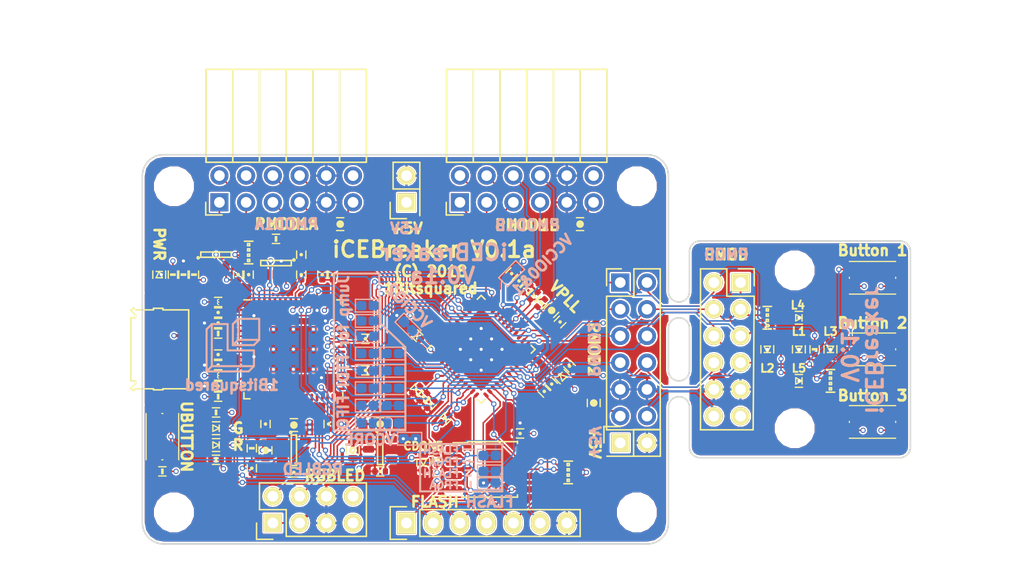
<source format=kicad_pcb>
(kicad_pcb (version 20171130) (host pcbnew "(2018-01-22 revision 6322c90)-master")
  (title_block (title iCEBreaker) (rev V0.1a) (company 1BitSquared) (comment 1 "(C) 2018 Piotr Esden-Tempski <piotr@1bitsquared.com>") (comment 2 "(C) 2018 1BitSquared <info@1bitsquared.com>") (comment 3 "License: CC-BY-SA 4.0"))
  (layers (0 F.Cu signal) (1 In1.Cu signal) (2 In2.Cu signal) (31 B.Cu signal) (34 B.Paste user) (35 F.Paste user) (36 B.SilkS user) (37 F.SilkS user) (38 B.Mask user) (39 F.Mask user) (44 Edge.Cuts user))
  (net 0 "")
  (net 1 /Rx_TTL/FIFO_D0)
  (net 2 /~LEDG)
  (net 3 /xFIFO_~WR)
  (net 4 +3V3)
  (net 5 /iCE_SS_B)
  (net 6 +1V2)
  (net 7 /xFIFO_WKUP)
  (net 8 /~BUTTON)
  (net 9 /~LEDR)
  (net 10 /xFIFO_~RD)
  (net 11 /xFIFO_~RXF)
  (net 12 /P2_4)
  (net 13 /P2_9)
  (net 14 /xFIFO_D7)
  (net 15 /xFIFO_D6)
  (net 16 /P2_3)
  (net 17 /P2_8)
  (net 18 /xFIFO_D5)
  (net 19 /xFIFO_D4)
  (net 20 /P2_2)
  (net 21 /P2_7)
  (net 22 /xFIFO_D3)
  (net 23 /xFIFO_D2)
  (net 24 /P2_1)
  (net 25 /Tx_TTL/FIFO_D1)
  (net 26 /xFIFO_~TXE)
  (net 27 /P2_10)
  (net 28 GND)
  (net 29 "Net-(R6-Pad1)")
  (net 30 "Net-(R2-Pad1)")
  (net 31 "Net-(R7-Pad2)")
  (net 32 /FTDI_CLK)
  (net 33 "Net-(C3-Pad1)")
  (net 34 +5V)
  (net 35 "Net-(C11-Pad1)")
  (net 36 /FLASH_MISO/IO1)
  (net 37 /FLASH_~WP~/IO2)
  (net 38 /FLASH_MOSI/IO0)
  (net 39 /iCE_SCK)
  (net 40 /FLASH_~HLD~/~RST~/IO3)
  (net 41 "Net-(U4-Pad3)")
  (net 42 "Net-(C12-Pad1)")
  (net 43 "Net-(R8-Pad1)")
  (net 44 "Net-(P1-Pad2)")
  (net 45 "Net-(P1-Pad3)")
  (net 46 "Net-(C13-Pad1)")
  (net 47 +1V8)
  (net 48 "Net-(R9-Pad1)")
  (net 49 "Net-(U4-Pad19)")
  (net 50 "Net-(U4-Pad22)")
  (net 51 /iCE_CDONE)
  (net 52 /iCE_CRESET)
  (net 53 "Net-(U4-Pad26)")
  (net 54 "Net-(U4-Pad27)")
  (net 55 "Net-(U4-Pad28)")
  (net 56 "Net-(U4-Pad29)")
  (net 57 "Net-(U4-Pad30)")
  (net 58 "Net-(U4-Pad32)")
  (net 59 "Net-(U4-Pad33)")
  (net 60 "Net-(U4-Pad34)")
  (net 61 "Net-(U4-Pad36)")
  (net 62 "Net-(U4-Pad57)")
  (net 63 "Net-(U4-Pad58)")
  (net 64 "Net-(U4-Pad59)")
  (net 65 "Net-(U4-Pad60)")
  (net 66 /P1B9)
  (net 67 /P1B10)
  (net 68 /P1B4)
  (net 69 /P1A1)
  (net 70 /P1A7)
  (net 71 /P1A2)
  (net 72 /P1A8)
  (net 73 /P1A3)
  (net 74 "Net-(C24-Pad1)")
  (net 75 /P1A9)
  (net 76 /P1A4)
  (net 77 /P1A10)
  (net 78 /~LED_RED)
  (net 79 /~LED_GRN)
  (net 80 /~LED_BLU)
  (net 81 /P1B1)
  (net 82 /P1B7)
  (net 83 /P1B2)
  (net 84 /P1B8)
  (net 85 /P1B3)
  (net 86 "Net-(D6-PadA)")
  (net 87 "Net-(D9-PadA)")
  (net 88 "Net-(D7-PadA)")
  (net 89 "Net-(D10-PadA)")
  (net 90 /shield)
  (net 91 "Net-(D8-PadA)")
  (net 92 "Net-(D1-PadA)")
  (net 93 "Net-(D4-PadA)")
  (net 94 "Net-(D5-PadA)")
  (net 95 "Net-(P1-Pad4)")
  (net 96 "Net-(C35-Pad1)")
  (net 97 "Net-(R2-Pad5)")
  (net 98 "Net-(R2-Pad3)")
  (net 99 "Net-(C39-Pad1)")
  (module pkl_jumpers:J_0603 (layer B.Cu) (at 51.4 43.35)
    (fp_text reference J12)
    (fp_text value Jumper)
    (pad 2 smd roundrect (at 0.575 0) (size 0.95 0.9) (layers B.Cu B.Mask) (net 2 /~LEDG))
    (pad 1 smd roundrect (at -0.575 0) (size 0.95 0.9) (layers B.Cu B.Mask) (net 3 /xFIFO_~WR))
  )
  (module pkl_logos:1b2_Logo_SilkS_5mm (layer B.Cu) (at 38.6 47.1 180)
    (fp_text reference REF**)
    (fp_text value 1b2_Logo_SilkS_5mm)
  )
  (module pkl_buttons_switches:SW_SPST_KMR2 (layer F.Cu) (at 99.4 54.4)
    (fp_text reference SW4)
    (fp_text value TACT)
    (pad 1 smd roundrect (at -2.05 -0.8 90) (size 0.9 1) (layers F.Cu F.Paste F.Mask) (net 27 /P2_10))
    (pad 2 smd roundrect (at -2.05 0.8 90) (size 0.9 1) (layers F.Cu F.Paste F.Mask) (net 4 +3V3))
    (pad 1 smd roundrect (at 2.05 -0.8 90) (size 0.9 1) (layers F.Cu F.Paste F.Mask) (net 27 /P2_10))
    (pad 2 smd roundrect (at 2.05 0.8 90) (size 0.9 1) (layers F.Cu F.Paste F.Mask) (net 4 +3V3))
  )
  (module pkl_buttons_switches:SW_SPST_KMR2 (layer F.Cu) (at 99.4 47.5)
    (fp_text reference SW3)
    (fp_text value TACT)
    (pad 2 smd roundrect (at 2.05 0.8 90) (size 0.9 1) (layers F.Cu F.Paste F.Mask) (net 4 +3V3))
    (pad 1 smd roundrect (at 2.05 -0.8 90) (size 0.9 1) (layers F.Cu F.Paste F.Mask) (net 12 /P2_4))
    (pad 2 smd roundrect (at -2.05 0.8 90) (size 0.9 1) (layers F.Cu F.Paste F.Mask) (net 4 +3V3))
    (pad 1 smd roundrect (at -2.05 -0.8 90) (size 0.9 1) (layers F.Cu F.Paste F.Mask) (net 12 /P2_4))
  )
  (module pkl_buttons_switches:SW_SPST_KMR2 (layer F.Cu) (at 99.4 40.7)
    (fp_text reference SW2)
    (fp_text value TACT)
    (pad 2 smd roundrect (at 2.05 0.8 90) (size 0.9 1) (layers F.Cu F.Paste F.Mask) (net 4 +3V3))
    (pad 1 smd roundrect (at 2.05 -0.8 90) (size 0.9 1) (layers F.Cu F.Paste F.Mask) (net 13 /P2_9))
    (pad 2 smd roundrect (at -2.05 0.8 90) (size 0.9 1) (layers F.Cu F.Paste F.Mask) (net 4 +3V3))
    (pad 1 smd roundrect (at -2.05 -0.8 90) (size 0.9 1) (layers F.Cu F.Paste F.Mask) (net 13 /P2_9))
  )
  (module pkl_housings_soic:SOIC-8_5.3x5.3mm_Pitch1.27mm (layer F.Cu) (at 63 58.9)
    (fp_text reference U5)
    (fp_text value W25Q)
    (pad 1 smd roundrect (at -3.4 -1.905) (size 1.55 0.6) (layers F.Cu F.Paste F.Mask) (net 5 /iCE_SS_B))
    (pad 2 smd roundrect (at -3.4 -0.635) (size 1.55 0.6) (layers F.Cu F.Paste F.Mask) (net 36 /FLASH_MISO/IO1))
    (pad 3 smd roundrect (at -3.4 0.635) (size 1.55 0.6) (layers F.Cu F.Paste F.Mask) (net 37 /FLASH_~WP~/IO2))
    (pad 4 smd roundrect (at -3.4 1.905) (size 1.55 0.6) (layers F.Cu F.Paste F.Mask) (net 28 GND))
    (pad 5 smd roundrect (at 3.4 1.905) (size 1.55 0.6) (layers F.Cu F.Paste F.Mask) (net 38 /FLASH_MOSI/IO0))
    (pad 6 smd roundrect (at 3.4 0.635) (size 1.55 0.6) (layers F.Cu F.Paste F.Mask) (net 39 /iCE_SCK))
    (pad 7 smd roundrect (at 3.4 -0.635) (size 1.55 0.6) (layers F.Cu F.Paste F.Mask) (net 40 /FLASH_~HLD~/~RST~/IO3))
    (pad 8 smd roundrect (at 3.4 -1.905) (size 1.55 0.6) (layers F.Cu F.Paste F.Mask) (net 4 +3V3))
  )
  (module pkl_dipol:C_0402 (layer F.Cu) (at 40.4 58.8 270)
    (fp_text reference C39)
    (fp_text value 1u)
    (pad 1 smd roundrect (at -0.5 0 270) (size 0.5 0.6) (layers F.Cu F.Paste F.Mask) (net 99 "Net-(C39-Pad1)"))
    (pad 2 smd roundrect (at 0.5 0 270) (size 0.5 0.6) (layers F.Cu F.Paste F.Mask) (net 28 GND))
  )
  (module pkl_dipol:R_0402 (layer F.Cu) (at 40.4 56.9 270)
    (fp_text reference R3)
    (fp_text value 10k)
    (pad 1 smd roundrect (at -0.5 0 270) (size 0.5 0.6) (layers F.Cu F.Paste F.Mask) (net 34 +5V))
    (pad 2 smd roundrect (at 0.5 0 270) (size 0.5 0.6) (layers F.Cu F.Paste F.Mask) (net 99 "Net-(C39-Pad1)"))
  )
  (module pkl_dipol:C_0402 (layer F.Cu) (at 57.4 52.7 225)
    (fp_text reference C36)
    (fp_text value 1u)
    (pad 1 smd roundrect (at -0.499999 0 225) (size 0.5 0.6) (layers F.Cu F.Paste F.Mask) (net 6 +1V2))
    (pad 2 smd roundrect (at 0.499999 0 225) (size 0.5 0.6) (layers F.Cu F.Paste F.Mask) (net 28 GND))
  )
  (module pkl_dipol:C_0402 (layer F.Cu) (at 56.7 52 225)
    (fp_text reference C37)
    (fp_text value 100n)
    (pad 2 smd roundrect (at 0.499999 0 225) (size 0.5 0.6) (layers F.Cu F.Paste F.Mask) (net 28 GND))
    (pad 1 smd roundrect (at -0.499999 0 225) (size 0.5 0.6) (layers F.Cu F.Paste F.Mask) (net 6 +1V2))
  )
  (module pkl_dipol:C_0402 (layer F.Cu) (at 56.025001 51.3322 225)
    (fp_text reference C38)
    (fp_text value 10n)
    (pad 1 smd roundrect (at -0.499999 0 225) (size 0.5 0.6) (layers F.Cu F.Paste F.Mask) (net 6 +1V2))
    (pad 2 smd roundrect (at 0.499999 0 225) (size 0.5 0.6) (layers F.Cu F.Paste F.Mask) (net 28 GND))
  )
  (module pkl_dipol:R_Array_Convex_4x0402 (layer F.Cu) (at 40.1 38.3 90)
    (fp_text reference R2)
    (fp_text value 10k)
    (pad 3 smd roundrect (at -0.25 0.475 90) (size 0.3 0.45) (layers F.Cu F.Paste F.Mask) (net 98 "Net-(R2-Pad3)"))
    (pad 5 smd roundrect (at 0.25 0.475 90) (size 0.3 0.45) (layers F.Cu F.Paste F.Mask) (net 97 "Net-(R2-Pad5)"))
    (pad 1 smd roundrect (at -0.75 0.475 90) (size 0.4 0.45) (layers F.Cu F.Paste F.Mask) (net 30 "Net-(R2-Pad1)"))
    (pad 7 smd roundrect (at 0.75 0.475 90) (size 0.4 0.45) (layers F.Cu F.Paste F.Mask))
    (pad 2 smd roundrect (at -0.75 -0.475 90) (size 0.4 0.45) (layers F.Cu F.Paste F.Mask) (net 4 +3V3))
    (pad 4 smd roundrect (at -0.25 -0.475 90) (size 0.3 0.45) (layers F.Cu F.Paste F.Mask) (net 4 +3V3))
    (pad 6 smd roundrect (at 0.25 -0.475 90) (size 0.3 0.45) (layers F.Cu F.Paste F.Mask) (net 4 +3V3))
    (pad 8 smd roundrect (at 0.75 -0.475 90) (size 0.4 0.45) (layers F.Cu F.Paste F.Mask))
  )
  (module Mounting_Holes:MountingHole_3-5mm (layer F.Cu) (at 92 55)
    (fp_text reference REF** hide)
    (fp_text value MH3 hide)
    (pad "" np_thru_hole circle (at 0 0) (size 3.5 3.5) (drill 3.5) (layers *.Cu *.Mask))
  )
  (module Mounting_Holes:MountingHole_3-5mm (layer F.Cu) (at 92 40)
    (fp_text reference REF** hide)
    (fp_text value MH3 hide)
    (pad "" np_thru_hole circle (at 0 0) (size 3.5 3.5) (drill 3.5) (layers *.Cu *.Mask))
  )
  (module Mounting_Holes:MountingHole_3-5mm (layer F.Cu) (at 77 32)
    (fp_text reference REF** hide)
    (fp_text value MH3 hide)
    (pad "" np_thru_hole circle (at 0 0) (size 3.5 3.5) (drill 3.5) (layers *.Cu *.Mask))
  )
  (module pkl_buttons_switches:SW_SPST_KMR2 (layer F.Cu) (at 31.9 55.8 270)
    (fp_text reference SW1)
    (fp_text value TACT)
    (pad 1 smd roundrect (at -2.05 -0.8) (size 0.9 1) (layers F.Cu F.Paste F.Mask) (net 8 /~BUTTON))
    (pad 2 smd roundrect (at -2.05 0.8) (size 0.9 1) (layers F.Cu F.Paste F.Mask) (net 28 GND))
    (pad 1 smd roundrect (at 2.05 -0.8) (size 0.9 1) (layers F.Cu F.Paste F.Mask) (net 8 /~BUTTON))
    (pad 2 smd roundrect (at 2.05 0.8) (size 0.9 1) (layers F.Cu F.Paste F.Mask) (net 28 GND))
  )
  (module Mounting_Holes:MountingHole_3-5mm (layer F.Cu) (at 33 63)
    (fp_text reference REF** hide)
    (fp_text value MH3 hide)
    (pad "" np_thru_hole circle (at 0 0) (size 3.5 3.5) (drill 3.5) (layers *.Cu *.Mask))
  )
  (module Mounting_Holes:MountingHole_3-5mm (layer F.Cu) (at 77 63)
    (fp_text reference REF** hide)
    (fp_text value MH3 hide)
    (pad "" np_thru_hole circle (at 0 0) (size 3.5 3.5) (drill 3.5) (layers *.Cu *.Mask))
  )
  (module Mounting_Holes:MountingHole_3-5mm (layer F.Cu) (at 33 32)
    (fp_text reference REF** hide)
    (fp_text value MH3 hide)
    (pad "" np_thru_hole circle (at 0 0) (size 3.5 3.5) (drill 3.5) (layers *.Cu *.Mask))
  )
  (module pkl_dipol:R_0402 (layer F.Cu) (at 58.8 54.1 45)
    (fp_text reference R19)
    (fp_text value 10k)
    (pad 2 smd roundrect (at 0.499999 0 45) (size 0.5 0.6) (layers F.Cu F.Paste F.Mask) (net 52 /iCE_CRESET))
    (pad 1 smd roundrect (at -0.499999 0 45) (size 0.5 0.6) (layers F.Cu F.Paste F.Mask) (net 4 +3V3))
  )
  (module pkl_dipol:C_0402 (layer F.Cu) (at 37.2 45 180)
    (fp_text reference C6)
    (fp_text value 4u7)
    (pad 1 smd roundrect (at -0.5 0 180) (size 0.5 0.6) (layers F.Cu F.Paste F.Mask) (net 42 "Net-(C12-Pad1)"))
    (pad 2 smd roundrect (at 0.5 0 180) (size 0.5 0.6) (layers F.Cu F.Paste F.Mask) (net 28 GND))
  )
  (module pkl_dipol:C_0402 (layer F.Cu) (at 47.1 40.4 90)
    (fp_text reference C7)
    (fp_text value 4u7)
    (pad 2 smd roundrect (at 0.5 0 90) (size 0.5 0.6) (layers F.Cu F.Paste F.Mask) (net 28 GND))
    (pad 1 smd roundrect (at -0.5 0 90) (size 0.5 0.6) (layers F.Cu F.Paste F.Mask) (net 47 +1V8))
  )
  (module pkl_dipol:C_0402 (layer F.Cu) (at 37.2 48 180)
    (fp_text reference C9)
    (fp_text value 4u7)
    (pad 1 smd roundrect (at -0.5 0 180) (size 0.5 0.6) (layers F.Cu F.Paste F.Mask) (net 46 "Net-(C13-Pad1)"))
    (pad 2 smd roundrect (at 0.5 0 180) (size 0.5 0.6) (layers F.Cu F.Paste F.Mask) (net 28 GND))
  )
  (module Pin_Headers:Pin_Header_Straight_2x01 (layer F.Cu) (at 75.42 56.39)
    (fp_text reference J27)
    (fp_text value "5V AUX")
    (pad 1 thru_hole rect (at 0 0) (size 1.7272 1.7272) (drill 1.016) (layers *.Cu *.Mask F.SilkS) (net 34 +5V))
    (pad 2 thru_hole oval (at 2.54 0) (size 1.7272 1.7272) (drill 1.016) (layers *.Cu *.Mask F.SilkS) (net 28 GND))
  )
  (module Pin_Headers:Pin_Header_Straight_2x06 (layer F.Cu) (at 86.85 53.85 180)
    (fp_text reference J24)
    (fp_text value PMOD_2P)
    (pad 6 thru_hole circle (at 0 0 180) (size 1.7272 1.7272) (drill 1.016) (layers *.Cu *.Mask F.SilkS) (net 4 +3V3))
    (pad 12 thru_hole oval (at 2.54 0 180) (size 1.7272 1.7272) (drill 1.016) (layers *.Cu *.Mask F.SilkS) (net 4 +3V3))
    (pad 5 thru_hole oval (at 0 2.54 180) (size 1.7272 1.7272) (drill 1.016) (layers *.Cu *.Mask F.SilkS) (net 28 GND))
    (pad 11 thru_hole oval (at 2.54 2.54 180) (size 1.7272 1.7272) (drill 1.016) (layers *.Cu *.Mask F.SilkS) (net 28 GND))
    (pad 4 thru_hole oval (at 0 5.08 180) (size 1.7272 1.7272) (drill 1.016) (layers *.Cu *.Mask F.SilkS) (net 12 /P2_4))
    (pad 10 thru_hole oval (at 2.54 5.08 180) (size 1.7272 1.7272) (drill 1.016) (layers *.Cu *.Mask F.SilkS) (net 27 /P2_10))
    (pad 3 thru_hole oval (at 0 7.62 180) (size 1.7272 1.7272) (drill 1.016) (layers *.Cu *.Mask F.SilkS) (net 16 /P2_3))
    (pad 9 thru_hole oval (at 2.54 7.62 180) (size 1.7272 1.7272) (drill 1.016) (layers *.Cu *.Mask F.SilkS) (net 13 /P2_9))
    (pad 2 thru_hole oval (at 0 10.16 180) (size 1.7272 1.7272) (drill 1.016) (layers *.Cu *.Mask F.SilkS) (net 20 /P2_2))
    (pad 8 thru_hole oval (at 2.54 10.16 180) (size 1.7272 1.7272) (drill 1.016) (layers *.Cu *.Mask F.SilkS) (net 17 /P2_8))
    (pad 1 thru_hole rect (at 0 12.7 180) (size 1.7272 1.7272) (drill 1.016) (layers *.Cu *.Mask F.SilkS) (net 24 /P2_1))
    (pad 7 thru_hole oval (at 2.54 12.7 180) (size 1.7272 1.7272) (drill 1.016) (layers *.Cu *.Mask F.SilkS) (net 21 /P2_7))
  )
  (module Socket_Strips:Socket_Strip_Straight_2x06 (layer F.Cu) (at 75.42 53.85 90)
    (fp_text reference J23)
    (fp_text value PMOD_2H)
    (pad 6 thru_hole circle (at 0 0 90) (size 1.7272 1.7272) (drill 1.016) (layers *.Cu *.Mask) (net 4 +3V3))
    (pad 12 thru_hole oval (at 0 2.54 90) (size 1.7272 1.7272) (drill 1.016) (layers *.Cu *.Mask) (net 4 +3V3))
    (pad 5 thru_hole oval (at 2.54 0 90) (size 1.7272 1.7272) (drill 1.016) (layers *.Cu *.Mask) (net 28 GND))
    (pad 11 thru_hole oval (at 2.54 2.54 90) (size 1.7272 1.7272) (drill 1.016) (layers *.Cu *.Mask) (net 28 GND))
    (pad 4 thru_hole oval (at 5.08 0 90) (size 1.7272 1.7272) (drill 1.016) (layers *.Cu *.Mask) (net 12 /P2_4))
    (pad 10 thru_hole oval (at 5.08 2.54 90) (size 1.7272 1.7272) (drill 1.016) (layers *.Cu *.Mask) (net 27 /P2_10))
    (pad 3 thru_hole oval (at 7.62 0 90) (size 1.7272 1.7272) (drill 1.016) (layers *.Cu *.Mask) (net 16 /P2_3))
    (pad 9 thru_hole oval (at 7.62 2.54 90) (size 1.7272 1.7272) (drill 1.016) (layers *.Cu *.Mask) (net 13 /P2_9))
    (pad 2 thru_hole oval (at 10.16 0 90) (size 1.7272 1.7272) (drill 1.016) (layers *.Cu *.Mask) (net 20 /P2_2))
    (pad 8 thru_hole oval (at 10.16 2.54 90) (size 1.7272 1.7272) (drill 1.016) (layers *.Cu *.Mask) (net 17 /P2_8))
    (pad 1 thru_hole rect (at 12.7 0 90) (size 1.7272 1.7272) (drill 1.016) (layers *.Cu *.Mask) (net 24 /P2_1))
    (pad 7 thru_hole oval (at 12.7 2.54 90) (size 1.7272 1.7272) (drill 1.016) (layers *.Cu *.Mask) (net 21 /P2_7))
  )
  (module pkl_dipol:C_0402 (layer F.Cu) (at 70.6 49.1 315)
    (fp_text reference C35)
    (fp_text value DNP)
    (pad 2 smd roundrect (at 0.499999 0 315) (size 0.5 0.6) (layers F.Cu F.Paste F.Mask) (net 28 GND))
    (pad 1 smd roundrect (at -0.499999 0 315) (size 0.5 0.6) (layers F.Cu F.Paste F.Mask) (net 96 "Net-(C35-Pad1)"))
  )
  (module Socket_Strips:Socket_Strip_Angled_2x06 (layer F.Cu) (at 50.02 33.53 180)
    (fp_text reference J21)
    (fp_text value PMOD_1A)
    (pad 6 thru_hole circle (at 0 0 180) (size 1.7272 1.7272) (drill 1.016) (layers *.Cu *.Mask) (net 4 +3V3))
    (pad 12 thru_hole oval (at 0 2.54 180) (size 1.7272 1.7272) (drill 1.016) (layers *.Cu *.Mask) (net 4 +3V3))
    (pad 5 thru_hole oval (at 2.54 0 180) (size 1.7272 1.7272) (drill 1.016) (layers *.Cu *.Mask) (net 28 GND))
    (pad 11 thru_hole oval (at 2.54 2.54 180) (size 1.7272 1.7272) (drill 1.016) (layers *.Cu *.Mask) (net 28 GND))
    (pad 4 thru_hole oval (at 5.08 0 180) (size 1.7272 1.7272) (drill 1.016) (layers *.Cu *.Mask) (net 76 /P1A4))
    (pad 10 thru_hole oval (at 5.08 2.54 180) (size 1.7272 1.7272) (drill 1.016) (layers *.Cu *.Mask) (net 77 /P1A10))
    (pad 3 thru_hole oval (at 7.62 0 180) (size 1.7272 1.7272) (drill 1.016) (layers *.Cu *.Mask) (net 73 /P1A3))
    (pad 9 thru_hole oval (at 7.62 2.54 180) (size 1.7272 1.7272) (drill 1.016) (layers *.Cu *.Mask) (net 75 /P1A9))
    (pad 2 thru_hole oval (at 10.16 0 180) (size 1.7272 1.7272) (drill 1.016) (layers *.Cu *.Mask) (net 71 /P1A2))
    (pad 8 thru_hole oval (at 10.16 2.54 180) (size 1.7272 1.7272) (drill 1.016) (layers *.Cu *.Mask) (net 72 /P1A8))
    (pad 1 thru_hole rect (at 12.7 0 180) (size 1.7272 1.7272) (drill 1.016) (layers *.Cu *.Mask) (net 69 /P1A1))
    (pad 7 thru_hole oval (at 12.7 2.54 180) (size 1.7272 1.7272) (drill 1.016) (layers *.Cu *.Mask) (net 70 /P1A7))
  )
  (module Socket_Strips:Socket_Strip_Angled_2x06 (layer F.Cu) (at 72.88 33.53 180)
    (fp_text reference J22)
    (fp_text value PMOD_1B)
    (pad 7 thru_hole oval (at 12.7 2.54 180) (size 1.7272 1.7272) (drill 1.016) (layers *.Cu *.Mask) (net 82 /P1B7))
    (pad 1 thru_hole rect (at 12.7 0 180) (size 1.7272 1.7272) (drill 1.016) (layers *.Cu *.Mask) (net 81 /P1B1))
    (pad 8 thru_hole oval (at 10.16 2.54 180) (size 1.7272 1.7272) (drill 1.016) (layers *.Cu *.Mask) (net 84 /P1B8))
    (pad 2 thru_hole oval (at 10.16 0 180) (size 1.7272 1.7272) (drill 1.016) (layers *.Cu *.Mask) (net 83 /P1B2))
    (pad 9 thru_hole oval (at 7.62 2.54 180) (size 1.7272 1.7272) (drill 1.016) (layers *.Cu *.Mask) (net 66 /P1B9))
    (pad 3 thru_hole oval (at 7.62 0 180) (size 1.7272 1.7272) (drill 1.016) (layers *.Cu *.Mask) (net 85 /P1B3))
    (pad 10 thru_hole oval (at 5.08 2.54 180) (size 1.7272 1.7272) (drill 1.016) (layers *.Cu *.Mask) (net 67 /P1B10))
    (pad 4 thru_hole oval (at 5.08 0 180) (size 1.7272 1.7272) (drill 1.016) (layers *.Cu *.Mask) (net 68 /P1B4))
    (pad 11 thru_hole oval (at 2.54 2.54 180) (size 1.7272 1.7272) (drill 1.016) (layers *.Cu *.Mask) (net 28 GND))
    (pad 5 thru_hole oval (at 2.54 0 180) (size 1.7272 1.7272) (drill 1.016) (layers *.Cu *.Mask) (net 28 GND))
    (pad 12 thru_hole oval (at 0 2.54 180) (size 1.7272 1.7272) (drill 1.016) (layers *.Cu *.Mask) (net 4 +3V3))
    (pad 6 thru_hole circle (at 0 0 180) (size 1.7272 1.7272) (drill 1.016) (layers *.Cu *.Mask) (net 4 +3V3))
  )
  (module Pin_Headers:Pin_Header_Straight_1x07 (layer F.Cu) (at 55.1 64.01 90)
    (fp_text reference J20)
    (fp_text value Flash)
    (pad 1 thru_hole rect (at 0 0 90) (size 2.032 1.7272) (drill 1.016) (layers *.Cu *.Mask F.SilkS) (net 5 /iCE_SS_B))
    (pad 2 thru_hole oval (at 0 2.54 90) (size 2.032 1.7272) (drill 1.016) (layers *.Cu *.Mask F.SilkS) (net 39 /iCE_SCK))
    (pad 3 thru_hole oval (at 0 5.08 90) (size 2.032 1.7272) (drill 1.016) (layers *.Cu *.Mask F.SilkS) (net 38 /FLASH_MOSI/IO0))
    (pad 4 thru_hole oval (at 0 7.62 90) (size 2.032 1.7272) (drill 1.016) (layers *.Cu *.Mask F.SilkS) (net 36 /FLASH_MISO/IO1))
    (pad 5 thru_hole oval (at 0 10.16 90) (size 2.032 1.7272) (drill 1.016) (layers *.Cu *.Mask F.SilkS) (net 37 /FLASH_~WP~/IO2))
    (pad 6 thru_hole oval (at 0 12.7 90) (size 2.032 1.7272) (drill 1.016) (layers *.Cu *.Mask F.SilkS) (net 40 /FLASH_~HLD~/~RST~/IO3))
    (pad 7 thru_hole oval (at 0 15.24 90) (size 2.032 1.7272) (drill 1.016) (layers *.Cu *.Mask F.SilkS) (net 28 GND))
  )
  (module Pin_Headers:Pin_Header_Straight_2x01 (layer F.Cu) (at 55.1 33.53 90)
    (fp_text reference J26)
    (fp_text value "5V AUX")
    (pad 1 thru_hole rect (at 0 0 90) (size 1.7272 1.7272) (drill 1.016) (layers *.Cu *.Mask F.SilkS) (net 34 +5V))
    (pad 2 thru_hole oval (at 2.54 0 90) (size 1.7272 1.7272) (drill 1.016) (layers *.Cu *.Mask F.SilkS) (net 28 GND))
  )
  (module Pin_Headers:Pin_Header_Straight_2x04 (layer F.Cu) (at 42.4 64.01 90)
    (fp_text reference J25)
    (fp_text value "RGB Led")
    (pad 1 thru_hole rect (at 0 0 90) (size 1.7272 1.7272) (drill 1.016) (layers *.Cu *.Mask F.SilkS) (net 79 /~LED_GRN))
    (pad 2 thru_hole oval (at 2.54 0 90) (size 1.7272 1.7272) (drill 1.016) (layers *.Cu *.Mask F.SilkS) (net 78 /~LED_RED))
    (pad 3 thru_hole oval (at 0 2.54 90) (size 1.7272 1.7272) (drill 1.016) (layers *.Cu *.Mask F.SilkS) (net 6 +1V2))
    (pad 4 thru_hole oval (at 2.54 2.54 90) (size 1.7272 1.7272) (drill 1.016) (layers *.Cu *.Mask F.SilkS) (net 80 /~LED_BLU))
    (pad 5 thru_hole oval (at 0 5.08 90) (size 1.7272 1.7272) (drill 1.016) (layers *.Cu *.Mask F.SilkS) (net 28 GND))
    (pad 6 thru_hole oval (at 2.54 5.08 90) (size 1.7272 1.7272) (drill 1.016) (layers *.Cu *.Mask F.SilkS) (net 28 GND))
    (pad 7 thru_hole oval (at 0 7.62 90) (size 1.7272 1.7272) (drill 1.016) (layers *.Cu *.Mask F.SilkS) (net 34 +5V))
    (pad 8 thru_hole oval (at 2.54 7.62 90) (size 1.7272 1.7272) (drill 1.016) (layers *.Cu *.Mask F.SilkS) (net 4 +3V3))
  )
  (module pkl_connectors:Connector_USB_Micro_B_SMD (layer F.Cu) (at 31.5 47.5 180)
    (fp_text reference P1)
    (fp_text value pkl_USB_OTG)
    (pad GND smd roundrect (at 0 1.2 270) (size 1.9 1.9) (layers F.Cu F.Paste F.Mask) (net 90 /shield))
    (pad GND smd roundrect (at 0 -1.2 270) (size 1.9 1.9) (layers F.Cu F.Paste F.Mask) (net 90 /shield))
    (pad GND smd roundrect (at 0 -3.8 270) (size 1.8 1.9) (layers F.Cu F.Paste F.Mask) (net 90 /shield))
    (pad GND smd roundrect (at 0 3.8 270) (size 1.8 1.9) (layers F.Cu F.Paste F.Mask) (net 90 /shield))
    (pad GND smd roundrect (at -2.55 -3.1 270) (size 2.1 1.6) (layers F.Cu F.Paste F.Mask) (net 90 /shield))
    (pad GND smd roundrect (at -2.55 3.1 270) (size 2.1 1.6) (layers F.Cu F.Paste F.Mask) (net 90 /shield))
    (pad 1 smd roundrect (at -2.675 1.3 270) (size 0.4 1.35) (layers F.Cu F.Paste F.Mask) (net 34 +5V))
    (pad 2 smd roundrect (at -2.675 0.65 270) (size 0.4 1.35) (layers F.Cu F.Paste F.Mask) (net 44 "Net-(P1-Pad2)"))
    (pad 3 smd roundrect (at -2.675 0 270) (size 0.4 1.35) (layers F.Cu F.Paste F.Mask) (net 45 "Net-(P1-Pad3)"))
    (pad 4 smd roundrect (at -2.675 -0.65 270) (size 0.4 1.35) (layers F.Cu F.Paste F.Mask) (net 95 "Net-(P1-Pad4)"))
    (pad 5 smd roundrect (at -2.675 -1.3 270) (size 0.4 1.35) (layers F.Cu F.Paste F.Mask) (net 28 GND))
  )
  (module pkl_dipol:C_0402 (layer F.Cu) (at 65.8 41 45)
    (fp_text reference C23)
    (fp_text value 1u)
    (pad 2 smd roundrect (at 0.499999 0 45) (size 0.5 0.6) (layers F.Cu F.Paste F.Mask) (net 28 GND))
    (pad 1 smd roundrect (at -0.499999 0 45) (size 0.5 0.6) (layers F.Cu F.Paste F.Mask) (net 6 +1V2))
  )
  (module pkl_dipol:C_0402 (layer F.Cu) (at 39.1 40.4 90)
    (fp_text reference C4)
    (fp_text value 100n)
    (pad 2 smd roundrect (at 0.5 0 90) (size 0.5 0.6) (layers F.Cu F.Paste F.Mask) (net 28 GND))
    (pad 1 smd roundrect (at -0.5 0 90) (size 0.5 0.6) (layers F.Cu F.Paste F.Mask) (net 4 +3V3))
  )
  (module pkl_dipol:C_0402 (layer F.Cu) (at 44.4 59.2 180)
    (fp_text reference C3)
    (fp_text value 10n)
    (pad 1 smd roundrect (at -0.5 0 180) (size 0.5 0.6) (layers F.Cu F.Paste F.Mask) (net 33 "Net-(C3-Pad1)"))
    (pad 2 smd roundrect (at 0.5 0 180) (size 0.5 0.6) (layers F.Cu F.Paste F.Mask) (net 28 GND))
  )
  (module pkl_dipol:C_0402 (layer F.Cu) (at 45.1 38.5 90)
    (fp_text reference C1)
    (fp_text value 100n)
    (pad 2 smd roundrect (at 0.5 0 90) (size 0.5 0.6) (layers F.Cu F.Paste F.Mask) (net 28 GND))
    (pad 1 smd roundrect (at -0.5 0 90) (size 0.5 0.6) (layers F.Cu F.Paste F.Mask) (net 4 +3V3))
  )
  (module pkl_dipol:C_0402 (layer F.Cu) (at 47.7 54.6 270)
    (fp_text reference C19)
    (fp_text value 100n)
    (pad 1 smd roundrect (at -0.5 0 270) (size 0.5 0.6) (layers F.Cu F.Paste F.Mask) (net 4 +3V3))
    (pad 2 smd roundrect (at 0.5 0 270) (size 0.5 0.6) (layers F.Cu F.Paste F.Mask) (net 28 GND))
  )
  (module pkl_dipol:C_0402 (layer F.Cu) (at 66.5 41.7 45)
    (fp_text reference C25)
    (fp_text value 100n)
    (pad 1 smd roundrect (at -0.499999 0 45) (size 0.5 0.6) (layers F.Cu F.Paste F.Mask) (net 6 +1V2))
    (pad 2 smd roundrect (at 0.499999 0 45) (size 0.5 0.6) (layers F.Cu F.Paste F.Mask) (net 28 GND))
  )
  (module pkl_dipol:C_0402 (layer F.Cu) (at 69.7 44.9 45)
    (fp_text reference C26)
    (fp_text value 100n)
    (pad 2 smd roundrect (at 0.499999 0 45) (size 0.5 0.6) (layers F.Cu F.Paste F.Mask) (net 28 GND))
    (pad 1 smd roundrect (at -0.499999 0 45) (size 0.5 0.6) (layers F.Cu F.Paste F.Mask) (net 74 "Net-(C24-Pad1)"))
  )
  (module pkl_dipol:C_0402 (layer F.Cu) (at 56.1 46.2 315)
    (fp_text reference C27)
    (fp_text value 100n)
    (pad 1 smd roundrect (at -0.499999 0 315) (size 0.5 0.6) (layers F.Cu F.Paste F.Mask) (net 28 GND))
    (pad 2 smd roundrect (at 0.499999 0 315) (size 0.5 0.6) (layers F.Cu F.Paste F.Mask) (net 4 +3V3))
  )
  (module pkl_dipol:C_0402 (layer F.Cu) (at 67.2 42.4 45)
    (fp_text reference C28)
    (fp_text value 10n)
    (pad 2 smd roundrect (at 0.499999 0 45) (size 0.5 0.6) (layers F.Cu F.Paste F.Mask) (net 28 GND))
    (pad 1 smd roundrect (at -0.499999 0 45) (size 0.5 0.6) (layers F.Cu F.Paste F.Mask) (net 6 +1V2))
  )
  (module pkl_dipol:C_0402 (layer F.Cu) (at 68.9 50.8 135)
    (fp_text reference C29)
    (fp_text value 100n)
    (pad 1 smd roundrect (at -0.499999 0 135) (size 0.5 0.6) (layers F.Cu F.Paste F.Mask) (net 4 +3V3))
    (pad 2 smd roundrect (at 0.499999 0 135) (size 0.5 0.6) (layers F.Cu F.Paste F.Mask) (net 28 GND))
  )
  (module pkl_dipol:C_0402 (layer F.Cu) (at 68.2 51.5 315)
    (fp_text reference C31)
    (fp_text value 100n)
    (pad 2 smd roundrect (at 0.499999 0 315) (size 0.5 0.6) (layers F.Cu F.Paste F.Mask) (net 28 GND))
    (pad 1 smd roundrect (at -0.499999 0 315) (size 0.5 0.6) (layers F.Cu F.Paste F.Mask) (net 4 +3V3))
  )
  (module pkl_dipol:C_0402 (layer F.Cu) (at 65.1 40.3 45)
    (fp_text reference C30)
    (fp_text value 100n)
    (pad 1 smd roundrect (at -0.499999 0 45) (size 0.5 0.6) (layers F.Cu F.Paste F.Mask) (net 4 +3V3))
    (pad 2 smd roundrect (at 0.499999 0 45) (size 0.5 0.6) (layers F.Cu F.Paste F.Mask) (net 28 GND))
  )
  (module pkl_dipol:C_0402 (layer F.Cu) (at 51.2 49.5)
    (fp_text reference C16)
    (fp_text value 100n)
    (pad 1 smd roundrect (at -0.5 0) (size 0.5 0.6) (layers F.Cu F.Paste F.Mask) (net 47 +1V8))
    (pad 2 smd roundrect (at 0.5 0) (size 0.5 0.6) (layers F.Cu F.Paste F.Mask) (net 28 GND))
  )
  (module pkl_dipol:C_0402 (layer F.Cu) (at 48.1 40.4 90)
    (fp_text reference C10)
    (fp_text value 100n)
    (pad 2 smd roundrect (at 0.5 0 90) (size 0.5 0.6) (layers F.Cu F.Paste F.Mask) (net 28 GND))
    (pad 1 smd roundrect (at -0.5 0 90) (size 0.5 0.6) (layers F.Cu F.Paste F.Mask) (net 47 +1V8))
  )
  (module pkl_dipol:C_0402 (layer F.Cu) (at 52.6 59.1 180)
    (fp_text reference C11)
    (fp_text value 10n)
    (pad 1 smd roundrect (at -0.5 0 180) (size 0.5 0.6) (layers F.Cu F.Paste F.Mask) (net 35 "Net-(C11-Pad1)"))
    (pad 2 smd roundrect (at 0.5 0 180) (size 0.5 0.6) (layers F.Cu F.Paste F.Mask) (net 28 GND))
  )
  (module pkl_dipol:C_0402 (layer F.Cu) (at 37.2 44 180)
    (fp_text reference C12)
    (fp_text value 100n)
    (pad 2 smd roundrect (at 0.5 0 180) (size 0.5 0.6) (layers F.Cu F.Paste F.Mask) (net 28 GND))
    (pad 1 smd roundrect (at -0.5 0 180) (size 0.5 0.6) (layers F.Cu F.Paste F.Mask) (net 42 "Net-(C12-Pad1)"))
  )
  (module pkl_dipol:C_0402 (layer F.Cu) (at 37.2 49 180)
    (fp_text reference C13)
    (fp_text value 100n)
    (pad 1 smd roundrect (at -0.5 0 180) (size 0.5 0.6) (layers F.Cu F.Paste F.Mask) (net 46 "Net-(C13-Pad1)"))
    (pad 2 smd roundrect (at 0.5 0 180) (size 0.5 0.6) (layers F.Cu F.Paste F.Mask) (net 28 GND))
  )
  (module pkl_dipol:C_0402 (layer F.Cu) (at 37.2 51 180)
    (fp_text reference C14)
    (fp_text value 100n)
    (pad 2 smd roundrect (at 0.5 0 180) (size 0.5 0.6) (layers F.Cu F.Paste F.Mask) (net 28 GND))
    (pad 1 smd roundrect (at -0.5 0 180) (size 0.5 0.6) (layers F.Cu F.Paste F.Mask) (net 47 +1V8))
  )
  (module pkl_dipol:C_0402 (layer F.Cu) (at 40.1 40.4 90)
    (fp_text reference C17)
    (fp_text value 100n)
    (pad 1 smd roundrect (at -0.5 0 90) (size 0.5 0.6) (layers F.Cu F.Paste F.Mask) (net 47 +1V8))
    (pad 2 smd roundrect (at 0.5 0 90) (size 0.5 0.6) (layers F.Cu F.Paste F.Mask) (net 28 GND))
  )
  (module pkl_dipol:C_0402 (layer F.Cu) (at 41.7 54.6 270)
    (fp_text reference C18)
    (fp_text value 100n)
    (pad 2 smd roundrect (at 0.5 0 270) (size 0.5 0.6) (layers F.Cu F.Paste F.Mask) (net 28 GND))
    (pad 1 smd roundrect (at -0.5 0 270) (size 0.5 0.6) (layers F.Cu F.Paste F.Mask) (net 4 +3V3))
  )
  (module pkl_dipol:C_0402 (layer F.Cu) (at 51.2 46.5)
    (fp_text reference C20)
    (fp_text value 100n)
    (pad 1 smd roundrect (at -0.5 0) (size 0.5 0.6) (layers F.Cu F.Paste F.Mask) (net 4 +3V3))
    (pad 2 smd roundrect (at 0.5 0) (size 0.5 0.6) (layers F.Cu F.Paste F.Mask) (net 28 GND))
  )
  (module pkl_dipol:C_0402 (layer F.Cu) (at 45.1 40.4 90)
    (fp_text reference C21)
    (fp_text value 100n)
    (pad 2 smd roundrect (at 0.5 0 90) (size 0.5 0.6) (layers F.Cu F.Paste F.Mask) (net 28 GND))
    (pad 1 smd roundrect (at -0.5 0 90) (size 0.5 0.6) (layers F.Cu F.Paste F.Mask) (net 4 +3V3))
  )
  (module pkl_dipol:C_0402 (layer F.Cu) (at 65.9 55.5 180)
    (fp_text reference C22)
    (fp_text value 100n)
    (pad 1 smd roundrect (at -0.5 0 180) (size 0.5 0.6) (layers F.Cu F.Paste F.Mask) (net 4 +3V3))
    (pad 2 smd roundrect (at 0.5 0 180) (size 0.5 0.6) (layers F.Cu F.Paste F.Mask) (net 28 GND))
  )
  (module pkl_dipol:C_0603 (layer F.Cu) (at 68.9 43.8 45)
    (fp_text reference C24)
    (fp_text value 10u)
    (pad 1 smd roundrect (at -0.75 0 45) (size 0.6 0.9) (layers F.Cu F.Paste F.Mask) (net 74 "Net-(C24-Pad1)"))
    (pad 2 smd roundrect (at 0.75 0 45) (size 0.6 0.9) (layers F.Cu F.Paste F.Mask) (net 28 GND))
  )
  (module pkl_dipol:C_0603 (layer F.Cu) (at 44.4 54.7 180)
    (fp_text reference C5)
    (fp_text value 4u7)
    (pad 1 smd roundrect (at -0.75 0 180) (size 0.6 0.9) (layers F.Cu F.Paste F.Mask) (net 4 +3V3))
    (pad 2 smd roundrect (at 0.75 0 180) (size 0.6 0.9) (layers F.Cu F.Paste F.Mask) (net 28 GND))
  )
  (module pkl_dipol:C_0603 (layer F.Cu) (at 41.7 57.1 270)
    (fp_text reference C2)
    (fp_text value 4u7)
    (pad 2 smd roundrect (at 0.75 0 270) (size 0.6 0.9) (layers F.Cu F.Paste F.Mask) (net 28 GND))
    (pad 1 smd roundrect (at -0.75 0 270) (size 0.6 0.9) (layers F.Cu F.Paste F.Mask) (net 34 +5V))
  )
  (module pkl_dipol:C_0603 (layer F.Cu) (at 48.8 35.6)
    (fp_text reference C32)
    (fp_text value DNP)
    (pad 1 smd roundrect (at -0.75 0) (size 0.6 0.9) (layers F.Cu F.Paste F.Mask) (net 28 GND))
    (pad 2 smd roundrect (at 0.75 0) (size 0.6 0.9) (layers F.Cu F.Paste F.Mask) (net 4 +3V3))
  )
  (module pkl_dipol:C_0603 (layer F.Cu) (at 71.6 35.6)
    (fp_text reference C33)
    (fp_text value DNP)
    (pad 2 smd roundrect (at 0.75 0) (size 0.6 0.9) (layers F.Cu F.Paste F.Mask) (net 4 +3V3))
    (pad 1 smd roundrect (at -0.75 0) (size 0.6 0.9) (layers F.Cu F.Paste F.Mask) (net 28 GND))
  )
  (module pkl_dipol:C_0603 (layer F.Cu) (at 50 57.1 270)
    (fp_text reference C8)
    (fp_text value 4u7)
    (pad 1 smd roundrect (at -0.75 0 270) (size 0.6 0.9) (layers F.Cu F.Paste F.Mask) (net 34 +5V))
    (pad 2 smd roundrect (at 0.75 0 270) (size 0.6 0.9) (layers F.Cu F.Paste F.Mask) (net 28 GND))
  )
  (module pkl_dipol:C_0603 (layer F.Cu) (at 52.6 54.6 180)
    (fp_text reference C15)
    (fp_text value 4u7)
    (pad 2 smd roundrect (at 0.75 0 180) (size 0.6 0.9) (layers F.Cu F.Paste F.Mask) (net 28 GND))
    (pad 1 smd roundrect (at -0.75 0 180) (size 0.6 0.9) (layers F.Cu F.Paste F.Mask) (net 6 +1V2))
  )
  (module pkl_dipol:C_0603 (layer F.Cu) (at 72.9 52.6 270)
    (fp_text reference C34)
    (fp_text value DNP)
    (pad 1 smd roundrect (at -0.75 0 270) (size 0.6 0.9) (layers F.Cu F.Paste F.Mask) (net 28 GND))
    (pad 2 smd roundrect (at 0.75 0 270) (size 0.6 0.9) (layers F.Cu F.Paste F.Mask) (net 4 +3V3))
  )
  (module pkl_dipol:D_0603 (layer F.Cu) (at 37 56.6 180)
    (fp_text reference D5)
    (fp_text value RED)
    (pad C smd roundrect (at -0.75 0) (size 0.6 0.9) (layers F.Cu F.Paste F.Mask) (net 9 /~LEDR))
    (pad A smd roundrect (at 0.75 0) (size 0.6 0.9) (layers F.Cu F.Paste F.Mask) (net 94 "Net-(D5-PadA)"))
  )
  (module pkl_dipol:D_0603 (layer F.Cu) (at 92.4 50.5 180)
    (fp_text reference D9)
    (fp_text value GRN)
    (pad C smd roundrect (at -0.75 0) (size 0.6 0.9) (layers F.Cu F.Paste F.Mask) (net 28 GND))
    (pad A smd roundrect (at 0.75 0) (size 0.6 0.9) (layers F.Cu F.Paste F.Mask) (net 87 "Net-(D9-PadA)"))
  )
  (module pkl_dipol:D_0603 (layer F.Cu) (at 92.4 47.5 90)
    (fp_text reference D8)
    (fp_text value RED)
    (pad C smd roundrect (at -0.75 0 270) (size 0.6 0.9) (layers F.Cu F.Paste F.Mask) (net 28 GND))
    (pad A smd roundrect (at 0.75 0 270) (size 0.6 0.9) (layers F.Cu F.Paste F.Mask) (net 91 "Net-(D8-PadA)"))
  )
  (module pkl_dipol:D_0603 (layer F.Cu) (at 92.4 44.5 180)
    (fp_text reference D7)
    (fp_text value GRN)
    (pad C smd roundrect (at -0.75 0) (size 0.6 0.9) (layers F.Cu F.Paste F.Mask) (net 28 GND))
    (pad A smd roundrect (at 0.75 0) (size 0.6 0.9) (layers F.Cu F.Paste F.Mask) (net 88 "Net-(D7-PadA)"))
  )
  (module pkl_dipol:D_0603 (layer F.Cu) (at 89.4 47.5 90)
    (fp_text reference D6)
    (fp_text value GRN)
    (pad A smd roundrect (at 0.75 0 270) (size 0.6 0.9) (layers F.Cu F.Paste F.Mask) (net 86 "Net-(D6-PadA)"))
    (pad C smd roundrect (at -0.75 0 270) (size 0.6 0.9) (layers F.Cu F.Paste F.Mask) (net 28 GND))
  )
  (module pkl_dipol:D_0603 (layer F.Cu) (at 37 55 180)
    (fp_text reference D4)
    (fp_text value GRN)
    (pad A smd roundrect (at 0.75 0) (size 0.6 0.9) (layers F.Cu F.Paste F.Mask) (net 93 "Net-(D4-PadA)"))
    (pad C smd roundrect (at -0.75 0) (size 0.6 0.9) (layers F.Cu F.Paste F.Mask) (net 2 /~LEDG))
  )
  (module pkl_dipol:D_0603 (layer F.Cu) (at 56.7 58.25 90)
    (fp_text reference D3)
    (fp_text value GRN)
    (pad C smd roundrect (at -0.75 0 270) (size 0.6 0.9) (layers F.Cu F.Paste F.Mask) (net 28 GND))
    (pad A smd roundrect (at 0.75 0 270) (size 0.6 0.9) (layers F.Cu F.Paste F.Mask) (net 51 /iCE_CDONE))
  )
  (module pkl_dipol:D_0603 (layer F.Cu) (at 69.9 50.1 315)
    (fp_text reference D2)
    (fp_text value CDBU0520)
    (pad C smd roundrect (at -0.75 0 135) (size 0.6 0.9) (layers F.Cu F.Paste F.Mask) (net 96 "Net-(C35-Pad1)"))
    (pad A smd roundrect (at 0.75 0 135) (size 0.6 0.9) (layers F.Cu F.Paste F.Mask) (net 4 +3V3))
  )
  (module pkl_dipol:D_0603 (layer F.Cu) (at 31.6 40.4 270)
    (fp_text reference D1)
    (fp_text value GRN)
    (pad C smd roundrect (at -0.75 0 90) (size 0.6 0.9) (layers F.Cu F.Paste F.Mask) (net 28 GND))
    (pad A smd roundrect (at 0.75 0 90) (size 0.6 0.9) (layers F.Cu F.Paste F.Mask) (net 92 "Net-(D1-PadA)"))
  )
  (module pkl_dipol:D_0603 (layer F.Cu) (at 95.4 47.5 90)
    (fp_text reference D10)
    (fp_text value GRN)
    (pad C smd roundrect (at -0.75 0 270) (size 0.6 0.9) (layers F.Cu F.Paste F.Mask) (net 28 GND))
    (pad A smd roundrect (at 0.75 0 270) (size 0.6 0.9) (layers F.Cu F.Paste F.Mask) (net 89 "Net-(D10-PadA)"))
  )
  (module pkl_dipol:L_0402 (layer F.Cu) (at 37.2 43)
    (fp_text reference L2)
    (fp_text value 600)
    (pad 2 smd roundrect (at 0.5 0) (size 0.5 0.6) (layers F.Cu F.Paste F.Mask) (net 42 "Net-(C12-Pad1)"))
    (pad 1 smd roundrect (at -0.5 0) (size 0.5 0.6) (layers F.Cu F.Paste F.Mask) (net 4 +3V3))
  )
  (module pkl_dipol:L_0402 (layer F.Cu) (at 37.2 50)
    (fp_text reference L1)
    (fp_text value 600)
    (pad 1 smd roundrect (at -0.5 0) (size 0.5 0.6) (layers F.Cu F.Paste F.Mask) (net 4 +3V3))
    (pad 2 smd roundrect (at 0.5 0) (size 0.5 0.6) (layers F.Cu F.Paste F.Mask) (net 46 "Net-(C13-Pad1)"))
  )
  (module pkl_dipol:R_0402 (layer F.Cu) (at 34.9 40.4 90)
    (fp_text reference R7)
    (fp_text value 10k)
    (pad 1 smd roundrect (at -0.5 0 90) (size 0.5 0.6) (layers F.Cu F.Paste F.Mask) (net 4 +3V3))
    (pad 2 smd roundrect (at 0.5 0 90) (size 0.5 0.6) (layers F.Cu F.Paste F.Mask) (net 31 "Net-(R7-Pad2)"))
  )
  (module pkl_dipol:R_0402 (layer F.Cu) (at 37 58)
    (fp_text reference R15)
    (fp_text value 330E)
    (pad 2 smd roundrect (at 0.5 0) (size 0.5 0.6) (layers F.Cu F.Paste F.Mask) (net 4 +3V3))
    (pad 1 smd roundrect (at -0.5 0) (size 0.5 0.6) (layers F.Cu F.Paste F.Mask) (net 94 "Net-(D5-PadA)"))
  )
  (module pkl_dipol:R_0402 (layer F.Cu) (at 37 53.5)
    (fp_text reference R14)
    (fp_text value 330E)
    (pad 1 smd roundrect (at -0.5 0) (size 0.5 0.6) (layers F.Cu F.Paste F.Mask) (net 93 "Net-(D4-PadA)"))
    (pad 2 smd roundrect (at 0.5 0) (size 0.5 0.6) (layers F.Cu F.Paste F.Mask) (net 4 +3V3))
  )
  (module pkl_dipol:R_0402 (layer F.Cu) (at 31.9 59.1)
    (fp_text reference R13)
    (fp_text value 10k)
    (pad 1 smd roundrect (at -0.5 0) (size 0.5 0.6) (layers F.Cu F.Paste F.Mask) (net 8 /~BUTTON))
    (pad 2 smd roundrect (at 0.5 0) (size 0.5 0.6) (layers F.Cu F.Paste F.Mask) (net 4 +3V3))
  )
  (module pkl_dipol:R_0402 (layer F.Cu) (at 58 57.95 90)
    (fp_text reference R12)
    (fp_text value 2k2)
    (pad 1 smd roundrect (at -0.5 0 90) (size 0.5 0.6) (layers F.Cu F.Paste F.Mask) (net 4 +3V3))
    (pad 2 smd roundrect (at 0.5 0 90) (size 0.5 0.6) (layers F.Cu F.Paste F.Mask) (net 51 /iCE_CDONE))
  )
  (module pkl_dipol:R_0402 (layer F.Cu) (at 67.9 43.1 45)
    (fp_text reference R10)
    (fp_text value 100E)
    (pad 1 smd roundrect (at -0.499999 0 45) (size 0.5 0.6) (layers F.Cu F.Paste F.Mask) (net 74 "Net-(C24-Pad1)"))
    (pad 2 smd roundrect (at 0.499999 0 45) (size 0.5 0.6) (layers F.Cu F.Paste F.Mask) (net 6 +1V2))
  )
  (module pkl_dipol:R_0402 (layer F.Cu) (at 37.2 52 180)
    (fp_text reference R9)
    (fp_text value 10k)
    (pad 1 smd roundrect (at -0.5 0 180) (size 0.5 0.6) (layers F.Cu F.Paste F.Mask) (net 48 "Net-(R9-Pad1)"))
    (pad 2 smd roundrect (at 0.5 0 180) (size 0.5 0.6) (layers F.Cu F.Paste F.Mask) (net 4 +3V3))
  )
  (module pkl_dipol:R_0402 (layer F.Cu) (at 37.2 46 180)
    (fp_text reference R8)
    (fp_text value 12k)
    (pad 2 smd roundrect (at 0.5 0 180) (size 0.5 0.6) (layers F.Cu F.Paste F.Mask) (net 28 GND))
    (pad 1 smd roundrect (at -0.5 0 180) (size 0.5 0.6) (layers F.Cu F.Paste F.Mask) (net 43 "Net-(R8-Pad1)"))
  )
  (module pkl_dipol:R_0402 (layer F.Cu) (at 42.7 37)
    (fp_text reference R6)
    (fp_text value 2k2)
    (pad 1 smd roundrect (at -0.5 0) (size 0.5 0.6) (layers F.Cu F.Paste F.Mask) (net 29 "Net-(R6-Pad1)"))
    (pad 2 smd roundrect (at 0.5 0) (size 0.5 0.6) (layers F.Cu F.Paste F.Mask) (net 97 "Net-(R2-Pad5)"))
  )
  (module pkl_dipol:R_0402 (layer F.Cu) (at 32.9 40.4 270)
    (fp_text reference R5)
    (fp_text value 330E)
    (pad 2 smd roundrect (at 0.5 0 270) (size 0.5 0.6) (layers F.Cu F.Paste F.Mask) (net 92 "Net-(D1-PadA)"))
    (pad 1 smd roundrect (at -0.5 0 270) (size 0.5 0.6) (layers F.Cu F.Paste F.Mask) (net 4 +3V3))
  )
  (module pkl_dipol:R_0402 (layer F.Cu) (at 93.9 47.5 90)
    (fp_text reference R18)
    (fp_text value 330E)
    (pad 2 smd roundrect (at 0.5 0 90) (size 0.5 0.6) (layers F.Cu F.Paste F.Mask) (net 21 /P2_7))
    (pad 1 smd roundrect (at -0.5 0 90) (size 0.5 0.6) (layers F.Cu F.Paste F.Mask) (net 91 "Net-(D8-PadA)"))
  )
  (module pkl_dipol:R_0402 (layer F.Cu) (at 33.9 40.4 270)
    (fp_text reference R1)
    (fp_text value 1M)
    (pad 1 smd roundrect (at -0.5 0 270) (size 0.5 0.6) (layers F.Cu F.Paste F.Mask) (net 28 GND))
    (pad 2 smd roundrect (at 0.5 0 270) (size 0.5 0.6) (layers F.Cu F.Paste F.Mask) (net 90 /shield))
  )
  (module pkl_dipol:R_Array_Convex_4x0402 (layer F.Cu) (at 70.475 59.2 90)
    (fp_text reference R11)
    (fp_text value 10k)
    (pad 3 smd roundrect (at -0.25 0.475 90) (size 0.3 0.45) (layers F.Cu F.Paste F.Mask) (net 4 +3V3))
    (pad 5 smd roundrect (at 0.25 0.475 90) (size 0.3 0.45) (layers F.Cu F.Paste F.Mask) (net 4 +3V3))
    (pad 1 smd roundrect (at -0.75 0.475 90) (size 0.4 0.45) (layers F.Cu F.Paste F.Mask) (net 4 +3V3))
    (pad 7 smd roundrect (at 0.75 0.475 90) (size 0.4 0.45) (layers F.Cu F.Paste F.Mask) (net 4 +3V3))
    (pad 2 smd roundrect (at -0.75 -0.475 90) (size 0.4 0.45) (layers F.Cu F.Paste F.Mask) (net 37 /FLASH_~WP~/IO2))
    (pad 4 smd roundrect (at -0.25 -0.475 90) (size 0.3 0.45) (layers F.Cu F.Paste F.Mask) (net 39 /iCE_SCK))
    (pad 6 smd roundrect (at 0.25 -0.475 90) (size 0.3 0.45) (layers F.Cu F.Paste F.Mask) (net 5 /iCE_SS_B))
    (pad 8 smd roundrect (at 0.75 -0.475 90) (size 0.4 0.45) (layers F.Cu F.Paste F.Mask) (net 40 /FLASH_~HLD~/~RST~/IO3))
  )
  (module pkl_dipol:R_Array_Convex_4x0402 (layer F.Cu) (at 95.4 50.5 270)
    (fp_text reference R16)
    (fp_text value 10k)
    (pad 8 smd roundrect (at 0.75 -0.475 270) (size 0.4 0.45) (layers F.Cu F.Paste F.Mask))
    (pad 6 smd roundrect (at 0.25 -0.475 270) (size 0.3 0.45) (layers F.Cu F.Paste F.Mask) (net 28 GND))
    (pad 4 smd roundrect (at -0.25 -0.475 270) (size 0.3 0.45) (layers F.Cu F.Paste F.Mask) (net 28 GND))
    (pad 2 smd roundrect (at -0.75 -0.475 270) (size 0.4 0.45) (layers F.Cu F.Paste F.Mask) (net 28 GND))
    (pad 7 smd roundrect (at 0.75 0.475 270) (size 0.4 0.45) (layers F.Cu F.Paste F.Mask))
    (pad 1 smd roundrect (at -0.75 0.475 270) (size 0.4 0.45) (layers F.Cu F.Paste F.Mask) (net 13 /P2_9))
    (pad 5 smd roundrect (at 0.25 0.475 270) (size 0.3 0.45) (layers F.Cu F.Paste F.Mask) (net 27 /P2_10))
    (pad 3 smd roundrect (at -0.25 0.475 270) (size 0.3 0.45) (layers F.Cu F.Paste F.Mask) (net 12 /P2_4))
  )
  (module pkl_dipol:R_Array_Convex_4x0402 (layer F.Cu) (at 89.4 44.5 90)
    (fp_text reference R17)
    (fp_text value 330E)
    (pad 3 smd roundrect (at -0.25 0.475 90) (size 0.3 0.45) (layers F.Cu F.Paste F.Mask) (net 88 "Net-(D7-PadA)"))
    (pad 5 smd roundrect (at 0.25 0.475 90) (size 0.3 0.45) (layers F.Cu F.Paste F.Mask) (net 89 "Net-(D10-PadA)"))
    (pad 1 smd roundrect (at -0.75 0.475 90) (size 0.4 0.45) (layers F.Cu F.Paste F.Mask) (net 87 "Net-(D9-PadA)"))
    (pad 7 smd roundrect (at 0.75 0.475 90) (size 0.4 0.45) (layers F.Cu F.Paste F.Mask) (net 86 "Net-(D6-PadA)"))
    (pad 2 smd roundrect (at -0.75 -0.475 90) (size 0.4 0.45) (layers F.Cu F.Paste F.Mask) (net 16 /P2_3))
    (pad 4 smd roundrect (at -0.25 -0.475 90) (size 0.3 0.45) (layers F.Cu F.Paste F.Mask) (net 17 /P2_8))
    (pad 6 smd roundrect (at 0.25 -0.475 90) (size 0.3 0.45) (layers F.Cu F.Paste F.Mask) (net 20 /P2_2))
    (pad 8 smd roundrect (at 0.75 -0.475 90) (size 0.4 0.45) (layers F.Cu F.Paste F.Mask) (net 24 /P2_1))
  )
  (module pkl_housings_dfn_qfn:QFN-48-1EP_7x7mm_Pitch0.5mm (layer F.Cu) (at 62.2 47.5 135)
    (fp_text reference U6)
    (fp_text value ICE5LP4K-SG48)
    (pad 49 thru_hole circle (at 1.4 -1.4 45) (size 0.5 0.5) (drill 0.3) (layers *.Cu) (net 28 GND))
    (pad 49 thru_hole circle (at 0 -1.399999 45) (size 0.5 0.5) (drill 0.3) (layers *.Cu) (net 28 GND))
    (pad 49 thru_hole circle (at -1.4 -1.4 45) (size 0.5 0.5) (drill 0.3) (layers *.Cu) (net 28 GND))
    (pad 49 thru_hole circle (at -1.399999 0 45) (size 0.5 0.5) (drill 0.3) (layers *.Cu) (net 28 GND))
    (pad 49 thru_hole circle (at -1.4 1.4 45) (size 0.5 0.5) (drill 0.3) (layers *.Cu) (net 28 GND))
    (pad 49 thru_hole circle (at 0 1.399999 45) (size 0.5 0.5) (drill 0.3) (layers *.Cu) (net 28 GND))
    (pad 49 thru_hole circle (at 1.4 1.4 45) (size 0.5 0.5) (drill 0.3) (layers *.Cu) (net 28 GND))
    (pad 49 thru_hole circle (at 1.399999 0 45) (size 0.5 0.5) (drill 0.3) (layers *.Cu) (net 28 GND))
    (pad 49 thru_hole circle (at 0 0 45) (size 0.5 0.5) (drill 0.3) (layers *.Cu) (net 28 GND))
    (pad 49 smd rect (at 2.1 -2.1 45) (size 1.4 1.4) (layers F.Cu F.Paste F.Mask) (net 28 GND))
    (pad 49 smd rect (at 0.7 -2.1 45) (size 1.4 1.4) (layers F.Cu F.Paste F.Mask) (net 28 GND))
    (pad 49 smd rect (at -0.7 -2.1 45) (size 1.4 1.4) (layers F.Cu F.Paste F.Mask) (net 28 GND))
    (pad 49 smd rect (at -2.1 -2.1 45) (size 1.4 1.4) (layers F.Cu F.Paste F.Mask) (net 28 GND))
    (pad 49 smd rect (at 2.1 -0.7 45) (size 1.4 1.4) (layers F.Cu F.Paste F.Mask) (net 28 GND))
    (pad 49 smd rect (at 0.7 -0.7 45) (size 1.4 1.4) (layers F.Cu F.Paste F.Mask) (net 28 GND))
    (pad 49 smd rect (at -0.7 -0.7 45) (size 1.4 1.4) (layers F.Cu F.Paste F.Mask) (net 28 GND))
    (pad 49 smd rect (at -2.1 -0.7 45) (size 1.4 1.4) (layers F.Cu F.Paste F.Mask) (net 28 GND))
    (pad 49 smd rect (at 2.1 0.7 45) (size 1.4 1.4) (layers F.Cu F.Paste F.Mask) (net 28 GND))
    (pad 49 smd rect (at 0.7 0.7 45) (size 1.4 1.4) (layers F.Cu F.Paste F.Mask) (net 28 GND))
    (pad 49 smd rect (at -0.7 0.7 45) (size 1.4 1.4) (layers F.Cu F.Paste F.Mask) (net 28 GND))
    (pad 49 smd rect (at -2.1 0.7 45) (size 1.4 1.4) (layers F.Cu F.Paste F.Mask) (net 28 GND))
    (pad 49 smd rect (at 2.1 2.1 45) (size 1.4 1.4) (layers F.Cu F.Paste F.Mask) (net 28 GND))
    (pad 49 smd rect (at 0.7 2.1 45) (size 1.4 1.4) (layers F.Cu F.Paste F.Mask) (net 28 GND))
    (pad 49 smd rect (at -0.7 2.1 45) (size 1.4 1.4) (layers F.Cu F.Paste F.Mask) (net 28 GND))
    (pad 49 smd rect (at -2.1 2.1 45) (size 1.4 1.4) (layers F.Cu F.Paste F.Mask) (net 28 GND))
    (pad 48 smd oval (at 3.4 -2.75 135) (size 0.6 0.3) (layers F.Cu F.Paste F.Mask) (net 72 /P1A8))
    (pad 47 smd oval (at 3.4 -2.25 135) (size 0.6 0.3) (layers F.Cu F.Paste F.Mask) (net 73 /P1A3))
    (pad 46 smd oval (at 3.4 -1.75 135) (size 0.6 0.3) (layers F.Cu F.Paste F.Mask) (net 75 /P1A9))
    (pad 45 smd oval (at 3.400001 -1.25 135) (size 0.6 0.3) (layers F.Cu F.Paste F.Mask) (net 76 /P1A4))
    (pad 44 smd oval (at 3.4 -0.75 135) (size 0.6 0.3) (layers F.Cu F.Paste F.Mask) (net 77 /P1A10))
    (pad 43 smd oval (at 3.4 -0.25 135) (size 0.6 0.3) (layers F.Cu F.Paste F.Mask) (net 81 /P1B1))
    (pad 42 smd oval (at 3.4 0.25 135) (size 0.6 0.3) (layers F.Cu F.Paste F.Mask) (net 82 /P1B7))
    (pad 41 smd oval (at 3.4 0.75 135) (size 0.6 0.3) (layers F.Cu F.Paste F.Mask) (net 80 /~LED_BLU))
    (pad 40 smd oval (at 3.400001 1.25 135) (size 0.6 0.3) (layers F.Cu F.Paste F.Mask) (net 79 /~LED_GRN))
    (pad 39 smd oval (at 3.4 1.75 135) (size 0.6 0.3) (layers F.Cu F.Paste F.Mask) (net 78 /~LED_RED))
    (pad 38 smd oval (at 3.4 2.25 135) (size 0.6 0.3) (layers F.Cu F.Paste F.Mask) (net 83 /P1B2))
    (pad 37 smd oval (at 3.4 2.75 135) (size 0.6 0.3) (layers F.Cu F.Paste F.Mask) (net 2 /~LEDG))
    (pad 36 smd oval (at 2.75 3.4 45) (size 0.6 0.3) (layers F.Cu F.Paste F.Mask) (net 84 /P1B8))
    (pad 35 smd oval (at 2.25 3.4 45) (size 0.6 0.3) (layers F.Cu F.Paste F.Mask) (net 32 /FTDI_CLK))
    (pad 34 smd oval (at 1.75 3.4 45) (size 0.6 0.3) (layers F.Cu F.Paste F.Mask) (net 85 /P1B3))
    (pad 33 smd oval (at 1.25 3.400001 45) (size 0.6 0.3) (layers F.Cu F.Paste F.Mask) (net 4 +3V3))
    (pad 32 smd oval (at 0.75 3.4 45) (size 0.6 0.3) (layers F.Cu F.Paste F.Mask) (net 66 /P1B9))
    (pad 31 smd oval (at 0.25 3.4 45) (size 0.6 0.3) (layers F.Cu F.Paste F.Mask) (net 68 /P1B4))
    (pad 30 smd oval (at -0.25 3.4 45) (size 0.6 0.3) (layers F.Cu F.Paste F.Mask) (net 6 +1V2))
    (pad 29 smd oval (at -0.75 3.4 45) (size 0.6 0.3) (layers F.Cu F.Paste F.Mask) (net 74 "Net-(C24-Pad1)"))
    (pad 28 smd oval (at -1.25 3.400001 45) (size 0.6 0.3) (layers F.Cu F.Paste F.Mask) (net 67 /P1B10))
    (pad 27 smd oval (at -1.75 3.4 45) (size 0.6 0.3) (layers F.Cu F.Paste F.Mask) (net 24 /P2_1))
    (pad 26 smd oval (at -2.25 3.4 45) (size 0.6 0.3) (layers F.Cu F.Paste F.Mask) (net 21 /P2_7))
    (pad 25 smd oval (at -2.75 3.4 45) (size 0.6 0.3) (layers F.Cu F.Paste F.Mask) (net 20 /P2_2))
    (pad 24 smd oval (at -3.4 2.75 135) (size 0.6 0.3) (layers F.Cu F.Paste F.Mask) (net 96 "Net-(C35-Pad1)"))
    (pad 23 smd oval (at -3.4 2.25 135) (size 0.6 0.3) (layers F.Cu F.Paste F.Mask) (net 17 /P2_8))
    (pad 22 smd oval (at -3.4 1.75 135) (size 0.6 0.3) (layers F.Cu F.Paste F.Mask) (net 4 +3V3))
    (pad 21 smd oval (at -3.400001 1.25 135) (size 0.6 0.3) (layers F.Cu F.Paste F.Mask) (net 16 /P2_3))
    (pad 20 smd oval (at -3.4 0.75 135) (size 0.6 0.3) (layers F.Cu F.Paste F.Mask) (net 13 /P2_9))
    (pad 19 smd oval (at -3.4 0.25 135) (size 0.6 0.3) (layers F.Cu F.Paste F.Mask) (net 12 /P2_4))
    (pad 18 smd oval (at -3.4 -0.25 135) (size 0.6 0.3) (layers F.Cu F.Paste F.Mask) (net 27 /P2_10))
    (pad 17 smd oval (at -3.4 -0.75 135) (size 0.6 0.3) (layers F.Cu F.Paste F.Mask) (net 36 /FLASH_MISO/IO1))
    (pad 16 smd oval (at -3.400001 -1.25 135) (size 0.6 0.3) (layers F.Cu F.Paste F.Mask) (net 5 /iCE_SS_B))
    (pad 15 smd oval (at -3.4 -1.75 135) (size 0.6 0.3) (layers F.Cu F.Paste F.Mask) (net 39 /iCE_SCK))
    (pad 14 smd oval (at -3.4 -2.25 135) (size 0.6 0.3) (layers F.Cu F.Paste F.Mask) (net 38 /FLASH_MOSI/IO0))
    (pad 13 smd oval (at -3.4 -2.75 135) (size 0.6 0.3) (layers F.Cu F.Paste F.Mask) (net 40 /FLASH_~HLD~/~RST~/IO3))
    (pad 12 smd oval (at -2.75 -3.4 45) (size 0.6 0.3) (layers F.Cu F.Paste F.Mask) (net 37 /FLASH_~WP~/IO2))
    (pad 11 smd oval (at -2.25 -3.4 45) (size 0.6 0.3) (layers F.Cu F.Paste F.Mask) (net 9 /~LEDR))
    (pad 10 smd oval (at -1.75 -3.4 45) (size 0.6 0.3) (layers F.Cu F.Paste F.Mask) (net 8 /~BUTTON))
    (pad 9 smd oval (at -1.25 -3.400001 45) (size 0.6 0.3) (layers F.Cu F.Paste F.Mask) (net 25 /Tx_TTL/FIFO_D1))
    (pad 8 smd oval (at -0.75 -3.4 45) (size 0.6 0.3) (layers F.Cu F.Paste F.Mask) (net 52 /iCE_CRESET))
    (pad 7 smd oval (at -0.25 -3.4 45) (size 0.6 0.3) (layers F.Cu F.Paste F.Mask) (net 51 /iCE_CDONE))
    (pad 6 smd oval (at 0.25 -3.4 45) (size 0.6 0.3) (layers F.Cu F.Paste F.Mask) (net 1 /Rx_TTL/FIFO_D0))
    (pad 5 smd oval (at 0.75 -3.4 45) (size 0.6 0.3) (layers F.Cu F.Paste F.Mask) (net 6 +1V2))
    (pad 4 smd oval (at 1.25 -3.400001 45) (size 0.6 0.3) (layers F.Cu F.Paste F.Mask) (net 69 /P1A1))
    (pad 3 smd oval (at 1.75 -3.4 45) (size 0.6 0.3) (layers F.Cu F.Paste F.Mask) (net 70 /P1A7))
    (pad 2 smd oval (at 2.25 -3.4 45) (size 0.6 0.3) (layers F.Cu F.Paste F.Mask) (net 71 /P1A2))
    (pad 1 smd oval (at 2.75 -3.4 45) (size 0.6 0.3) (layers F.Cu F.Paste F.Mask) (net 4 +3V3))
  )
  (module pkl_housings_dfn_qfn:QFN-64-4.45mm1EP_9x9mm_Pitch0.5mm (layer F.Cu) (at 44.35 47.5)
    (fp_text reference U4)
    (fp_text value FT2232H)
    (pad 1 smd oval (at -4.575 -3.75) (size 0.75 0.25) (layers F.Cu F.Paste F.Mask) (net 28 GND))
    (pad 2 smd oval (at -4.575 -3.25) (size 0.75 0.25) (layers F.Cu F.Paste F.Mask) (net 32 /FTDI_CLK))
    (pad 3 smd oval (at -4.575 -2.75) (size 0.75 0.25) (layers F.Cu F.Paste F.Mask) (net 41 "Net-(U4-Pad3)"))
    (pad 4 smd oval (at -4.575 -2.25) (size 0.75 0.25) (layers F.Cu F.Paste F.Mask) (net 42 "Net-(C12-Pad1)"))
    (pad 5 smd oval (at -4.575 -1.75) (size 0.75 0.25) (layers F.Cu F.Paste F.Mask) (net 28 GND))
    (pad 6 smd oval (at -4.575 -1.25) (size 0.75 0.25) (layers F.Cu F.Paste F.Mask) (net 43 "Net-(R8-Pad1)"))
    (pad 7 smd oval (at -4.575 -0.75) (size 0.75 0.25) (layers F.Cu F.Paste F.Mask) (net 44 "Net-(P1-Pad2)"))
    (pad 8 smd oval (at -4.575 -0.25) (size 0.75 0.25) (layers F.Cu F.Paste F.Mask) (net 45 "Net-(P1-Pad3)"))
    (pad 9 smd oval (at -4.575 0.25) (size 0.75 0.25) (layers F.Cu F.Paste F.Mask) (net 46 "Net-(C13-Pad1)"))
    (pad 10 smd oval (at -4.575 0.75) (size 0.75 0.25) (layers F.Cu F.Paste F.Mask) (net 28 GND))
    (pad 11 smd oval (at -4.575 1.25) (size 0.75 0.25) (layers F.Cu F.Paste F.Mask) (net 28 GND))
    (pad 12 smd oval (at -4.575 1.75) (size 0.75 0.25) (layers F.Cu F.Paste F.Mask) (net 47 +1V8))
    (pad 13 smd oval (at -4.575 2.25) (size 0.75 0.25) (layers F.Cu F.Paste F.Mask) (net 28 GND))
    (pad 14 smd oval (at -4.575 2.75) (size 0.75 0.25) (layers F.Cu F.Paste F.Mask) (net 48 "Net-(R9-Pad1)"))
    (pad 15 smd oval (at -4.575 3.25) (size 0.75 0.25) (layers F.Cu F.Paste F.Mask) (net 28 GND))
    (pad 16 smd oval (at -4.575 3.75) (size 0.75 0.25) (layers F.Cu F.Paste F.Mask) (net 39 /iCE_SCK))
    (pad 17 smd oval (at -3.75 4.575 90) (size 0.75 0.25) (layers F.Cu F.Paste F.Mask) (net 38 /FLASH_MOSI/IO0))
    (pad 18 smd oval (at -3.25 4.575 90) (size 0.75 0.25) (layers F.Cu F.Paste F.Mask) (net 36 /FLASH_MISO/IO1))
    (pad 19 smd oval (at -2.75 4.575 90) (size 0.75 0.25) (layers F.Cu F.Paste F.Mask) (net 49 "Net-(U4-Pad19)"))
    (pad 20 smd oval (at -2.25 4.575 90) (size 0.75 0.25) (layers F.Cu F.Paste F.Mask) (net 4 +3V3))
    (pad 21 smd oval (at -1.75 4.575 90) (size 0.75 0.25) (layers F.Cu F.Paste F.Mask) (net 5 /iCE_SS_B))
    (pad 22 smd oval (at -1.25 4.575 90) (size 0.75 0.25) (layers F.Cu F.Paste F.Mask) (net 50 "Net-(U4-Pad22)"))
    (pad 23 smd oval (at -0.75 4.575 90) (size 0.75 0.25) (layers F.Cu F.Paste F.Mask) (net 51 /iCE_CDONE))
    (pad 24 smd oval (at -0.25 4.575 90) (size 0.75 0.25) (layers F.Cu F.Paste F.Mask) (net 52 /iCE_CRESET))
    (pad 25 smd oval (at 0.25 4.575 90) (size 0.75 0.25) (layers F.Cu F.Paste F.Mask) (net 28 GND))
    (pad 26 smd oval (at 0.75 4.575 90) (size 0.75 0.25) (layers F.Cu F.Paste F.Mask) (net 53 "Net-(U4-Pad26)"))
    (pad 27 smd oval (at 1.25 4.575 90) (size 0.75 0.25) (layers F.Cu F.Paste F.Mask) (net 54 "Net-(U4-Pad27)"))
    (pad 28 smd oval (at 1.75 4.575 90) (size 0.75 0.25) (layers F.Cu F.Paste F.Mask) (net 55 "Net-(U4-Pad28)"))
    (pad 29 smd oval (at 2.25 4.575 90) (size 0.75 0.25) (layers F.Cu F.Paste F.Mask) (net 56 "Net-(U4-Pad29)"))
    (pad 30 smd oval (at 2.75 4.575 90) (size 0.75 0.25) (layers F.Cu F.Paste F.Mask) (net 57 "Net-(U4-Pad30)"))
    (pad 31 smd oval (at 3.25 4.575 90) (size 0.75 0.25) (layers F.Cu F.Paste F.Mask) (net 4 +3V3))
    (pad 32 smd oval (at 3.75 4.575 90) (size 0.75 0.25) (layers F.Cu F.Paste F.Mask) (net 58 "Net-(U4-Pad32)"))
    (pad 33 smd oval (at 4.575 3.75) (size 0.75 0.25) (layers F.Cu F.Paste F.Mask) (net 59 "Net-(U4-Pad33)"))
    (pad 34 smd oval (at 4.575 3.25) (size 0.75 0.25) (layers F.Cu F.Paste F.Mask) (net 60 "Net-(U4-Pad34)"))
    (pad 35 smd oval (at 4.575 2.75) (size 0.75 0.25) (layers F.Cu F.Paste F.Mask) (net 28 GND))
    (pad 36 smd oval (at 4.575 2.25) (size 0.75 0.25) (layers F.Cu F.Paste F.Mask) (net 61 "Net-(U4-Pad36)"))
    (pad 37 smd oval (at 4.575 1.75) (size 0.75 0.25) (layers F.Cu F.Paste F.Mask) (net 47 +1V8))
    (pad 38 smd oval (at 4.575 1.25) (size 0.75 0.25) (layers F.Cu F.Paste F.Mask) (net 1 /Rx_TTL/FIFO_D0))
    (pad 39 smd oval (at 4.575 0.75) (size 0.75 0.25) (layers F.Cu F.Paste F.Mask) (net 25 /Tx_TTL/FIFO_D1))
    (pad 40 smd oval (at 4.575 0.25) (size 0.75 0.25) (layers F.Cu F.Paste F.Mask) (net 23 /xFIFO_D2))
    (pad 41 smd oval (at 4.575 -0.25) (size 0.75 0.25) (layers F.Cu F.Paste F.Mask) (net 22 /xFIFO_D3))
    (pad 42 smd oval (at 4.575 -0.75) (size 0.75 0.25) (layers F.Cu F.Paste F.Mask) (net 4 +3V3))
    (pad 43 smd oval (at 4.575 -1.25) (size 0.75 0.25) (layers F.Cu F.Paste F.Mask) (net 19 /xFIFO_D4))
    (pad 44 smd oval (at 4.575 -1.75) (size 0.75 0.25) (layers F.Cu F.Paste F.Mask) (net 18 /xFIFO_D5))
    (pad 45 smd oval (at 4.575 -2.25) (size 0.75 0.25) (layers F.Cu F.Paste F.Mask) (net 15 /xFIFO_D6))
    (pad 46 smd oval (at 4.575 -2.75) (size 0.75 0.25) (layers F.Cu F.Paste F.Mask) (net 14 /xFIFO_D7))
    (pad 47 smd oval (at 4.575 -3.25) (size 0.75 0.25) (layers F.Cu F.Paste F.Mask) (net 28 GND))
    (pad 48 smd oval (at 4.575 -3.75) (size 0.75 0.25) (layers F.Cu F.Paste F.Mask) (net 11 /xFIFO_~RXF))
    (pad 49 smd oval (at 3.75 -4.575 90) (size 0.75 0.25) (layers F.Cu F.Paste F.Mask) (net 47 +1V8))
    (pad 50 smd oval (at 3.25 -4.575 90) (size 0.75 0.25) (layers F.Cu F.Paste F.Mask) (net 4 +3V3))
    (pad 51 smd oval (at 2.75 -4.575 90) (size 0.75 0.25) (layers F.Cu F.Paste F.Mask) (net 28 GND))
    (pad 52 smd oval (at 2.25 -4.575 90) (size 0.75 0.25) (layers F.Cu F.Paste F.Mask) (net 26 /xFIFO_~TXE))
    (pad 53 smd oval (at 1.75 -4.575 90) (size 0.75 0.25) (layers F.Cu F.Paste F.Mask) (net 10 /xFIFO_~RD))
    (pad 54 smd oval (at 1.25 -4.575 90) (size 0.75 0.25) (layers F.Cu F.Paste F.Mask) (net 3 /xFIFO_~WR))
    (pad 55 smd oval (at 0.75 -4.575 90) (size 0.75 0.25) (layers F.Cu F.Paste F.Mask) (net 7 /xFIFO_WKUP))
    (pad 56 smd oval (at 0.25 -4.575 90) (size 0.75 0.25) (layers F.Cu F.Paste F.Mask) (net 4 +3V3))
    (pad 57 smd oval (at -0.25 -4.575 90) (size 0.75 0.25) (layers F.Cu F.Paste F.Mask) (net 62 "Net-(U4-Pad57)"))
    (pad 58 smd oval (at -0.75 -4.575 90) (size 0.75 0.25) (layers F.Cu F.Paste F.Mask) (net 63 "Net-(U4-Pad58)"))
    (pad 59 smd oval (at -1.25 -4.575 90) (size 0.75 0.25) (layers F.Cu F.Paste F.Mask) (net 64 "Net-(U4-Pad59)"))
    (pad 60 smd oval (at -1.75 -4.575 90) (size 0.75 0.25) (layers F.Cu F.Paste F.Mask) (net 65 "Net-(U4-Pad60)"))
    (pad 61 smd oval (at -2.25 -4.575 90) (size 0.75 0.25) (layers F.Cu F.Paste F.Mask) (net 29 "Net-(R6-Pad1)"))
    (pad 62 smd oval (at -2.75 -4.575 90) (size 0.75 0.25) (layers F.Cu F.Paste F.Mask) (net 30 "Net-(R2-Pad1)"))
    (pad 63 smd oval (at -3.25 -4.575 90) (size 0.75 0.25) (layers F.Cu F.Paste F.Mask) (net 98 "Net-(R2-Pad3)"))
    (pad 64 smd oval (at -3.75 -4.575 90) (size 0.75 0.25) (layers F.Cu F.Paste F.Mask) (net 47 +1V8))
    (pad 65 smd rect (at 1.1125 -1.1125) (size 2.225 2.225) (layers F.Cu F.Paste F.Mask) (net 28 GND))
    (pad 65 smd rect (at -1.1125 -1.1125) (size 2.225 2.225) (layers F.Cu F.Paste F.Mask) (net 28 GND))
    (pad 65 smd rect (at 1.1125 1.1125) (size 2.225 2.225) (layers F.Cu F.Paste F.Mask) (net 28 GND))
    (pad 65 smd rect (at -1.1125 1.1125) (size 2.225 2.225) (layers F.Cu F.Paste F.Mask) (net 28 GND))
    (pad 65 thru_hole circle (at 0 0) (size 0.5 0.5) (drill 0.3) (layers *.Cu F.Mask) (net 28 GND))
    (pad 65 thru_hole circle (at -1.9 0) (size 0.5 0.5) (drill 0.3) (layers *.Cu F.Mask) (net 28 GND))
    (pad 65 thru_hole circle (at -1.9 -1.9) (size 0.5 0.5) (drill 0.3) (layers *.Cu F.Mask) (net 28 GND))
    (pad 65 thru_hole circle (at 1.9 -1.9) (size 0.5 0.5) (drill 0.3) (layers *.Cu F.Mask) (net 28 GND))
    (pad 65 thru_hole circle (at 0 -1.9) (size 0.5 0.5) (drill 0.3) (layers *.Cu F.Mask) (net 28 GND))
    (pad 65 thru_hole circle (at 1.9 0) (size 0.5 0.5) (drill 0.3) (layers *.Cu F.Mask) (net 28 GND))
    (pad 65 thru_hole circle (at 1.9 1.9) (size 0.5 0.5) (drill 0.3) (layers *.Cu F.Mask) (net 28 GND))
    (pad 65 thru_hole circle (at 0 1.9) (size 0.5 0.5) (drill 0.3) (layers *.Cu F.Mask) (net 28 GND))
    (pad 65 thru_hole circle (at -1.9 1.9) (size 0.5 0.5) (drill 0.3) (layers *.Cu F.Mask) (net 28 GND))
  )
  (module pkl_housings_sot:SOT-23-5 (layer F.Cu) (at 52.6 57 180)
    (fp_text reference U3)
    (fp_text value 1V2)
    (pad 1 smd roundrect (at 1.1 0.95) (size 1.06 0.65) (layers F.Cu F.Paste F.Mask) (net 34 +5V))
    (pad 2 smd roundrect (at 1.1 0) (size 1.06 0.65) (layers F.Cu F.Paste F.Mask) (net 28 GND))
    (pad 3 smd roundrect (at 1.1 -0.95) (size 1.06 0.65) (layers F.Cu F.Paste F.Mask) (net 34 +5V))
    (pad 4 smd roundrect (at -1.1 -0.95) (size 1.06 0.65) (layers F.Cu F.Paste F.Mask) (net 35 "Net-(C11-Pad1)"))
    (pad 5 smd roundrect (at -1.1 0.95) (size 1.06 0.65) (layers F.Cu F.Paste F.Mask) (net 6 +1V2))
  )
  (module pkl_housings_sot:SOT-23-5 (layer F.Cu) (at 44.4 57.1 180)
    (fp_text reference U2)
    (fp_text value 3.3V)
    (pad 5 smd roundrect (at -1.1 0.95) (size 1.06 0.65) (layers F.Cu F.Paste F.Mask) (net 4 +3V3))
    (pad 4 smd roundrect (at -1.1 -0.95) (size 1.06 0.65) (layers F.Cu F.Paste F.Mask) (net 33 "Net-(C3-Pad1)"))
    (pad 3 smd roundrect (at 1.1 -0.95) (size 1.06 0.65) (layers F.Cu F.Paste F.Mask) (net 99 "Net-(C39-Pad1)"))
    (pad 2 smd roundrect (at 1.1 0) (size 1.06 0.65) (layers F.Cu F.Paste F.Mask) (net 28 GND))
    (pad 1 smd roundrect (at 1.1 0.95) (size 1.06 0.65) (layers F.Cu F.Paste F.Mask) (net 34 +5V))
  )
  (module pkl_housings_sot:SOT-23-5 (layer F.Cu) (at 37 38.5 270)
    (fp_text reference X1)
    (fp_text value 12MHz)
    (pad 1 smd roundrect (at 1.1 0.95 90) (size 1.06 0.65) (layers F.Cu F.Paste F.Mask) (net 31 "Net-(R7-Pad2)"))
    (pad 2 smd roundrect (at 1.1 0 90) (size 1.06 0.65) (layers F.Cu F.Paste F.Mask) (net 32 /FTDI_CLK))
    (pad 3 smd roundrect (at 1.1 -0.95 90) (size 1.06 0.65) (layers F.Cu F.Paste F.Mask) (net 4 +3V3))
    (pad 4 smd roundrect (at -1.1 -0.95 90) (size 1.06 0.65) (layers F.Cu F.Paste F.Mask) (net 28 GND))
    (pad 5 smd roundrect (at -1.1 0.95 90) (size 1.06 0.65) (layers F.Cu F.Paste F.Mask))
  )
  (module pkl_housings_sot:SOT-23-6 (layer F.Cu) (at 42.7 39.3 90)
    (fp_text reference U1)
    (fp_text value 93C46B-SOT-23-6)
    (pad 1 smd roundrect (at 1.1 0.95 270) (size 1.06 0.65) (layers F.Cu F.Paste F.Mask) (net 97 "Net-(R2-Pad5)"))
    (pad 2 smd roundrect (at 1.1 0 270) (size 1.06 0.65) (layers F.Cu F.Paste F.Mask) (net 28 GND))
    (pad 3 smd roundrect (at 1.1 -0.95 270) (size 1.06 0.65) (layers F.Cu F.Paste F.Mask) (net 29 "Net-(R6-Pad1)"))
    (pad 4 smd roundrect (at -1.1 -0.95 270) (size 1.06 0.65) (layers F.Cu F.Paste F.Mask) (net 30 "Net-(R2-Pad1)"))
    (pad 6 smd roundrect (at -1.1 0.95 270) (size 1.06 0.65) (layers F.Cu F.Paste F.Mask) (net 4 +3V3))
    (pad 5 smd roundrect (at -1.1 0 270) (size 1.06 0.65) (layers F.Cu F.Paste F.Mask) (net 98 "Net-(R2-Pad3)"))
  )
  (module pkl_jumpers:J_0603 (layer B.Cu) (at 51.4 44.8)
    (fp_text reference J10)
    (fp_text value Jumper)
    (pad 1 smd roundrect (at -0.575 0) (size 0.95 0.9) (layers B.Cu B.Mask) (net 26 /xFIFO_~TXE))
    (pad 2 smd roundrect (at 0.575 0) (size 0.95 0.9) (layers B.Cu B.Mask) (net 24 /P2_1))
  )
  (module pkl_jumpers:J_0603 (layer B.Cu) (at 51.4 52.85)
    (fp_text reference J2)
    (fp_text value Jumper)
    (pad 2 smd roundrect (at 0.575 0) (size 0.95 0.9) (layers B.Cu B.Mask) (net 25 /Tx_TTL/FIFO_D1))
    (pad 1 smd roundrect (at -0.575 0) (size 0.95 0.9) (layers B.Cu B.Mask) (net 25 /Tx_TTL/FIFO_D1))
  )
  (module pkl_jumpers:J_0603 (layer B.Cu) (at 53.8 51.2)
    (fp_text reference J3)
    (fp_text value Jumper)
    (pad 1 smd roundrect (at -0.575 0) (size 0.95 0.9) (layers B.Cu B.Mask) (net 23 /xFIFO_D2))
    (pad 2 smd roundrect (at 0.575 0) (size 0.95 0.9) (layers B.Cu B.Mask) (net 27 /P2_10))
  )
  (module pkl_jumpers:J_0603 (layer B.Cu) (at 51.4 51.2)
    (fp_text reference J4)
    (fp_text value Jumper)
    (pad 2 smd roundrect (at 0.575 0) (size 0.95 0.9) (layers B.Cu B.Mask) (net 12 /P2_4))
    (pad 1 smd roundrect (at -0.575 0) (size 0.95 0.9) (layers B.Cu B.Mask) (net 22 /xFIFO_D3))
  )
  (module pkl_jumpers:J_0603 (layer B.Cu) (at 53.8 49.55)
    (fp_text reference J5)
    (fp_text value Jumper)
    (pad 1 smd roundrect (at -0.575 0) (size 0.95 0.9) (layers B.Cu B.Mask) (net 19 /xFIFO_D4))
    (pad 2 smd roundrect (at 0.575 0) (size 0.95 0.9) (layers B.Cu B.Mask) (net 13 /P2_9))
  )
  (module pkl_jumpers:J_0603 (layer B.Cu) (at 51.4 49.55)
    (fp_text reference J6)
    (fp_text value Jumper)
    (pad 2 smd roundrect (at 0.575 0) (size 0.95 0.9) (layers B.Cu B.Mask) (net 16 /P2_3))
    (pad 1 smd roundrect (at -0.575 0) (size 0.95 0.9) (layers B.Cu B.Mask) (net 18 /xFIFO_D5))
  )
  (module pkl_jumpers:J_0603 (layer B.Cu) (at 53.8 47.9)
    (fp_text reference J7)
    (fp_text value Jumper)
    (pad 1 smd roundrect (at -0.575 0) (size 0.95 0.9) (layers B.Cu B.Mask) (net 15 /xFIFO_D6))
    (pad 2 smd roundrect (at 0.575 0) (size 0.95 0.9) (layers B.Cu B.Mask) (net 17 /P2_8))
  )
  (module pkl_jumpers:J_0603 (layer B.Cu) (at 51.4 47.9)
    (fp_text reference J8)
    (fp_text value Jumper)
    (pad 2 smd roundrect (at 0.575 0) (size 0.95 0.9) (layers B.Cu B.Mask) (net 20 /P2_2))
    (pad 1 smd roundrect (at -0.575 0) (size 0.95 0.9) (layers B.Cu B.Mask) (net 14 /xFIFO_D7))
  )
  (module pkl_jumpers:J_0603 (layer B.Cu) (at 51.4 46.25)
    (fp_text reference J9)
    (fp_text value Jumper)
    (pad 1 smd roundrect (at -0.575 0) (size 0.95 0.9) (layers B.Cu B.Mask) (net 11 /xFIFO_~RXF))
    (pad 2 smd roundrect (at 0.575 0) (size 0.95 0.9) (layers B.Cu B.Mask) (net 21 /P2_7))
  )
  (module pkl_jumpers:J_0603 (layer B.Cu) (at 51.4 54.5)
    (fp_text reference J11)
    (fp_text value Jumper)
    (pad 2 smd roundrect (at 0.575 0) (size 0.95 0.9) (layers B.Cu B.Mask) (net 9 /~LEDR))
    (pad 1 smd roundrect (at -0.575 0) (size 0.95 0.9) (layers B.Cu B.Mask) (net 10 /xFIFO_~RD))
  )
  (module pkl_jumpers:J_0603 (layer B.Cu) (at 53.8 54.5)
    (fp_text reference J13)
    (fp_text value Jumper)
    (pad 1 smd roundrect (at -0.575 0) (size 0.95 0.9) (layers B.Cu B.Mask) (net 7 /xFIFO_WKUP))
    (pad 2 smd roundrect (at 0.575 0) (size 0.95 0.9) (layers B.Cu B.Mask) (net 8 /~BUTTON))
  )
  (module pkl_jumpers:J_0603 (layer B.Cu) (at 55.4 56 180)
    (fp_text reference J14)
    (fp_text value Jumper)
    (pad 1 smd roundrect (at -0.574999 0 180) (size 0.95 0.9) (layers B.Cu B.Mask) (net 6 +1V2))
    (pad 2 smd roundrect (at 0.574999 0 180) (size 0.95 0.9) (layers B.Cu B.Mask) (net 6 +1V2))
  )
  (module pkl_jumpers:J_0603 (layer B.Cu) (at 63 60.2 180)
    (fp_text reference J15)
    (fp_text value Jumper)
    (pad 1 smd roundrect (at -0.575 0 180) (size 0.95 0.9) (layers B.Cu B.Mask) (net 38 /FLASH_MOSI/IO0))
    (pad 2 smd roundrect (at 0.575 0 180) (size 0.95 0.9) (layers B.Cu B.Mask) (net 38 /FLASH_MOSI/IO0))
  )
  (module pkl_jumpers:J_0603 (layer B.Cu) (at 63 59.1 180)
    (fp_text reference J16)
    (fp_text value Jumper)
    (pad 2 smd roundrect (at 0.575 0 180) (size 0.95 0.9) (layers B.Cu B.Mask) (net 36 /FLASH_MISO/IO1))
    (pad 1 smd roundrect (at -0.575 0 180) (size 0.95 0.9) (layers B.Cu B.Mask) (net 36 /FLASH_MISO/IO1))
  )
  (module pkl_jumpers:J_0603 (layer B.Cu) (at 55.25 45.3 315)
    (fp_text reference J17)
    (fp_text value Jumper)
    (pad 1 smd roundrect (at -0.574999 0 315) (size 0.95 0.9) (layers B.Cu B.Mask) (net 4 +3V3))
    (pad 2 smd roundrect (at 0.574999 0 315) (size 0.95 0.9) (layers B.Cu B.Mask) (net 4 +3V3))
  )
  (module pkl_jumpers:J_0603 (layer B.Cu) (at 63 57.6)
    (fp_text reference J18)
    (fp_text value Jumper)
    (pad 2 smd roundrect (at 0.575 0) (size 0.95 0.9) (layers B.Cu B.Mask) (net 5 /iCE_SS_B))
    (pad 1 smd roundrect (at -0.575 0) (size 0.95 0.9) (layers B.Cu B.Mask) (net 5 /iCE_SS_B))
  )
  (module pkl_jumpers:J_0603 (layer B.Cu) (at 65.1 40.3 225)
    (fp_text reference J19)
    (fp_text value Jumper)
    (pad 2 smd roundrect (at 0.574999 0 225) (size 0.95 0.9) (layers B.Cu B.Mask) (net 4 +3V3))
    (pad 1 smd roundrect (at -0.574999 0 225) (size 0.95 0.9) (layers B.Cu B.Mask) (net 4 +3V3))
  )
  (module pkl_jumpers:J_0603 (layer B.Cu) (at 53.8 52.85)
    (fp_text reference J1)
    (fp_text value Jumper)
    (pad 1 smd roundrect (at -0.575 0) (size 0.95 0.9) (layers B.Cu B.Mask) (net 1 /Rx_TTL/FIFO_D0))
    (pad 2 smd roundrect (at 0.575 0) (size 0.95 0.9) (layers B.Cu B.Mask) (net 1 /Rx_TTL/FIFO_D0))
  )
  (gr_text "(C) 2018\n1Bitsquared" (at 57.4 40.9) (layer F.SilkS) (effects (font (size 1 1) (thickness 0.25))))
  (gr_text 1Bitsquared (at 38.5 50.9) (layer B.SilkS) (effects (font (size 1 1) (thickness 0.25)) (justify mirror)))
  (gr_text CDONE (at 56.7 56.7) (layer F.SilkS) (effects (font (size 0.75 0.75) (thickness 0.1875))))
  (gr_text UBUTTON (at 34.2 55.8 270) (layer F.SilkS) (effects (font (size 1 1) (thickness 0.25))))
  (gr_text R (at 39.1 56.6) (layer F.SilkS) (effects (font (size 1 1) (thickness 0.25))))
  (gr_text G (at 39.1 55) (layer F.SilkS) (effects (font (size 1 1) (thickness 0.25))))
  (gr_text L5 (at 92.4 49.3) (layer F.SilkS) (effects (font (size 0.75 0.75) (thickness 0.1875))))
  (gr_text L4 (at 92.3 43.3) (layer F.SilkS) (effects (font (size 0.75 0.75) (thickness 0.1875))))
  (gr_text L3 (at 95.4 45.8) (layer F.SilkS) (effects (font (size 0.75 0.75) (thickness 0.1875))))
  (gr_text L2 (at 89.4 49.3) (layer F.SilkS) (effects (font (size 0.75 0.75) (thickness 0.1875))))
  (gr_text L1 (at 92.4 45.8) (layer F.SilkS) (effects (font (size 0.75 0.75) (thickness 0.1875))))
  (gr_text "Button 3" (at 99.4 51.9) (layer F.SilkS) (effects (font (size 1 1) (thickness 0.25))))
  (gr_text "Button 2" (at 99.4 45) (layer F.SilkS) (effects (font (size 1 1) (thickness 0.25))))
  (gr_text "Button 1" (at 99.4 38.1) (layer F.SilkS) (effects (font (size 1 1) (thickness 0.25))))
  (gr_text V0.1a (at 97.2 47.5 270) (layer B.SilkS) (effects (font (size 1.5 1.5) (thickness 0.3)) (justify mirror)))
  (gr_text iCEBreaker (at 99.5 47.6 270) (layer B.SilkS) (effects (font (size 1.5 1.5) (thickness 0.3)) (justify mirror)))
  (gr_text PMOD (at 85.5 38.5) (layer F.SilkS) (effects (font (size 1 1) (thickness 0.25))))
  (gr_text PMOD (at 85.5 38.5) (layer B.SilkS) (effects (font (size 1 1) (thickness 0.25)) (justify mirror)))
  (gr_text +5V (at 73 56.36 270) (layer F.SilkS) (effects (font (size 1 1) (thickness 0.25))))
  (gr_text RGBLED (at 48.3 59.5) (layer F.SilkS) (effects (font (size 1 1) (thickness 0.25))))
  (gr_text FLASH (at 57.8 62) (layer F.SilkS) (effects (font (size 1 1) (thickness 0.25))))
  (gr_text PMOD2 (at 72.9 47.5 270) (layer F.SilkS) (effects (font (size 1 1) (thickness 0.25))))
  (gr_text PMOD1B (at 66.6 35.7) (layer F.SilkS) (effects (font (size 1 1) (thickness 0.25))))
  (gr_text +5V (at 55.1 36) (layer F.SilkS) (effects (font (size 1 1) (thickness 0.25))))
  (gr_text PMOD1A (at 43.7 35.6) (layer F.SilkS) (effects (font (size 1 1) (thickness 0.25))))
  (gr_text V0.1a (at 58.5 40.5) (layer B.SilkS) (effects (font (size 1.5 1.5) (thickness 0.3)) (justify mirror)))
  (gr_text iCEBreaker (at 58.7 38.3) (layer B.SilkS) (effects (font (size 1.5 1.5) (thickness 0.3)) (justify mirror)))
  (gr_text +5V (at 55.1 36) (layer B.SilkS) (effects (font (size 1 1) (thickness 0.25)) (justify mirror)))
  (gr_text +5V (at 73 56.36 270) (layer B.SilkS) (effects (font (size 1 1) (thickness 0.25)) (justify mirror)))
  (gr_line (start 64.2 56.5) (end 64.2 61) (layer B.SilkS) (width 0.2))
  (gr_line (start 56.4 56.5) (end 64.2 56.5) (layer B.SilkS) (width 0.2))
  (gr_line (start 56.4 61) (end 56.4 56.5) (layer B.SilkS) (width 0.2))
  (gr_line (start 64.2 61) (end 56.4 61) (layer B.SilkS) (width 0.2))
  (gr_line (start 60.8 58.4) (end 61.1 58) (layer B.SilkS) (width 0.2))
  (gr_line (start 60.5 58.2) (end 61.4 58.2) (layer B.SilkS) (width 0.2))
  (gr_line (start 60.5 57) (end 61.4 57) (layer B.SilkS) (width 0.2))
  (gr_text FLASH (at 60.2 57.1) (layer B.SilkS) (effects (font (size 0.75 0.75) (thickness 0.1875)) (justify left mirror)))
  (gr_text FPGA (at 60.2 58.2) (layer B.SilkS) (effects (font (size 0.75 0.75) (thickness 0.1875)) (justify left mirror)))
  (gr_line (start 61.2 60.1) (end 61.2 60.6) (layer B.SilkS) (width 0.2))
  (gr_line (start 60.7 60.1) (end 60.7 60.6) (layer B.SilkS) (width 0.2))
  (gr_line (start 60.7 59.5) (end 61.2 59.5) (layer B.SilkS) (width 0.2))
  (gr_line (start 60.7 59) (end 61.2 59) (layer B.SilkS) (width 0.2))
  (gr_text FPGA (at 60.2 60.4) (layer B.SilkS) (effects (font (size 0.75 0.75) (thickness 0.1875)) (justify left mirror)))
  (gr_text FLASH (at 60.2 59.3) (layer B.SilkS) (effects (font (size 0.75 0.75) (thickness 0.1875)) (justify left mirror)))
  (gr_text FLASH (at 63 62) (layer B.SilkS) (effects (font (size 1 1) (thickness 0.25)) (justify mirror)))
  (gr_text RGBLED (at 46.2 58.9) (layer B.SilkS) (effects (font (size 1 1) (thickness 0.25)) (justify mirror)))
  (gr_text PMOD2 (at 72.9 47.5 270) (layer B.SilkS) (effects (font (size 1 1) (thickness 0.25)) (justify mirror)))
  (gr_text PMOD1B (at 66.6 35.7) (layer B.SilkS) (effects (font (size 1 1) (thickness 0.25)) (justify mirror)))
  (gr_text PMOD1A (at 43.7 35.6) (layer B.SilkS) (effects (font (size 1 1) (thickness 0.25)) (justify mirror)))
  (gr_text VPLL (at 70.2 42.5 315) (layer F.SilkS) (effects (font (size 1 1) (thickness 0.25))))
  (gr_text VCORE (at 51.6 56.1) (layer B.SilkS) (effects (font (size 1 1) (thickness 0.25)) (justify mirror)))
  (gr_text VCCIO2 (at 55.3 43.4 315) (layer B.SilkS) (effects (font (size 1 1) (thickness 0.25)) (justify mirror)))
  (gr_text VCCIO0&1 (at 68 39.5 45) (layer B.SilkS) (effects (font (size 1 1) (thickness 0.25)) (justify mirror)))
  (gr_text "Jump for FTDI FIFO" (at 49.1 47.8 90) (layer B.SilkS) (effects (font (size 1 1) (thickness 0.25)) (justify mirror)))
  (gr_line (start 48.2 40.3) (end 48.2 55.2) (layer B.SilkS) (width 0.2))
  (gr_line (start 52.5 40.3) (end 48.2 40.3) (layer B.SilkS) (width 0.2))
  (gr_line (start 52.6 45) (end 52.5 40.3) (layer B.SilkS) (width 0.2))
  (gr_line (start 55 47.3) (end 52.6 45) (layer B.SilkS) (width 0.2))
  (gr_line (start 55 55.2) (end 55 47.3) (layer B.SilkS) (width 0.2))
  (gr_line (start 48.2 55.2) (end 55 55.2) (layer B.SilkS) (width 0.2))
  (gr_text PWR (at 31.6 37.5 270) (layer F.SilkS) (effects (font (size 1 1) (thickness 0.25))))
  (gr_line (start 80 45.5) (end 80 49.5) (layer Edge.Cuts) (width 0.15))
  (gr_line (start 82 45.5) (end 82 49.5) (layer Edge.Cuts) (width 0.15))
  (gr_arc (start 81 49.5) (end 80 49.5) (angle -180) (layer Edge.Cuts) (width 0.15))
  (gr_arc (start 81 45.5) (end 82 45.5) (angle -180) (layer Edge.Cuts) (width 0.15))
  (gr_line (start 82 38.2) (end 82 42) (layer Edge.Cuts) (width 0.15))
  (gr_arc (start 83 38.2) (end 83 37.2) (angle -90) (layer Edge.Cuts) (width 0.15))
  (gr_arc (start 81 42) (end 80 42) (angle -180) (layer Edge.Cuts) (width 0.15))
  (gr_line (start 82 56.8) (end 82 53) (layer Edge.Cuts) (width 0.15))
  (gr_arc (start 83 56.8) (end 82 56.8) (angle -90) (layer Edge.Cuts) (width 0.15))
  (gr_arc (start 81 53) (end 82 53) (angle -180) (layer Edge.Cuts) (width 0.15))
  (gr_text V0.1a (at 64.3 38) (layer F.SilkS) (effects (font (size 1.5 1.5) (thickness 0.3))))
  (gr_text iCEBreaker (at 54.1 38) (layer F.SilkS) (effects (font (size 1.5 1.5) (thickness 0.3))))
  (gr_arc (start 32 64) (end 30 64) (angle -90) (layer Edge.Cuts) (width 0.15))
  (gr_arc (start 32 31) (end 32 29) (angle -90) (layer Edge.Cuts) (width 0.15))
  (gr_arc (start 78 31) (end 80 31) (angle -90) (layer Edge.Cuts) (width 0.15))
  (gr_arc (start 102 56.8) (end 102 57.8) (angle -90) (layer Edge.Cuts) (width 0.15))
  (gr_arc (start 102 38.2) (end 103 38.2) (angle -90) (layer Edge.Cuts) (width 0.15))
  (gr_arc (start 78 64) (end 78 66) (angle -90) (layer Edge.Cuts) (width 0.15))
  (gr_line (start 80 42) (end 80 31) (layer Edge.Cuts) (width 0.15))
  (gr_line (start 102 37.2) (end 83 37.2) (layer Edge.Cuts) (width 0.15))
  (gr_line (start 83 57.8) (end 102 57.8) (layer Edge.Cuts) (width 0.15))
  (gr_line (start 80 64) (end 80 53) (layer Edge.Cuts) (width 0.15))
  (gr_line (start 30 64) (end 30 31) (layer Edge.Cuts) (width 0.15))
  (gr_line (start 78 66) (end 32 66) (layer Edge.Cuts) (width 0.15))
  (gr_line (start 103 38.2) (end 103 56.8) (layer Edge.Cuts) (width 0.15))
  (gr_line (start 32 29) (end 78 29) (layer Edge.Cuts) (width 0.15))
  (segment (start 53.225 52.85) (end 52.549999 53.525001) (width 0.15) (layer B.Cu) (net 1))
  (segment (start 52.549999 53.525001) (end 49.225001 53.525001) (width 0.15) (layer B.Cu) (net 1))
  (segment (start 49.225001 53.525001) (end 47.592081 51.892081) (width 0.15) (layer B.Cu) (net 1))
  (segment (start 47.592081 49.006322) (end 47.592081 51.892081) (width 0.15) (layer B.Cu) (net 1))
  (segment (start 53.225 52.85) (end 53.225 52.875) (width 0.15) (layer B.Cu) (net 1))
  (segment (start 54.375 52.85) (end 57.75 52.85) (width 0.15) (layer B.Cu) (net 1))
  (segment (start 59.61906 49.727386) (end 58.6 50.746446) (width 0.15) (layer F.Cu) (net 1))
  (via (at 58.6 52) (size 0.5) (drill 0.3) (layers F.Cu B.Cu) (net 1))
  (segment (start 58.350001 52.249999) (end 58.6 52) (width 0.15) (layer B.Cu) (net 1))
  (segment (start 58.6 51.646447) (end 58.6 52) (width 0.15) (layer F.Cu) (net 1))
  (segment (start 58.6 50.746446) (end 58.6 51.646447) (width 0.15) (layer F.Cu) (net 1))
  (segment (start 57.75 52.85) (end 58.350001 52.249999) (width 0.15) (layer B.Cu) (net 1))
  (via (at 47.592081 49.006322) (size 0.5) (drill 0.3) (layers F.Cu B.Cu) (net 1))
  (segment (start 48.168679 49.256321) (end 47.84208 49.256321) (width 0.15) (layer F.Cu) (net 1))
  (segment (start 48.925 48.75) (end 48.675 48.75) (width 0.15) (layer F.Cu) (net 1))
  (segment (start 48.675 48.75) (end 48.168679 49.256321) (width 0.15) (layer F.Cu) (net 1))
  (segment (start 47.84208 49.256321) (end 47.592081 49.006322) (width 0.15) (layer F.Cu) (net 1))
  (segment (start 51.6 40.9) (end 51.9 40.6) (width 0.15) (layer B.Cu) (net 2))
  (segment (start 51.9 40.6) (end 59.2 40.6) (width 0.15) (layer B.Cu) (net 2))
  (segment (start 59.2 40.6) (end 60.750001 42.150001) (width 0.15) (layer B.Cu) (net 2))
  (segment (start 60.750001 42.150001) (end 61 42.4) (width 0.15) (layer B.Cu) (net 2))
  (segment (start 51.3 40.6) (end 51.6 40.9) (width 0.15) (layer B.Cu) (net 2))
  (segment (start 45.6 41.9) (end 45.6 41.6) (width 0.15) (layer B.Cu) (net 2))
  (segment (start 39.2 53.7) (end 39.2 43.7) (width 0.15) (layer B.Cu) (net 2))
  (segment (start 46.6 40.6) (end 51.3 40.6) (width 0.15) (layer B.Cu) (net 2))
  (segment (start 44.9 42.6) (end 45.6 41.9) (width 0.15) (layer B.Cu) (net 2))
  (segment (start 45.6 41.6) (end 46.6 40.6) (width 0.15) (layer B.Cu) (net 2))
  (segment (start 40.3 42.6) (end 44.9 42.6) (width 0.15) (layer B.Cu) (net 2))
  (segment (start 38.6 55) (end 38.6 54.3) (width 0.15) (layer B.Cu) (net 2))
  (segment (start 38.6 54.3) (end 39.2 53.7) (width 0.15) (layer B.Cu) (net 2))
  (segment (start 39.2 43.7) (end 40.3 42.6) (width 0.15) (layer B.Cu) (net 2))
  (segment (start 51.6 40.9) (end 51.6 41) (width 0.15) (layer B.Cu) (net 2))
  (segment (start 51.6 41) (end 51.6 42.975) (width 0.15) (layer B.Cu) (net 2))
  (segment (start 51.6 42.975) (end 51.975 43.35) (width 0.15) (layer B.Cu) (net 2))
  (via (at 61 42.4) (size 0.5) (drill 0.3) (layers F.Cu B.Cu) (net 2))
  (segment (start 61.740381 43.151293) (end 61 42.410912) (width 0.15) (layer F.Cu) (net 2))
  (segment (start 61 42.410912) (end 61 42.4) (width 0.15) (layer F.Cu) (net 2))
  (segment (start 37.75 55) (end 38.6 55) (width 0.15) (layer F.Cu) (net 2))
  (via (at 38.6 55) (size 0.5) (drill 0.3) (layers F.Cu B.Cu) (net 2))
  (segment (start 48.324999 41.474999) (end 46.455506 41.474999) (width 0.15) (layer B.Cu) (net 3))
  (segment (start 46.325009 41.605496) (end 46.07501 41.855495) (width 0.15) (layer B.Cu) (net 3))
  (segment (start 50.2 43.35) (end 48.324999 41.474999) (width 0.15) (layer B.Cu) (net 3))
  (segment (start 50.825 43.35) (end 50.2 43.35) (width 0.15) (layer B.Cu) (net 3))
  (segment (start 46.455506 41.474999) (end 46.325009 41.605496) (width 0.15) (layer B.Cu) (net 3))
  (segment (start 45.6 42.330505) (end 45.825011 42.105494) (width 0.15) (layer F.Cu) (net 3))
  (segment (start 45.825011 42.105494) (end 46.07501 41.855495) (width 0.15) (layer F.Cu) (net 3))
  (segment (start 45.6 42.925) (end 45.6 42.330505) (width 0.15) (layer F.Cu) (net 3))
  (via (at 46.07501 41.855495) (size 0.5) (drill 0.3) (layers F.Cu B.Cu) (net 3))
  (segment (start 32.4 59.1) (end 33.2 59.1) (width 0.15) (layer F.Cu) (net 4))
  (via (at 33.2 59.1) (size 0.5) (drill 0.3) (layers F.Cu B.Cu) (net 4))
  (segment (start 67.846447 51.146447) (end 67.1 50.4) (width 0.15) (layer F.Cu) (net 4))
  (segment (start 67.1 49.9) (end 66.79161 49.59161) (width 0.15) (layer F.Cu) (net 4))
  (segment (start 66.79161 49.59161) (end 66.79161 49.196938) (width 0.15) (layer F.Cu) (net 4))
  (segment (start 67.1 50.4) (end 67.1 49.9) (width 0.15) (layer F.Cu) (net 4))
  (segment (start 64.3 43.25) (end 65.25 43.25) (width 0.3) (layer B.Cu) (net 4))
  (segment (start 67.041609 48.946939) (end 66.79161 49.196938) (width 0.3) (layer B.Cu) (net 4))
  (segment (start 65.8416 48.666726) (end 66.371812 49.196938) (width 0.15) (layer F.Cu) (net 4))
  (segment (start 66.438057 49.196938) (end 66.79161 49.196938) (width 0.15) (layer F.Cu) (net 4))
  (segment (start 65.25 43.25) (end 68.5 46.5) (width 0.3) (layer B.Cu) (net 4))
  (segment (start 68.5 46.5) (end 68.5 47.488548) (width 0.3) (layer B.Cu) (net 4))
  (segment (start 66.371812 49.196938) (end 66.438057 49.196938) (width 0.15) (layer F.Cu) (net 4))
  (segment (start 68.5 47.488548) (end 67.041609 48.946939) (width 0.3) (layer B.Cu) (net 4))
  (via (at 66.79161 49.196938) (size 0.5) (drill 0.3) (layers F.Cu B.Cu) (net 4))
  (segment (start 70.95 59.95) (end 71.45 59.95) (width 0.15) (layer F.Cu) (net 4))
  (segment (start 71.45 59.95) (end 72.2 59.2) (width 0.15) (layer F.Cu) (net 4))
  (segment (start 70.95 59.45) (end 71.95 59.45) (width 0.15) (layer F.Cu) (net 4))
  (segment (start 71.95 59.45) (end 72.2 59.2) (width 0.15) (layer F.Cu) (net 4))
  (segment (start 70.95 58.95) (end 71.95 58.95) (width 0.15) (layer F.Cu) (net 4))
  (segment (start 71.95 58.95) (end 72.2 59.2) (width 0.15) (layer F.Cu) (net 4))
  (segment (start 71.45 58.45) (end 72.2 59.2) (width 0.15) (layer F.Cu) (net 4))
  (via (at 72.2 59.2) (size 0.5) (drill 0.3) (layers F.Cu B.Cu) (net 4))
  (segment (start 70.95 58.45) (end 71.45 58.45) (width 0.15) (layer F.Cu) (net 4))
  (segment (start 47.6 52.075) (end 47.6 51.7) (width 0.15) (layer F.Cu) (net 4))
  (segment (start 47.6 51.7) (end 47 51.1) (width 0.15) (layer F.Cu) (net 4))
  (via (at 47 51.1) (size 0.5) (drill 0.3) (layers F.Cu B.Cu) (net 4))
  (segment (start 48.925 46.75) (end 50.45 46.75) (width 0.15) (layer F.Cu) (net 4))
  (segment (start 50.45 46.75) (end 50.7 46.5) (width 0.15) (layer F.Cu) (net 4))
  (segment (start 47.549999 43.550001) (end 47.3 43.8) (width 0.15) (layer F.Cu) (net 4))
  (segment (start 47.6 42.925) (end 47.6 43.5) (width 0.15) (layer F.Cu) (net 4))
  (segment (start 47.6 43.5) (end 47.549999 43.550001) (width 0.15) (layer F.Cu) (net 4))
  (via (at 47.3 43.8) (size 0.5) (drill 0.3) (layers F.Cu B.Cu) (net 4))
  (segment (start 44.6 43.5) (end 44.549999 43.550001) (width 0.15) (layer F.Cu) (net 4))
  (segment (start 44.6 42.925) (end 44.6 43.5) (width 0.15) (layer F.Cu) (net 4))
  (segment (start 44.549999 43.550001) (end 44.3 43.8) (width 0.15) (layer F.Cu) (net 4))
  (via (at 44.3 43.8) (size 0.5) (drill 0.3) (layers F.Cu B.Cu) (net 4))
  (segment (start 48.873915 46.801085) (end 47.998917 46.801085) (width 0.15) (layer F.Cu) (net 4))
  (segment (start 47.849999 46.950003) (end 47.6 47.200002) (width 0.15) (layer F.Cu) (net 4))
  (segment (start 48.925 46.75) (end 48.873915 46.801085) (width 0.15) (layer F.Cu) (net 4))
  (segment (start 47.998917 46.801085) (end 47.849999 46.950003) (width 0.15) (layer F.Cu) (net 4))
  (via (at 47.6 47.200002) (size 0.5) (drill 0.3) (layers F.Cu B.Cu) (net 4))
  (segment (start 47.6 52.075) (end 47.6 51.825) (width 0.15) (layer F.Cu) (net 4))
  (segment (start 37.5 58) (end 37.5 58.85) (width 0.15) (layer F.Cu) (net 4))
  (via (at 37.7 58.85) (size 0.5) (drill 0.3) (layers F.Cu B.Cu) (net 4))
  (segment (start 58.446447 54.453553) (end 57.9 55) (width 0.15) (layer F.Cu) (net 4))
  (via (at 57.9 55) (size 0.5) (drill 0.3) (layers F.Cu B.Cu) (net 4))
  (segment (start 58 58.45) (end 58 59.2) (width 0.15) (layer F.Cu) (net 4))
  (via (at 58 59.2) (size 0.5) (drill 0.3) (layers F.Cu B.Cu) (net 4))
  (segment (start 65.506586 39.893414) (end 66.25 39.15) (width 0.3) (layer B.Cu) (net 4))
  (via (at 66.25 39.15) (size 0.5) (drill 0.3) (layers F.Cu B.Cu) (net 4))
  (segment (start 64.693414 40.706586) (end 65.506586 39.893414) (width 0.3) (layer B.Cu) (net 4))
  (segment (start 64.3 43.25) (end 64.3 41.1) (width 0.3) (layer B.Cu) (net 4))
  (segment (start 64.3 41.1) (end 64.693414 40.706586) (width 0.3) (layer B.Cu) (net 4))
  (segment (start 64.3 43.25) (end 64.3 41.1) (width 0.15) (layer F.Cu) (net 4))
  (segment (start 64.3 41.1) (end 64.746447 40.653553) (width 0.15) (layer F.Cu) (net 4))
  (segment (start 63.72028 44.211953) (end 64.3 43.632233) (width 0.15) (layer F.Cu) (net 4))
  (via (at 64.3 43.25) (size 0.5) (drill 0.3) (layers F.Cu B.Cu) (net 4))
  (segment (start 64.3 43.632233) (end 64.3 43.25) (width 0.15) (layer F.Cu) (net 4))
  (via (at 55.45 44.3) (size 0.5) (drill 0.3) (layers F.Cu B.Cu) (net 4))
  (segment (start 55.436828 44.3) (end 55.45 44.3) (width 0.3) (layer B.Cu) (net 4))
  (segment (start 54.843414 44.893414) (end 55.436828 44.3) (width 0.3) (layer B.Cu) (net 4))
  (segment (start 56.453553 46.553553) (end 57.4 47.5) (width 0.15) (layer F.Cu) (net 4))
  (segment (start 56.453553 46.553553) (end 56.453553 46.603553) (width 0.3) (layer F.Cu) (net 4))
  (segment (start 55.656586 45.706586) (end 54.843414 44.893414) (width 0.3) (layer B.Cu) (net 4))
  (segment (start 55.656586 45.706586) (end 55.656586 45.756586) (width 0.3) (layer B.Cu) (net 4))
  (segment (start 55.656586 45.756586) (end 57.4 47.5) (width 0.3) (layer B.Cu) (net 4))
  (segment (start 60.650001 57.749999) (end 60.9 57.5) (width 0.15) (layer B.Cu) (net 5))
  (segment (start 58 60) (end 58.4 60) (width 0.15) (layer B.Cu) (net 5))
  (segment (start 58.4 60) (end 60.650001 57.749999) (width 0.15) (layer B.Cu) (net 5))
  (segment (start 61 57.6) (end 60.9 57.5) (width 0.15) (layer B.Cu) (net 5))
  (segment (start 60.58 57.5) (end 60.9 57.5) (width 0.15) (layer F.Cu) (net 5))
  (segment (start 60.075 56.995) (end 60.58 57.5) (width 0.15) (layer F.Cu) (net 5))
  (segment (start 59.6 56.995) (end 60.075 56.995) (width 0.15) (layer F.Cu) (net 5))
  (via (at 60.9 57.5) (size 0.5) (drill 0.3) (layers F.Cu B.Cu) (net 5))
  (segment (start 62.425 57.6) (end 61 57.6) (width 0.15) (layer B.Cu) (net 5))
  (segment (start 64.541475 51.998135) (end 64.541475 51.644582) (width 0.15) (layer B.Cu) (net 5))
  (segment (start 64.541475 51.609242) (end 64.541475 51.644582) (width 0.15) (layer F.Cu) (net 5))
  (segment (start 63.575 56.2) (end 64.541475 55.233525) (width 0.15) (layer B.Cu) (net 5))
  (segment (start 64.541475 55.233525) (end 64.541475 51.998135) (width 0.15) (layer B.Cu) (net 5))
  (via (at 64.541475 51.644582) (size 0.5) (drill 0.3) (layers F.Cu B.Cu) (net 5))
  (segment (start 63.72028 50.788047) (end 64.541475 51.609242) (width 0.15) (layer F.Cu) (net 5))
  (segment (start 70 58.95) (end 69.15 58.95) (width 0.15) (layer F.Cu) (net 5))
  (segment (start 69.15 58.95) (end 69.1 58.9) (width 0.15) (layer F.Cu) (net 5))
  (segment (start 69 58.9) (end 69.1 58.9) (width 0.15) (layer B.Cu) (net 5))
  (segment (start 67.9 58.9) (end 69.1 58.9) (width 0.15) (layer B.Cu) (net 5))
  (via (at 69.1 58.9) (size 0.5) (drill 0.3) (layers F.Cu B.Cu) (net 5))
  (segment (start 67.546447 58.9) (end 67.9 58.9) (width 0.15) (layer F.Cu) (net 5))
  (segment (start 64.7 58.9) (end 67.546447 58.9) (width 0.15) (layer F.Cu) (net 5))
  (segment (start 57.4 61.5576) (end 62.0424 61.5576) (width 0.15) (layer F.Cu) (net 5))
  (segment (start 62.0424 61.5576) (end 64.7 58.9) (width 0.15) (layer F.Cu) (net 5))
  (via (at 67.9 58.9) (size 0.5) (drill 0.3) (layers F.Cu B.Cu) (net 5))
  (segment (start 57.4 61.5576) (end 58 60.9576) (width 0.15) (layer F.Cu) (net 5))
  (segment (start 55.1 63.8576) (end 57.4 61.5576) (width 0.15) (layer F.Cu) (net 5))
  (segment (start 46.20002 57.60002) (end 46.9 58.3) (width 0.15) (layer B.Cu) (net 5))
  (segment (start 46.9 58.3) (end 58.7 58.3) (width 0.15) (layer B.Cu) (net 5))
  (segment (start 58.7 58.3) (end 60.8 56.2) (width 0.15) (layer B.Cu) (net 5))
  (segment (start 46.20002 57.1) (end 46.20002 57.60002) (width 0.15) (layer B.Cu) (net 5))
  (segment (start 60.8 56.2) (end 63.575 56.2) (width 0.15) (layer B.Cu) (net 5))
  (segment (start 43.975011 53.700011) (end 45.975733 53.700011) (width 0.15) (layer F.Cu) (net 5))
  (segment (start 46.450019 54.174297) (end 46.450019 56.850001) (width 0.15) (layer F.Cu) (net 5))
  (segment (start 45.975733 53.700011) (end 46.450019 54.174297) (width 0.15) (layer F.Cu) (net 5))
  (segment (start 46.450019 56.850001) (end 46.20002 57.1) (width 0.15) (layer F.Cu) (net 5))
  (segment (start 42.6 52.325) (end 43.975011 53.700011) (width 0.15) (layer F.Cu) (net 5))
  (segment (start 42.6 52.075) (end 42.6 52.325) (width 0.15) (layer F.Cu) (net 5))
  (via (at 46.20002 57.1) (size 0.5) (drill 0.3) (layers F.Cu B.Cu) (net 5))
  (segment (start 63.575 57.6) (end 63.575 56.2) (width 0.15) (layer B.Cu) (net 5))
  (segment (start 55.1 64.01) (end 55.1 63.8576) (width 0.15) (layer F.Cu) (net 5))
  (segment (start 58 60.9576) (end 58 60) (width 0.15) (layer F.Cu) (net 5))
  (via (at 58 60) (size 0.5) (drill 0.3) (layers F.Cu B.Cu) (net 5))
  (segment (start 62.425 57.6) (end 63.575 57.6) (width 0.15) (layer B.Cu) (net 5))
  (via (at 58.051976 50.04802) (size 0.5) (drill 0.3) (layers F.Cu B.Cu) (net 6))
  (segment (start 58.63934 50) (end 58.59132 50.04802) (width 0.15) (layer F.Cu) (net 6))
  (segment (start 58.59132 50.04802) (end 58.405529 50.04802) (width 0.15) (layer F.Cu) (net 6))
  (segment (start 58.405529 50.04802) (end 58.051976 50.04802) (width 0.15) (layer F.Cu) (net 6))
  (segment (start 57.053553 51.192893) (end 57.053553 51.646447) (width 0.15) (layer F.Cu) (net 6))
  (segment (start 58.246446 50) (end 57.053553 51.192893) (width 0.15) (layer F.Cu) (net 6))
  (segment (start 58.63934 50) (end 58.246446 50) (width 0.15) (layer F.Cu) (net 6))
  (segment (start 65.744446 44.344448) (end 65.494447 44.594447) (width 0.15) (layer F.Cu) (net 6))
  (segment (start 64.78094 45.272614) (end 65.459107 44.594447) (width 0.15) (layer F.Cu) (net 6))
  (segment (start 66.846447 43.242447) (end 65.744446 44.344448) (width 0.15) (layer F.Cu) (net 6))
  (segment (start 65.459107 44.594447) (end 65.494447 44.594447) (width 0.15) (layer F.Cu) (net 6))
  (segment (start 66.846447 42.753553) (end 66.846447 43.242447) (width 0.15) (layer F.Cu) (net 6))
  (via (at 65.494447 44.594447) (size 0.5) (drill 0.3) (layers F.Cu B.Cu) (net 6))
  (segment (start 44.94 64.01) (end 46.2 62.75) (width 0.3) (layer F.Cu) (net 6))
  (via (at 49 57.1) (size 0.5) (drill 0.3) (layers F.Cu B.Cu) (net 6))
  (segment (start 46.2 62.75) (end 46.2 61) (width 0.3) (layer F.Cu) (net 6))
  (segment (start 49 58.2) (end 49 57.453553) (width 0.3) (layer F.Cu) (net 6))
  (segment (start 46.2 61) (end 49 58.2) (width 0.3) (layer F.Cu) (net 6))
  (segment (start 49 57.453553) (end 49 57.1) (width 0.3) (layer F.Cu) (net 6))
  (segment (start 59.265507 49.373833) (end 58.63934 50) (width 0.15) (layer F.Cu) (net 6))
  (segment (start 45.1 51.048441) (end 45.1 44.153553) (width 0.15) (layer B.Cu) (net 7))
  (segment (start 48.4 55.7) (end 48.275013 55.575013) (width 0.15) (layer B.Cu) (net 7))
  (segment (start 48.024999 55.328015) (end 48.024999 53.97344) (width 0.15) (layer B.Cu) (net 7))
  (segment (start 53.225 55.1) (end 52.649998 55.675002) (width 0.15) (layer B.Cu) (net 7))
  (segment (start 48.275013 55.575013) (end 48.271997 55.575013) (width 0.15) (layer B.Cu) (net 7))
  (segment (start 53.225 54.5) (end 53.225 55.1) (width 0.15) (layer B.Cu) (net 7))
  (segment (start 48.024999 53.97344) (end 45.1 51.048441) (width 0.15) (layer B.Cu) (net 7))
  (segment (start 48.424998 55.675002) (end 48.4 55.7) (width 0.15) (layer B.Cu) (net 7))
  (segment (start 48.271997 55.575013) (end 48.024999 55.328015) (width 0.15) (layer B.Cu) (net 7))
  (segment (start 52.649998 55.675002) (end 48.424998 55.675002) (width 0.15) (layer B.Cu) (net 7))
  (segment (start 45.1 44.153553) (end 45.1 43.8) (width 0.15) (layer B.Cu) (net 7))
  (segment (start 45.1 42.925) (end 45.1 43.8) (width 0.15) (layer F.Cu) (net 7))
  (via (at 45.1 43.8) (size 0.5) (drill 0.3) (layers F.Cu B.Cu) (net 7))
  (segment (start 48.349267 56.047731) (end 47.996998 56.4) (width 0.15) (layer B.Cu) (net 8))
  (segment (start 46.728001 56.224999) (end 46.075001 56.224999) (width 0.15) (layer B.Cu) (net 8))
  (segment (start 53.427269 56.047731) (end 48.349267 56.047731) (width 0.15) (layer B.Cu) (net 8))
  (segment (start 54.375 55.1) (end 53.427269 56.047731) (width 0.15) (layer B.Cu) (net 8))
  (segment (start 54.375 54.5) (end 54.375 55.1) (width 0.15) (layer B.Cu) (net 8))
  (segment (start 46.903002 56.4) (end 46.728001 56.224999) (width 0.15) (layer B.Cu) (net 8))
  (segment (start 32.7 55.8) (end 32.7 57.85) (width 0.15) (layer F.Cu) (net 8))
  (via (at 32.7 55.8) (size 0.5) (drill 0.3) (layers F.Cu B.Cu) (net 8))
  (segment (start 47.996998 56.4) (end 46.903002 56.4) (width 0.15) (layer B.Cu) (net 8))
  (segment (start 46.075001 56.224999) (end 44.3 58) (width 0.15) (layer B.Cu) (net 8))
  (segment (start 32.7 53.75) (end 32.7 55.8) (width 0.15) (layer F.Cu) (net 8))
  (segment (start 44.3 58) (end 34.9 58) (width 0.15) (layer B.Cu) (net 8))
  (segment (start 34.9 58) (end 32.7 55.8) (width 0.15) (layer B.Cu) (net 8))
  (segment (start 31.4 59.1) (end 31.4 59.05) (width 0.15) (layer F.Cu) (net 8))
  (segment (start 32.6 57.85) (end 32.7 57.85) (width 0.15) (layer F.Cu) (net 8))
  (segment (start 31.4 59.05) (end 32.6 57.85) (width 0.15) (layer F.Cu) (net 8))
  (segment (start 60.024818 52.150056) (end 59.9 52.274874) (width 0.15) (layer F.Cu) (net 8))
  (segment (start 60.475002 51.903056) (end 60.228002 52.150056) (width 0.15) (layer F.Cu) (net 8))
  (segment (start 59.9 52.274874) (end 59.9 52.746443) (width 0.15) (layer F.Cu) (net 8))
  (segment (start 60.475002 51.699872) (end 60.475002 51.903056) (width 0.15) (layer F.Cu) (net 8))
  (segment (start 59.9 52.746443) (end 59.9 53.099996) (width 0.15) (layer F.Cu) (net 8))
  (segment (start 60.228002 52.150056) (end 60.024818 52.150056) (width 0.15) (layer F.Cu) (net 8))
  (segment (start 61.033274 51.1416) (end 60.475002 51.699872) (width 0.15) (layer F.Cu) (net 8))
  (segment (start 59.650001 53.349995) (end 59.9 53.099996) (width 0.15) (layer B.Cu) (net 8))
  (segment (start 54.375 54.5) (end 58.499996 54.5) (width 0.15) (layer B.Cu) (net 8))
  (segment (start 58.499996 54.5) (end 59.650001 53.349995) (width 0.15) (layer B.Cu) (net 8))
  (via (at 59.9 53.099996) (size 0.5) (drill 0.3) (layers F.Cu B.Cu) (net 8))
  (segment (start 52.64 53.82) (end 58.27 53.82) (width 0.15) (layer B.Cu) (net 9))
  (segment (start 58.27 53.82) (end 58.275 53.825) (width 0.15) (layer B.Cu) (net 9))
  (segment (start 59.566486 52.533514) (end 60.154798 52.533514) (width 0.15) (layer B.Cu) (net 9))
  (segment (start 58.275 53.825) (end 59.566486 52.533514) (width 0.15) (layer B.Cu) (net 9))
  (segment (start 60.154798 52.533514) (end 60.508351 52.533514) (width 0.15) (layer B.Cu) (net 9))
  (segment (start 51.975 54.485) (end 52.64 53.82) (width 0.15) (layer B.Cu) (net 9))
  (segment (start 51.975 54.5) (end 51.975 54.485) (width 0.15) (layer B.Cu) (net 9))
  (segment (start 52.64 53.82) (end 52.645 53.825) (width 0.15) (layer B.Cu) (net 9))
  (segment (start 61.386827 51.495153) (end 60.508351 52.373629) (width 0.15) (layer F.Cu) (net 9))
  (via (at 60.508351 52.533514) (size 0.5) (drill 0.3) (layers F.Cu B.Cu) (net 9))
  (segment (start 60.508351 52.373629) (end 60.508351 52.533514) (width 0.15) (layer F.Cu) (net 9))
  (segment (start 48.9 54.953553) (end 48.9 54.6) (width 0.15) (layer F.Cu) (net 9))
  (segment (start 51.975 54.5) (end 51.975 55.1) (width 0.15) (layer B.Cu) (net 9))
  (segment (start 50.009258 55.355705) (end 49.253553 54.6) (width 0.15) (layer B.Cu) (net 9))
  (segment (start 49.253553 54.6) (end 48.9 54.6) (width 0.15) (layer B.Cu) (net 9))
  (segment (start 51.975 55.1) (end 51.719295 55.355705) (width 0.15) (layer B.Cu) (net 9))
  (segment (start 47.953557 55.9) (end 48.9 54.953557) (width 0.15) (layer F.Cu) (net 9))
  (segment (start 48.9 54.953557) (end 48.9 54.953553) (width 0.15) (layer F.Cu) (net 9))
  (segment (start 47.600004 55.9) (end 47.953557 55.9) (width 0.15) (layer F.Cu) (net 9))
  (segment (start 51.719295 55.355705) (end 50.009258 55.355705) (width 0.15) (layer B.Cu) (net 9))
  (via (at 48.9 54.6) (size 0.5) (drill 0.3) (layers F.Cu B.Cu) (net 9))
  (via (at 47.600004 55.9) (size 0.5) (drill 0.3) (layers F.Cu B.Cu) (net 9))
  (segment (start 38.6 56.6) (end 39.3 55.9) (width 0.15) (layer B.Cu) (net 9))
  (segment (start 47.246451 55.9) (end 47.600004 55.9) (width 0.15) (layer B.Cu) (net 9))
  (segment (start 39.3 55.9) (end 47.246451 55.9) (width 0.15) (layer B.Cu) (net 9))
  (segment (start 38.6 56.6) (end 37.75 56.6) (width 0.15) (layer F.Cu) (net 9))
  (via (at 38.6 56.6) (size 0.5) (drill 0.3) (layers F.Cu B.Cu) (net 9))
  (segment (start 50.2 53.9) (end 48.650721 53.9) (width 0.15) (layer B.Cu) (net 10))
  (segment (start 48.650721 53.9) (end 45.550001 50.79928) (width 0.15) (layer B.Cu) (net 10))
  (segment (start 45.550001 50.79928) (end 45.550001 44.049999) (width 0.15) (layer B.Cu) (net 10))
  (segment (start 50.825 54.5) (end 50.8 54.5) (width 0.15) (layer B.Cu) (net 10))
  (segment (start 50.8 54.5) (end 50.2 53.9) (width 0.15) (layer B.Cu) (net 10))
  (segment (start 45.550001 44.049999) (end 45.8 43.8) (width 0.15) (layer B.Cu) (net 10))
  (segment (start 46.1 43.5) (end 46.049999 43.550001) (width 0.15) (layer F.Cu) (net 10))
  (segment (start 46.049999 43.550001) (end 45.8 43.8) (width 0.15) (layer F.Cu) (net 10))
  (segment (start 46.1 42.925) (end 46.1 43.5) (width 0.15) (layer F.Cu) (net 10))
  (via (at 45.8 43.8) (size 0.5) (drill 0.3) (layers F.Cu B.Cu) (net 10))
  (segment (start 49.8 44.400048) (end 49.800024 44.400024) (width 0.15) (layer B.Cu) (net 11))
  (segment (start 50.8 46.25) (end 49.8 45.25) (width 0.15) (layer B.Cu) (net 11))
  (segment (start 49.8 45.25) (end 49.8 44.400048) (width 0.15) (layer B.Cu) (net 11))
  (segment (start 50.825 46.25) (end 50.8 46.25) (width 0.15) (layer B.Cu) (net 11))
  (segment (start 49.800024 44.400024) (end 49.8 44.400024) (width 0.15) (layer B.Cu) (net 11))
  (segment (start 49.175 43.75) (end 49.8 44.375) (width 0.15) (layer F.Cu) (net 11))
  (via (at 49.8 44.400024) (size 0.5) (drill 0.3) (layers F.Cu B.Cu) (net 11))
  (segment (start 48.925 43.75) (end 49.175 43.75) (width 0.15) (layer F.Cu) (net 11))
  (segment (start 49.8 44.375) (end 49.8 44.400024) (width 0.15) (layer F.Cu) (net 11))
  (segment (start 75.42 48.77) (end 69.572363 48.77) (width 0.15) (layer B.Cu) (net 12))
  (segment (start 65.963275 50.909721) (end 65.988165 50.909721) (width 0.15) (layer F.Cu) (net 12))
  (segment (start 52.650001 50.524999) (end 58.952162 50.524999) (width 0.15) (layer B.Cu) (net 12))
  (segment (start 59.327196 50.900033) (end 64.158743 50.900033) (width 0.15) (layer B.Cu) (net 12))
  (segment (start 65.597228 50.518784) (end 65.738166 50.659722) (width 0.15) (layer B.Cu) (net 12))
  (segment (start 69.572363 48.77) (end 67.417338 50.925025) (width 0.15) (layer B.Cu) (net 12))
  (segment (start 64.78094 49.727386) (end 65.963275 50.909721) (width 0.15) (layer F.Cu) (net 12))
  (segment (start 65.738166 50.659722) (end 65.988165 50.909721) (width 0.15) (layer B.Cu) (net 12))
  (segment (start 64.539992 50.518784) (end 65.597228 50.518784) (width 0.15) (layer B.Cu) (net 12))
  (segment (start 64.158743 50.900033) (end 64.539992 50.518784) (width 0.15) (layer B.Cu) (net 12))
  (segment (start 58.952162 50.524999) (end 59.327196 50.900033) (width 0.15) (layer B.Cu) (net 12))
  (via (at 65.988165 50.909721) (size 0.5) (drill 0.3) (layers F.Cu B.Cu) (net 12))
  (segment (start 51.975 51.2) (end 52.650001 50.524999) (width 0.15) (layer B.Cu) (net 12))
  (segment (start 66.003469 50.925025) (end 65.988165 50.909721) (width 0.15) (layer B.Cu) (net 12))
  (segment (start 67.417338 50.925025) (end 66.003469 50.925025) (width 0.15) (layer B.Cu) (net 12))
  (segment (start 93.4 48.546447) (end 96.2 45.746447) (width 0.15) (layer B.Cu) (net 13))
  (segment (start 96.2 45.746447) (end 96.2 40.253553) (width 0.15) (layer B.Cu) (net 13))
  (segment (start 97.35 39.9) (end 96.2 39.9) (width 0.15) (layer F.Cu) (net 13))
  (segment (start 96.2 40.253553) (end 96.2 39.9) (width 0.15) (layer B.Cu) (net 13))
  (segment (start 93.4 48.9) (end 93.4 48.546447) (width 0.15) (layer B.Cu) (net 13))
  (via (at 96.2 39.9) (size 0.5) (drill 0.3) (layers F.Cu B.Cu) (net 13))
  (segment (start 54.375 49.55) (end 58.401442 49.55) (width 0.15) (layer B.Cu) (net 13))
  (via (at 65.890724 50.109276) (size 0.5) (drill 0.3) (layers F.Cu B.Cu) (net 13))
  (segment (start 64.525221 50.109276) (end 65.537171 50.109276) (width 0.15) (layer B.Cu) (net 13))
  (segment (start 65.869936 50.109276) (end 65.890724 50.109276) (width 0.15) (layer F.Cu) (net 13))
  (segment (start 77.96 46.23) (end 76.69 47.5) (width 0.15) (layer B.Cu) (net 13))
  (segment (start 66.406462 50.625014) (end 66.140723 50.359275) (width 0.15) (layer B.Cu) (net 13))
  (segment (start 65.537171 50.109276) (end 65.890724 50.109276) (width 0.15) (layer B.Cu) (net 13))
  (segment (start 70.418084 47.5) (end 67.29307 50.625014) (width 0.15) (layer B.Cu) (net 13))
  (segment (start 67.29307 50.625014) (end 66.406462 50.625014) (width 0.15) (layer B.Cu) (net 13))
  (segment (start 59.451464 50.600022) (end 64.034475 50.600022) (width 0.15) (layer B.Cu) (net 13))
  (segment (start 76.69 47.5) (end 70.418084 47.5) (width 0.15) (layer B.Cu) (net 13))
  (segment (start 58.401442 49.55) (end 59.451464 50.600022) (width 0.15) (layer B.Cu) (net 13))
  (segment (start 64.034475 50.600022) (end 64.525221 50.109276) (width 0.15) (layer B.Cu) (net 13))
  (segment (start 66.140723 50.359275) (end 65.890724 50.109276) (width 0.15) (layer B.Cu) (net 13))
  (segment (start 65.134493 49.373833) (end 65.869936 50.109276) (width 0.15) (layer F.Cu) (net 13))
  (segment (start 50.1 46.646447) (end 50.1 47.2) (width 0.15) (layer B.Cu) (net 14))
  (segment (start 50.1 47.2) (end 50.8 47.9) (width 0.15) (layer B.Cu) (net 14))
  (segment (start 50.8 47.9) (end 50.825 47.9) (width 0.15) (layer B.Cu) (net 14))
  (segment (start 48.1 45) (end 48.453553 45) (width 0.15) (layer B.Cu) (net 14))
  (segment (start 48.453553 45) (end 50.1 46.646447) (width 0.15) (layer B.Cu) (net 14))
  (segment (start 48.35 44.75) (end 48.1 45) (width 0.15) (layer F.Cu) (net 14))
  (segment (start 48.925 44.75) (end 48.35 44.75) (width 0.15) (layer F.Cu) (net 14))
  (via (at 48.1 45) (size 0.5) (drill 0.3) (layers F.Cu B.Cu) (net 14))
  (segment (start 49.8 48.3) (end 50.075001 48.575001) (width 0.15) (layer B.Cu) (net 15))
  (segment (start 49.8 47.08038) (end 49.8 48.3) (width 0.15) (layer B.Cu) (net 15))
  (segment (start 48.21962 45.5) (end 49.8 47.08038) (width 0.15) (layer B.Cu) (net 15))
  (segment (start 47.6 45.5) (end 48.21962 45.5) (width 0.15) (layer B.Cu) (net 15))
  (segment (start 50.075001 48.575001) (end 52.574999 48.575001) (width 0.15) (layer B.Cu) (net 15))
  (segment (start 52.574999 48.575001) (end 53.225 47.925) (width 0.15) (layer B.Cu) (net 15))
  (segment (start 53.225 47.925) (end 53.225 47.9) (width 0.15) (layer B.Cu) (net 15))
  (segment (start 53.2 47.9) (end 53.225 47.9) (width 0.15) (layer B.Cu) (net 15))
  (segment (start 47.978551 45.475002) (end 47.953553 45.5) (width 0.15) (layer F.Cu) (net 15))
  (segment (start 48.925 45.25) (end 48.553004 45.25) (width 0.15) (layer F.Cu) (net 15))
  (segment (start 48.328002 45.475002) (end 47.978551 45.475002) (width 0.15) (layer F.Cu) (net 15))
  (segment (start 48.553004 45.25) (end 48.328002 45.475002) (width 0.15) (layer F.Cu) (net 15))
  (segment (start 47.953553 45.5) (end 47.6 45.5) (width 0.15) (layer F.Cu) (net 15))
  (via (at 47.6 45.5) (size 0.5) (drill 0.3) (layers F.Cu B.Cu) (net 15))
  (via (at 66.603227 50.150012) (size 0.5) (drill 0.3) (layers F.Cu B.Cu) (net 16))
  (segment (start 64.610207 49.600011) (end 66.053226 49.600011) (width 0.15) (layer B.Cu) (net 16))
  (segment (start 51.975 49.55) (end 52.650001 48.874999) (width 0.15) (layer B.Cu) (net 16))
  (segment (start 65.488047 49.02028) (end 66.603227 50.13546) (width 0.15) (layer F.Cu) (net 16))
  (segment (start 66.053226 49.600011) (end 66.353228 49.900013) (width 0.15) (layer B.Cu) (net 16))
  (segment (start 52.650001 48.874999) (end 55.55072 48.874999) (width 0.15) (layer B.Cu) (net 16))
  (segment (start 66.95678 50.150012) (end 66.603227 50.150012) (width 0.15) (layer B.Cu) (net 16))
  (segment (start 63.910207 50.300011) (end 64.610207 49.600011) (width 0.15) (layer B.Cu) (net 16))
  (segment (start 66.353228 49.900013) (end 66.603227 50.150012) (width 0.15) (layer B.Cu) (net 16))
  (segment (start 55.875732 49.200011) (end 58.475732 49.200011) (width 0.15) (layer B.Cu) (net 16))
  (segment (start 55.55072 48.874999) (end 55.875732 49.200011) (width 0.15) (layer B.Cu) (net 16))
  (segment (start 71.263805 46.23) (end 67.343793 50.150012) (width 0.15) (layer B.Cu) (net 16))
  (segment (start 59.575732 50.300011) (end 63.910207 50.300011) (width 0.15) (layer B.Cu) (net 16))
  (segment (start 67.343793 50.150012) (end 66.95678 50.150012) (width 0.15) (layer B.Cu) (net 16))
  (segment (start 75.42 46.23) (end 71.263805 46.23) (width 0.15) (layer B.Cu) (net 16))
  (segment (start 66.603227 50.13546) (end 66.603227 50.150012) (width 0.15) (layer F.Cu) (net 16))
  (segment (start 58.475732 49.200011) (end 59.575732 50.300011) (width 0.15) (layer B.Cu) (net 16))
  (segment (start 66.195153 48.313173) (end 66.58198 48.7) (width 0.15) (layer F.Cu) (net 17))
  (segment (start 67 48.7) (end 67.402214 49.102214) (width 0.15) (layer F.Cu) (net 17))
  (segment (start 66.58198 48.7) (end 67 48.7) (width 0.15) (layer F.Cu) (net 17))
  (segment (start 67.402214 49.102214) (end 67.402214 49.419825) (width 0.15) (layer F.Cu) (net 17))
  (segment (start 64.485939 49.3) (end 66.196996 49.3) (width 0.15) (layer B.Cu) (net 17))
  (segment (start 67.652213 49.169826) (end 67.402214 49.419825) (width 0.15) (layer B.Cu) (net 17))
  (segment (start 54.375 47.9) (end 55 47.9) (width 0.15) (layer B.Cu) (net 17))
  (segment (start 56 48.9) (end 58.6 48.9) (width 0.15) (layer B.Cu) (net 17))
  (segment (start 58.6 48.9) (end 59.7 50) (width 0.15) (layer B.Cu) (net 17))
  (segment (start 66.571998 49.675002) (end 67.147037 49.675002) (width 0.15) (layer B.Cu) (net 17))
  (segment (start 66.196996 49.3) (end 66.571998 49.675002) (width 0.15) (layer B.Cu) (net 17))
  (segment (start 73.8 45) (end 71.822039 45) (width 0.15) (layer B.Cu) (net 17))
  (segment (start 59.7 50) (end 63.785939 50) (width 0.15) (layer B.Cu) (net 17))
  (segment (start 67.152215 49.669824) (end 67.402214 49.419825) (width 0.15) (layer B.Cu) (net 17))
  (segment (start 71.822039 45) (end 67.652213 49.169826) (width 0.15) (layer B.Cu) (net 17))
  (segment (start 55 47.9) (end 56 48.9) (width 0.15) (layer B.Cu) (net 17))
  (via (at 67.402214 49.419825) (size 0.5) (drill 0.3) (layers F.Cu B.Cu) (net 17))
  (segment (start 67.147037 49.675002) (end 67.152215 49.669824) (width 0.15) (layer B.Cu) (net 17))
  (segment (start 63.785939 50) (end 64.485939 49.3) (width 0.15) (layer B.Cu) (net 17))
  (segment (start 48.898926 45.776074) (end 48.323926 45.776074) (width 0.15) (layer F.Cu) (net 18))
  (segment (start 48.323926 45.776074) (end 48.073927 46.026073) (width 0.15) (layer F.Cu) (net 18))
  (segment (start 48.925 45.75) (end 48.898926 45.776074) (width 0.15) (layer F.Cu) (net 18))
  (segment (start 50.825 49.55) (end 50.2 49.55) (width 0.15) (layer B.Cu) (net 18))
  (segment (start 50.2 49.55) (end 49.499989 48.849989) (width 0.15) (layer B.Cu) (net 18))
  (segment (start 49.499989 48.849989) (end 49.499989 47.452135) (width 0.15) (layer B.Cu) (net 18))
  (segment (start 49.499989 47.452135) (end 48.323926 46.276072) (width 0.15) (layer B.Cu) (net 18))
  (segment (start 48.323926 46.276072) (end 48.073927 46.026073) (width 0.15) (layer B.Cu) (net 18))
  (via (at 48.073927 46.026073) (size 0.5) (drill 0.3) (layers F.Cu B.Cu) (net 18))
  (segment (start 49.825001 50.225001) (end 49.199978 49.599978) (width 0.15) (layer B.Cu) (net 19))
  (segment (start 52.574999 50.225001) (end 49.825001 50.225001) (width 0.15) (layer B.Cu) (net 19))
  (segment (start 53.225 49.575) (end 52.574999 50.225001) (width 0.15) (layer B.Cu) (net 19))
  (segment (start 53.225 49.55) (end 53.225 49.575) (width 0.15) (layer B.Cu) (net 19))
  (segment (start 49.199978 49.599978) (end 49.199978 48.099978) (width 0.15) (layer B.Cu) (net 19))
  (segment (start 47.849999 46.749999) (end 47.6 46.5) (width 0.15) (layer B.Cu) (net 19))
  (segment (start 49.199978 48.099978) (end 47.849999 46.749999) (width 0.15) (layer B.Cu) (net 19))
  (segment (start 48.925 46.25) (end 48.553004 46.25) (width 0.15) (layer F.Cu) (net 19))
  (segment (start 47.954627 46.501074) (end 47.953553 46.5) (width 0.15) (layer F.Cu) (net 19))
  (segment (start 48.553004 46.25) (end 48.301928 46.501074) (width 0.15) (layer F.Cu) (net 19))
  (segment (start 48.301928 46.501074) (end 47.954627 46.501074) (width 0.15) (layer F.Cu) (net 19))
  (segment (start 47.953553 46.5) (end 47.6 46.5) (width 0.15) (layer F.Cu) (net 19))
  (via (at 47.6 46.5) (size 0.5) (drill 0.3) (layers F.Cu B.Cu) (net 19))
  (segment (start 54.10356 43.4) (end 57.5 43.4) (width 0.15) (layer B.Cu) (net 20))
  (segment (start 57.5 43.4) (end 58.8 44.7) (width 0.15) (layer B.Cu) (net 20))
  (segment (start 63.2 44.7) (end 65.2 46.7) (width 0.15) (layer B.Cu) (net 20))
  (segment (start 53.1 44.40356) (end 54.10356 43.4) (width 0.15) (layer B.Cu) (net 20))
  (segment (start 75.42 43.69) (end 73.61 43.69) (width 0.15) (layer F.Cu) (net 20))
  (segment (start 67.346447 46.7) (end 67.7 46.7) (width 0.15) (layer F.Cu) (net 20))
  (segment (start 66.889088 46.7) (end 67.346447 46.7) (width 0.15) (layer F.Cu) (net 20))
  (segment (start 66.548707 47.040381) (end 66.889088 46.7) (width 0.15) (layer F.Cu) (net 20))
  (segment (start 58.8 44.7) (end 63.2 44.7) (width 0.15) (layer B.Cu) (net 20))
  (segment (start 68.053553 46.7) (end 67.7 46.7) (width 0.15) (layer F.Cu) (net 20))
  (segment (start 70.6 46.7) (end 68.053553 46.7) (width 0.15) (layer F.Cu) (net 20))
  (segment (start 67.346447 46.7) (end 67.7 46.7) (width 0.15) (layer B.Cu) (net 20))
  (segment (start 65.2 46.7) (end 67.346447 46.7) (width 0.15) (layer B.Cu) (net 20))
  (segment (start 53.1 46.775) (end 53.1 44.40356) (width 0.15) (layer B.Cu) (net 20))
  (segment (start 51.975 47.9) (end 53.1 46.775) (width 0.15) (layer B.Cu) (net 20))
  (segment (start 73.61 43.69) (end 70.6 46.7) (width 0.15) (layer F.Cu) (net 20))
  (via (at 67.7 46.7) (size 0.5) (drill 0.3) (layers F.Cu B.Cu) (net 20))
  (segment (start 66.195153 46.686827) (end 66.68198 46.2) (width 0.15) (layer F.Cu) (net 21))
  (segment (start 66.68198 46.2) (end 66.846447 46.2) (width 0.15) (layer F.Cu) (net 21))
  (segment (start 52.799989 45.450011) (end 52.799989 44.275732) (width 0.15) (layer B.Cu) (net 21))
  (segment (start 52 46.25) (end 52.799989 45.450011) (width 0.15) (layer B.Cu) (net 21))
  (segment (start 52.799989 44.275732) (end 53.975721 43.1) (width 0.15) (layer B.Cu) (net 21))
  (segment (start 66.846447 46.2) (end 67.2 46.2) (width 0.15) (layer B.Cu) (net 21))
  (segment (start 63.4 44.4) (end 65.2 46.2) (width 0.15) (layer B.Cu) (net 21))
  (segment (start 67.553553 46.2) (end 67.2 46.2) (width 0.15) (layer F.Cu) (net 21))
  (segment (start 53.975721 43.1) (end 57.7 43.1) (width 0.15) (layer B.Cu) (net 21))
  (segment (start 59 44.4) (end 63.4 44.4) (width 0.15) (layer B.Cu) (net 21))
  (segment (start 51.975 46.25) (end 52 46.25) (width 0.15) (layer B.Cu) (net 21))
  (segment (start 68.1 46.2) (end 67.553553 46.2) (width 0.15) (layer F.Cu) (net 21))
  (segment (start 65.2 46.2) (end 66.846447 46.2) (width 0.15) (layer B.Cu) (net 21))
  (segment (start 76.71 42.4) (end 74.1 42.4) (width 0.15) (layer F.Cu) (net 21))
  (segment (start 57.7 43.1) (end 59 44.4) (width 0.15) (layer B.Cu) (net 21))
  (segment (start 74.1 42.4) (end 70.2 46.3) (width 0.15) (layer F.Cu) (net 21))
  (segment (start 77.96 41.15) (end 76.71 42.4) (width 0.15) (layer F.Cu) (net 21))
  (segment (start 70.2 46.3) (end 68.2 46.3) (width 0.15) (layer F.Cu) (net 21))
  (segment (start 68.2 46.3) (end 68.1 46.2) (width 0.15) (layer F.Cu) (net 21))
  (segment (start 66.846447 46.2) (end 67.2 46.2) (width 0.15) (layer F.Cu) (net 21))
  (via (at 67.2 46.2) (size 0.5) (drill 0.3) (layers F.Cu B.Cu) (net 21))
  (segment (start 50.825 51.2) (end 50.2 51.2) (width 0.15) (layer B.Cu) (net 22))
  (segment (start 50.2 51.2) (end 48.899967 49.899967) (width 0.15) (layer B.Cu) (net 22))
  (segment (start 48.336075 47.660353) (end 48.088587 47.660353) (width 0.15) (layer B.Cu) (net 22))
  (segment (start 48.899967 48.224245) (end 48.336075 47.660353) (width 0.15) (layer B.Cu) (net 22))
  (segment (start 48.899967 49.899967) (end 48.899967 48.224245) (width 0.15) (layer B.Cu) (net 22))
  (via (at 48.088587 47.660353) (size 0.5) (drill 0.3) (layers F.Cu B.Cu) (net 22))
  (segment (start 48.264647 47.660353) (end 48.088587 47.660353) (width 0.15) (layer F.Cu) (net 22))
  (segment (start 48.925 47.25) (end 48.675 47.25) (width 0.15) (layer F.Cu) (net 22))
  (segment (start 48.675 47.25) (end 48.264647 47.660353) (width 0.15) (layer F.Cu) (net 22))
  (segment (start 49.95 51.9) (end 52.475722 51.9) (width 0.15) (layer B.Cu) (net 23))
  (segment (start 52.550011 51.874989) (end 53.225 51.2) (width 0.15) (layer B.Cu) (net 23))
  (segment (start 52.475722 51.9) (end 52.500733 51.874989) (width 0.15) (layer B.Cu) (net 23))
  (segment (start 52.500733 51.874989) (end 52.550011 51.874989) (width 0.15) (layer B.Cu) (net 23))
  (segment (start 48.599956 50.549956) (end 48.599956 48.424065) (width 0.15) (layer B.Cu) (net 23))
  (segment (start 48.599956 48.424065) (end 48.311245 48.135354) (width 0.15) (layer B.Cu) (net 23))
  (segment (start 49.95 51.9) (end 48.599956 50.549956) (width 0.15) (layer B.Cu) (net 23))
  (segment (start 48.311245 48.135354) (end 47.664648 48.135354) (width 0.15) (layer B.Cu) (net 23))
  (segment (start 47.664648 48.135354) (end 47.6 48.200002) (width 0.15) (layer B.Cu) (net 23))
  (segment (start 48.675 47.75) (end 48.289645 48.135355) (width 0.15) (layer F.Cu) (net 23))
  (segment (start 48.925 47.75) (end 48.675 47.75) (width 0.15) (layer F.Cu) (net 23))
  (segment (start 47.664647 48.135355) (end 47.6 48.200002) (width 0.15) (layer F.Cu) (net 23))
  (segment (start 48.289645 48.135355) (end 47.664647 48.135355) (width 0.15) (layer F.Cu) (net 23))
  (via (at 47.6 48.200002) (size 0.5) (drill 0.3) (layers F.Cu B.Cu) (net 23))
  (segment (start 53.851453 42.799989) (end 57.824268 42.799989) (width 0.15) (layer B.Cu) (net 24))
  (segment (start 74.4064 41.15) (end 69.5564 46) (width 0.15) (layer F.Cu) (net 24))
  (segment (start 75.42 41.15) (end 74.4064 41.15) (width 0.15) (layer F.Cu) (net 24))
  (segment (start 67.053553 45.7) (end 66.7 45.7) (width 0.15) (layer F.Cu) (net 24))
  (segment (start 69.5564 46) (end 68.324279 46) (width 0.15) (layer F.Cu) (net 24))
  (segment (start 51.975 44.8) (end 51.975 44.676442) (width 0.15) (layer B.Cu) (net 24))
  (segment (start 65.224279 45.7) (end 66.346447 45.7) (width 0.15) (layer B.Cu) (net 24))
  (segment (start 59.124268 44.099989) (end 63.624268 44.099989) (width 0.15) (layer B.Cu) (net 24))
  (segment (start 51.975 44.676442) (end 53.851453 42.799989) (width 0.15) (layer B.Cu) (net 24))
  (segment (start 57.824268 42.799989) (end 59.124268 44.099989) (width 0.15) (layer B.Cu) (net 24))
  (segment (start 68.024279 45.7) (end 67.053553 45.7) (width 0.15) (layer F.Cu) (net 24))
  (segment (start 68.324279 46) (end 68.024279 45.7) (width 0.15) (layer F.Cu) (net 24))
  (segment (start 66.346447 45.7) (end 66.7 45.7) (width 0.15) (layer B.Cu) (net 24))
  (segment (start 63.624268 44.099989) (end 65.224279 45.7) (width 0.15) (layer B.Cu) (net 24))
  (segment (start 66.474874 45.7) (end 66.7 45.7) (width 0.15) (layer F.Cu) (net 24))
  (via (at 66.7 45.7) (size 0.5) (drill 0.3) (layers F.Cu B.Cu) (net 24))
  (segment (start 65.8416 46.333274) (end 66.474874 45.7) (width 0.15) (layer F.Cu) (net 24))
  (segment (start 57.725001 52.174999) (end 58.399945 51.500055) (width 0.15) (layer B.Cu) (net 25))
  (segment (start 59.646447 51.675054) (end 60 51.675054) (width 0.15) (layer B.Cu) (net 25))
  (segment (start 51.975 52.85) (end 51.975 52.825) (width 0.15) (layer B.Cu) (net 25))
  (segment (start 60 51.467767) (end 60 51.675054) (width 0.15) (layer F.Cu) (net 25))
  (segment (start 58.399945 51.500055) (end 59.471448 51.500055) (width 0.15) (layer B.Cu) (net 25))
  (segment (start 59.471448 51.500055) (end 59.646447 51.675054) (width 0.15) (layer B.Cu) (net 25))
  (segment (start 51.975 52.825) (end 52.625001 52.174999) (width 0.15) (layer B.Cu) (net 25))
  (segment (start 60.67972 50.788047) (end 60 51.467767) (width 0.15) (layer F.Cu) (net 25))
  (segment (start 52.625001 52.174999) (end 57.725001 52.174999) (width 0.15) (layer B.Cu) (net 25))
  (via (at 60 51.675054) (size 0.5) (drill 0.3) (layers F.Cu B.Cu) (net 25))
  (segment (start 50.825 52.85) (end 50.2 52.85) (width 0.15) (layer B.Cu) (net 25))
  (segment (start 48.107574 50.757574) (end 48.107574 48.963917) (width 0.15) (layer B.Cu) (net 25))
  (segment (start 50.2 52.85) (end 48.107574 50.757574) (width 0.15) (layer B.Cu) (net 25))
  (segment (start 48.107574 48.963917) (end 48.107574 48.610364) (width 0.15) (layer B.Cu) (net 25))
  (via (at 48.107574 48.610364) (size 0.5) (drill 0.3) (layers F.Cu B.Cu) (net 25))
  (segment (start 48.925 48.25) (end 48.675 48.25) (width 0.15) (layer F.Cu) (net 25))
  (segment (start 48.675 48.25) (end 48.314636 48.610364) (width 0.15) (layer F.Cu) (net 25))
  (segment (start 48.314636 48.610364) (end 48.107574 48.610364) (width 0.15) (layer F.Cu) (net 25))
  (segment (start 50.825 44.621998) (end 48.18446 41.981458) (width 0.15) (layer B.Cu) (net 26))
  (segment (start 50.825 44.8) (end 50.825 44.621998) (width 0.15) (layer B.Cu) (net 26))
  (segment (start 48.18446 41.981458) (end 47.066247 41.981458) (width 0.15) (layer B.Cu) (net 26))
  (segment (start 47.066247 41.981458) (end 46.712694 41.981458) (width 0.15) (layer B.Cu) (net 26))
  (segment (start 46.6 42.925) (end 46.6 42.094152) (width 0.15) (layer F.Cu) (net 26))
  (via (at 46.712694 41.981458) (size 0.5) (drill 0.3) (layers F.Cu B.Cu) (net 26))
  (segment (start 46.6 42.094152) (end 46.712694 41.981458) (width 0.15) (layer F.Cu) (net 26))
  (segment (start 73.8 50) (end 68.766642 50) (width 0.15) (layer B.Cu) (net 27))
  (segment (start 68.766642 50) (end 67.38192 51.384722) (width 0.15) (layer B.Cu) (net 27))
  (segment (start 67.38192 51.384722) (end 65.662514 51.384722) (width 0.15) (layer B.Cu) (net 27))
  (segment (start 65.533343 51.255551) (end 65.283344 51.005552) (width 0.15) (layer B.Cu) (net 27))
  (segment (start 65.662514 51.384722) (end 65.533343 51.255551) (width 0.15) (layer B.Cu) (net 27))
  (segment (start 64.929791 51.005552) (end 65.283344 51.005552) (width 0.15) (layer B.Cu) (net 27))
  (segment (start 59.202884 51.2) (end 59.202928 51.200044) (width 0.15) (layer B.Cu) (net 27))
  (segment (start 54.375 51.2) (end 59.202884 51.2) (width 0.15) (layer B.Cu) (net 27))
  (segment (start 64.283011 51.200044) (end 64.477503 51.005552) (width 0.15) (layer B.Cu) (net 27))
  (segment (start 59.202928 51.200044) (end 64.283011 51.200044) (width 0.15) (layer B.Cu) (net 27))
  (via (at 65.283344 51.005552) (size 0.5) (drill 0.3) (layers F.Cu B.Cu) (net 27))
  (segment (start 65.283344 50.936898) (end 65.283344 51.005552) (width 0.15) (layer F.Cu) (net 27))
  (segment (start 64.427386 50.08094) (end 65.283344 50.936898) (width 0.15) (layer F.Cu) (net 27))
  (segment (start 64.477503 51.005552) (end 64.929791 51.005552) (width 0.15) (layer B.Cu) (net 27))
  (via (at 65.9 54.5) (size 0.5) (drill 0.3) (layers F.Cu B.Cu) (net 28))
  (via (at 54.182583 44.275021) (size 0.5) (drill 0.3) (layers F.Cu B.Cu) (net 28))
  (via (at 47.02499 50.2) (size 0.5) (drill 0.3) (layers F.Cu B.Cu) (net 28))
  (via (at 47.4 44.8) (size 0.5) (drill 0.3) (layers F.Cu B.Cu) (net 28))
  (segment (start 47.1 42.925) (end 47.1 43.3) (width 0.15) (layer F.Cu) (net 28))
  (segment (start 47.1 43.3) (end 46.6 43.8) (width 0.15) (layer F.Cu) (net 28))
  (via (at 46.6 43.8) (size 0.5) (drill 0.3) (layers F.Cu B.Cu) (net 28))
  (via (at 42.1 57.1) (size 0.5) (drill 0.3) (layers F.Cu B.Cu) (net 28))
  (segment (start 53.225 52.85) (end 54.375 52.85) (width 0.15) (layer B.Cu) (net 1))
  (segment (start 66.4 55.5) (end 67.2 55.5) (width 0.15) (layer F.Cu) (net 4))
  (via (at 67.2 55.5) (size 0.5) (drill 0.3) (layers F.Cu B.Cu) (net 4))
  (segment (start 66.4 55.5) (end 66.4 56.995) (width 0.15) (layer F.Cu) (net 4))
  (segment (start 67.846447 51.146447) (end 67.846447 51.153553) (width 0.15) (layer F.Cu) (net 4))
  (segment (start 69.253553 51.153553) (end 69.50104 51.40104) (width 0.15) (layer F.Cu) (net 4))
  (segment (start 69.50104 51.40104) (end 69.65962 51.40104) (width 0.15) (layer F.Cu) (net 4))
  (segment (start 69.65962 51.40104) (end 70.041422 51.019238) (width 0.15) (layer F.Cu) (net 4))
  (segment (start 70.041422 51.019238) (end 70.43033 50.63033) (width 0.15) (layer F.Cu) (net 4))
  (segment (start 70.43033 50.63033) (end 71.1 51.3) (width 0.15) (layer F.Cu) (net 4))
  (via (at 71.1 51.3) (size 0.5) (drill 0.3) (layers F.Cu B.Cu) (net 4))
  (segment (start 63.72028 44.211953) (end 64.003122 43.929111) (width 0.15) (layer F.Cu) (net 4))
  (segment (start 57.851293 47.959619) (end 57.851293 47.951293) (width 0.15) (layer F.Cu) (net 4))
  (segment (start 57.851293 47.951293) (end 57.4 47.5) (width 0.15) (layer F.Cu) (net 4))
  (via (at 57.4 47.5) (size 0.5) (drill 0.3) (layers F.Cu B.Cu) (net 4))
  (via (at 32.9 39.1) (size 0.5) (drill 0.3) (layers F.Cu B.Cu) (net 4))
  (segment (start 32.9 39.9) (end 32.9 39.1) (width 0.15) (layer F.Cu) (net 4))
  (segment (start 32.9 39.9) (end 32.8 39.9) (width 0.15) (layer F.Cu) (net 4))
  (segment (start 45.15 54.7) (end 45.15 55.8) (width 0.2) (layer F.Cu) (net 4))
  (segment (start 45.15 55.8) (end 45.5 56.15) (width 0.2) (layer F.Cu) (net 4))
  (segment (start 82.7 51.5) (end 84.31 53.11) (width 0.2) (layer B.Cu) (net 4))
  (segment (start 79.6 51.5) (end 82.7 51.5) (width 0.2) (layer B.Cu) (net 4))
  (segment (start 77.96 53.14) (end 79.6 51.5) (width 0.2) (layer B.Cu) (net 4))
  (segment (start 77.96 53.85) (end 77.96 53.14) (width 0.2) (layer B.Cu) (net 4))
  (segment (start 84.31 53.11) (end 84.31 53.85) (width 0.2) (layer B.Cu) (net 4))
  (segment (start 72.9 53.35) (end 74.92 53.35) (width 0.15) (layer F.Cu) (net 4))
  (segment (start 74.92 53.35) (end 75.42 53.85) (width 0.15) (layer F.Cu) (net 4))
  (segment (start 34.9 40.9) (end 35.8 40.9) (width 0.15) (layer F.Cu) (net 4))
  (via (at 35.8 40.9) (size 0.5) (drill 0.3) (layers F.Cu B.Cu) (net 4))
  (segment (start 39.1 40.9) (end 38 40.9) (width 0.15) (layer F.Cu) (net 4))
  (segment (start 37.95 39.6) (end 37.95 40.85) (width 0.15) (layer F.Cu) (net 4))
  (segment (start 37.95 40.85) (end 38 40.9) (width 0.15) (layer F.Cu) (net 4))
  (via (at 38 40.9) (size 0.5) (drill 0.3) (layers F.Cu B.Cu) (net 4))
  (segment (start 45.1 40.9) (end 45.1 41.6) (width 0.15) (layer F.Cu) (net 4))
  (via (at 45.1 41.6) (size 0.5) (drill 0.3) (layers F.Cu B.Cu) (net 4))
  (segment (start 43.65 40.4) (end 43.65 41.45) (width 0.15) (layer F.Cu) (net 4))
  (segment (start 43.65 41.45) (end 43.7 41.5) (width 0.15) (layer F.Cu) (net 4))
  (via (at 43.7 41.5) (size 0.5) (drill 0.3) (layers F.Cu B.Cu) (net 4))
  (segment (start 39.625 39.05) (end 39.35 39.05) (width 0.15) (layer F.Cu) (net 4))
  (segment (start 39.35 39.05) (end 38.8 38.5) (width 0.15) (layer F.Cu) (net 4))
  (segment (start 39.625 38.05) (end 39.25 38.05) (width 0.15) (layer F.Cu) (net 4))
  (segment (start 39.25 38.05) (end 38.8 38.5) (width 0.15) (layer F.Cu) (net 4))
  (segment (start 39.625 38.55) (end 38.85 38.55) (width 0.15) (layer F.Cu) (net 4))
  (segment (start 38.85 38.55) (end 38.8 38.5) (width 0.15) (layer F.Cu) (net 4))
  (via (at 38.8 38.5) (size 0.5) (drill 0.3) (layers F.Cu B.Cu) (net 4))
  (segment (start 43.65 40.4) (end 43.65 39.72) (width 0.15) (layer F.Cu) (net 4))
  (segment (start 43.65 39.72) (end 44.37 39) (width 0.15) (layer F.Cu) (net 4))
  (segment (start 44.37 39) (end 44.65 39) (width 0.15) (layer F.Cu) (net 4))
  (segment (start 44.65 39) (end 45.1 39) (width 0.15) (layer F.Cu) (net 4))
  (segment (start 72.35 35.6) (end 72.35 34.06) (width 0.15) (layer F.Cu) (net 4))
  (segment (start 72.35 34.06) (end 72.88 33.53) (width 0.15) (layer F.Cu) (net 4))
  (segment (start 49.55 35.6) (end 49.55 34) (width 0.15) (layer F.Cu) (net 4))
  (segment (start 49.55 34) (end 50.02 33.53) (width 0.15) (layer F.Cu) (net 4))
  (segment (start 42.1 52.075) (end 42.1 51.1) (width 0.15) (layer F.Cu) (net 4))
  (via (at 42.1 51.1) (size 0.5) (drill 0.3) (layers F.Cu B.Cu) (net 4))
  (segment (start 47.6 52.075) (end 47.6 54) (width 0.15) (layer F.Cu) (net 4))
  (segment (start 47.6 54) (end 47.7 54.1) (width 0.15) (layer F.Cu) (net 4))
  (segment (start 42.1 52.075) (end 42.1 53.7) (width 0.15) (layer F.Cu) (net 4))
  (segment (start 42.1 53.7) (end 41.7 54.1) (width 0.15) (layer F.Cu) (net 4))
  (segment (start 37.5 53.5) (end 38.3 53.5) (width 0.15) (layer F.Cu) (net 4))
  (via (at 38.5 53.5) (size 0.5) (drill 0.3) (layers F.Cu B.Cu) (net 4))
  (segment (start 44.55 42.15) (end 45.1 41.6) (width 0.15) (layer F.Cu) (net 4))
  (segment (start 44.55 42.925) (end 44.55 42.15) (width 0.15) (layer F.Cu) (net 4))
  (segment (start 36.7 43) (end 35.9 43) (width 0.15) (layer F.Cu) (net 4))
  (via (at 35.9 43) (size 0.5) (drill 0.3) (layers F.Cu B.Cu) (net 4))
  (segment (start 36.7 52) (end 35.9 52) (width 0.15) (layer F.Cu) (net 4))
  (via (at 35.9 52) (size 0.5) (drill 0.3) (layers F.Cu B.Cu) (net 4))
  (segment (start 36.7 50) (end 35.9 50) (width 0.15) (layer F.Cu) (net 4))
  (via (at 35.9 50) (size 0.5) (drill 0.3) (layers F.Cu B.Cu) (net 4))
  (segment (start 101.45 41.5) (end 100.2 41.5) (width 0.15) (layer F.Cu) (net 4))
  (via (at 100.2 41.5) (size 0.5) (drill 0.3) (layers F.Cu B.Cu) (net 4))
  (segment (start 97.35 41.5) (end 98.6 41.5) (width 0.15) (layer F.Cu) (net 4))
  (via (at 98.6 41.5) (size 0.5) (drill 0.3) (layers F.Cu B.Cu) (net 4))
  (segment (start 101.45 48.3) (end 100.2 48.3) (width 0.15) (layer F.Cu) (net 4))
  (via (at 100.2 48.3) (size 0.5) (drill 0.3) (layers F.Cu B.Cu) (net 4))
  (segment (start 97.35 48.3) (end 98.6 48.3) (width 0.15) (layer F.Cu) (net 4))
  (via (at 98.6 48.3) (size 0.5) (drill 0.3) (layers F.Cu B.Cu) (net 4))
  (segment (start 101.45 55.2) (end 100.2 55.2) (width 0.15) (layer F.Cu) (net 4))
  (via (at 100.2 55.2) (size 0.5) (drill 0.3) (layers F.Cu B.Cu) (net 4))
  (segment (start 97.35 55.2) (end 98.5 55.2) (width 0.15) (layer F.Cu) (net 4))
  (via (at 98.5 55.2) (size 0.5) (drill 0.3) (layers F.Cu B.Cu) (net 4))
  (segment (start 57.753553 52.346447) (end 57.053553 51.646447) (width 0.15) (layer F.Cu) (net 6))
  (segment (start 56.378554 50.978647) (end 56.385753 50.978647) (width 0.15) (layer F.Cu) (net 6))
  (segment (start 56.385753 50.978647) (end 57.053553 51.646447) (width 0.15) (layer F.Cu) (net 6))
  (segment (start 66.146447 42.053553) (end 65.446447 41.353553) (width 0.15) (layer F.Cu) (net 6))
  (segment (start 66.846447 42.753553) (end 66.146447 42.053553) (width 0.15) (layer F.Cu) (net 6))
  (segment (start 66.846447 42.753553) (end 68.246447 42.753553) (width 0.15) (layer F.Cu) (net 6))
  (segment (start 68.246447 42.753553) (end 68.253553 42.746447) (width 0.15) (layer F.Cu) (net 6))
  (via (at 55.974999 56) (size 0.5) (drill 0.3) (layers F.Cu B.Cu) (net 6))
  (segment (start 54.8 56) (end 55.974999 56) (width 0.3) (layer B.Cu) (net 6))
  (segment (start 54.8 56) (end 53.75 56) (width 0.3) (layer F.Cu) (net 6))
  (segment (start 53.75 56) (end 53.7 56.05) (width 0.3) (layer F.Cu) (net 6))
  (via (at 54.8 56) (size 0.5) (drill 0.3) (layers F.Cu B.Cu) (net 6))
  (segment (start 53.35 54.6) (end 53.35 55.7) (width 0.2) (layer F.Cu) (net 6))
  (segment (start 53.35 55.7) (end 53.7 56.05) (width 0.2) (layer F.Cu) (net 6))
  (segment (start 66.846447 42.753553) (end 66.846447 42.853553) (width 0.15) (layer F.Cu) (net 6))
  (segment (start 32.7 57.85) (end 32.7 57.8) (width 0.15) (layer F.Cu) (net 8))
  (segment (start 97.300002 47.099998) (end 97.300002 45.753553) (width 0.15) (layer B.Cu) (net 12))
  (segment (start 97.35 45.449998) (end 97.300002 45.4) (width 0.15) (layer F.Cu) (net 12))
  (segment (start 94.1 50.3) (end 97.300002 47.099998) (width 0.15) (layer B.Cu) (net 12))
  (segment (start 97.35 46.7) (end 97.35 45.449998) (width 0.15) (layer F.Cu) (net 12))
  (segment (start 97.300002 45.753553) (end 97.300002 45.4) (width 0.15) (layer B.Cu) (net 12))
  (via (at 97.300002 45.4) (size 0.5) (drill 0.3) (layers F.Cu B.Cu) (net 12))
  (segment (start 86.85 48.77) (end 88.07 48.77) (width 0.15) (layer F.Cu) (net 12))
  (segment (start 88.5 49.2) (end 93 49.2) (width 0.15) (layer F.Cu) (net 12))
  (segment (start 88.07 48.77) (end 88.5 49.2) (width 0.15) (layer F.Cu) (net 12))
  (segment (start 93 49.2) (end 94.1 50.3) (width 0.15) (layer F.Cu) (net 12))
  (segment (start 79.5 51.1) (end 82.7 51.1) (width 0.15) (layer B.Cu) (net 12))
  (segment (start 78.4 50) (end 79.5 51.1) (width 0.15) (layer B.Cu) (net 12))
  (segment (start 75.42 48.77) (end 76.65 50) (width 0.15) (layer B.Cu) (net 12))
  (segment (start 76.65 50) (end 78.4 50) (width 0.15) (layer B.Cu) (net 12))
  (segment (start 82.7 51.1) (end 83.8 50) (width 0.15) (layer B.Cu) (net 12))
  (segment (start 83.8 50) (end 85.62 50) (width 0.15) (layer B.Cu) (net 12))
  (segment (start 85.62 50) (end 86.85 48.77) (width 0.15) (layer B.Cu) (net 12))
  (segment (start 94.125722 50.25) (end 94.1 50.275722) (width 0.15) (layer F.Cu) (net 12))
  (segment (start 94.1 50.275722) (end 94.1 50.3) (width 0.15) (layer F.Cu) (net 12))
  (via (at 94.1 50.3) (size 0.5) (drill 0.3) (layers F.Cu B.Cu) (net 12))
  (segment (start 101.45 46.7) (end 97.35 46.7) (width 0.15) (layer F.Cu) (net 12))
  (segment (start 94.125722 50.25) (end 94.55 50.25) (width 0.15) (layer F.Cu) (net 12))
  (segment (start 94.55 50.25) (end 94.925 50.25) (width 0.15) (layer F.Cu) (net 12))
  (segment (start 93.4 48.9) (end 94.25 49.75) (width 0.15) (layer F.Cu) (net 13))
  (segment (start 94.25 49.75) (end 94.45 49.75) (width 0.15) (layer F.Cu) (net 13))
  (segment (start 88.7 48.9) (end 93.4 48.9) (width 0.15) (layer F.Cu) (net 13))
  (via (at 93.4 48.9) (size 0.5) (drill 0.3) (layers F.Cu B.Cu) (net 13))
  (segment (start 88.7 48.9) (end 87.3 47.5) (width 0.15) (layer F.Cu) (net 13))
  (segment (start 87.3 47.5) (end 85.58 47.5) (width 0.15) (layer F.Cu) (net 13))
  (segment (start 94.925 49.75) (end 94.45 49.75) (width 0.15) (layer F.Cu) (net 13))
  (segment (start 85.58 47.5) (end 84.31 46.23) (width 0.15) (layer F.Cu) (net 13))
  (segment (start 84.31 45.31) (end 83 44) (width 0.15) (layer F.Cu) (net 13))
  (segment (start 83 44) (end 79.39001 44) (width 0.15) (layer F.Cu) (net 13))
  (segment (start 84.31 46.23) (end 84.31 45.31) (width 0.15) (layer F.Cu) (net 13))
  (segment (start 77.96 45.43001) (end 79.39001 44) (width 0.15) (layer F.Cu) (net 13))
  (segment (start 77.96 46.23) (end 77.96 45.43001) (width 0.15) (layer F.Cu) (net 13))
  (segment (start 94.95 49.75) (end 94.925 49.75) (width 0.15) (layer F.Cu) (net 13))
  (segment (start 101.45 39.9) (end 97.35 39.9) (width 0.15) (layer F.Cu) (net 13))
  (segment (start 78.6 45.1) (end 79.687861 44.012139) (width 0.15) (layer B.Cu) (net 16))
  (segment (start 85.72 45.1) (end 86.85 46.23) (width 0.15) (layer B.Cu) (net 16))
  (segment (start 76.5 45.1) (end 78.6 45.1) (width 0.15) (layer B.Cu) (net 16))
  (segment (start 82.587861 44.012139) (end 83.675722 45.1) (width 0.15) (layer B.Cu) (net 16))
  (segment (start 75.42 46.18) (end 76.5 45.1) (width 0.15) (layer B.Cu) (net 16))
  (segment (start 75.42 46.23) (end 75.42 46.18) (width 0.15) (layer B.Cu) (net 16))
  (segment (start 79.687861 44.012139) (end 82.587861 44.012139) (width 0.15) (layer B.Cu) (net 16))
  (segment (start 83.675722 45.1) (end 85.72 45.1) (width 0.15) (layer B.Cu) (net 16))
  (segment (start 86.85 46.23) (end 87.47 46.23) (width 0.15) (layer F.Cu) (net 16))
  (segment (start 88.45 45.25) (end 88.925 45.25) (width 0.15) (layer F.Cu) (net 16))
  (segment (start 87.47 46.23) (end 88.45 45.25) (width 0.15) (layer F.Cu) (net 16))
  (segment (start 73.8 45) (end 76.65 45) (width 0.15) (layer F.Cu) (net 17))
  (segment (start 76.65 45) (end 77.96 43.69) (width 0.15) (layer F.Cu) (net 17))
  (via (at 73.8 45) (size 0.5) (drill 0.3) (layers F.Cu B.Cu) (net 17))
  (segment (start 85.42 44.8) (end 88.875 44.8) (width 0.15) (layer F.Cu) (net 17))
  (segment (start 88.875 44.8) (end 88.925 44.75) (width 0.15) (layer F.Cu) (net 17))
  (segment (start 84.31 43.69) (end 85.42 44.8) (width 0.15) (layer F.Cu) (net 17))
  (segment (start 77.96 43.69) (end 84.31 43.69) (width 0.15) (layer F.Cu) (net 17))
  (segment (start 78.4 44.8) (end 79.5 43.7) (width 0.15) (layer B.Cu) (net 20))
  (segment (start 75.42 43.72) (end 76.5 44.8) (width 0.15) (layer B.Cu) (net 20))
  (segment (start 76.5 44.8) (end 78.4 44.8) (width 0.15) (layer B.Cu) (net 20))
  (segment (start 75.42 43.69) (end 75.42 43.72) (width 0.15) (layer B.Cu) (net 20))
  (segment (start 83.8 44.8) (end 85.74 44.8) (width 0.15) (layer B.Cu) (net 20))
  (segment (start 79.5 43.7) (end 82.7 43.7) (width 0.15) (layer B.Cu) (net 20))
  (segment (start 82.7 43.7) (end 83.8 44.8) (width 0.15) (layer B.Cu) (net 20))
  (segment (start 85.74 44.8) (end 86.85 43.69) (width 0.15) (layer B.Cu) (net 20))
  (segment (start 86.85 43.69) (end 87.41 44.25) (width 0.15) (layer F.Cu) (net 20))
  (segment (start 87.41 44.25) (end 88.925 44.25) (width 0.15) (layer F.Cu) (net 20))
  (segment (start 89.4 45.4) (end 93.453553 45.4) (width 0.15) (layer B.Cu) (net 21))
  (segment (start 93.453553 45.4) (end 93.9 45.846447) (width 0.15) (layer B.Cu) (net 21))
  (segment (start 88.5 44.5) (end 89.4 45.4) (width 0.15) (layer B.Cu) (net 21))
  (segment (start 88.5 40.446447) (end 88.5 44.5) (width 0.15) (layer B.Cu) (net 21))
  (segment (start 87.853553 39.8) (end 88.5 40.446447) (width 0.15) (layer B.Cu) (net 21))
  (segment (start 93.9 47) (end 93.9 46.2) (width 0.15) (layer F.Cu) (net 21))
  (segment (start 93.9 45.846447) (end 93.9 46.2) (width 0.15) (layer B.Cu) (net 21))
  (segment (start 84.31 41.15) (end 85.66 39.8) (width 0.15) (layer B.Cu) (net 21))
  (segment (start 85.66 39.8) (end 87.853553 39.8) (width 0.15) (layer B.Cu) (net 21))
  (via (at 93.9 46.2) (size 0.5) (drill 0.3) (layers F.Cu B.Cu) (net 21))
  (segment (start 84.31 42.07999) (end 83 43.38999) (width 0.15) (layer F.Cu) (net 21))
  (segment (start 83 43.38999) (end 79.4 43.38999) (width 0.15) (layer F.Cu) (net 21))
  (segment (start 84.31 41.15) (end 84.31 42.07999) (width 0.15) (layer F.Cu) (net 21))
  (segment (start 77.96 41.94999) (end 79.4 43.38999) (width 0.15) (layer F.Cu) (net 21))
  (segment (start 77.96 41.15) (end 77.96 41.94999) (width 0.15) (layer F.Cu) (net 21))
  (segment (start 86.85 42.15) (end 88.45 43.75) (width 0.15) (layer F.Cu) (net 24))
  (segment (start 88.45 43.75) (end 88.925 43.75) (width 0.15) (layer F.Cu) (net 24))
  (segment (start 86.85 41.15) (end 86.85 42.15) (width 0.15) (layer F.Cu) (net 24))
  (segment (start 84 42.4) (end 85.6 42.4) (width 0.15) (layer B.Cu) (net 24))
  (segment (start 85.6 42.4) (end 86.85 41.15) (width 0.15) (layer B.Cu) (net 24))
  (segment (start 83 43.4) (end 84 42.4) (width 0.15) (layer B.Cu) (net 24))
  (segment (start 79.4 43.4) (end 83 43.4) (width 0.15) (layer B.Cu) (net 24))
  (segment (start 78.4 42.4) (end 79.4 43.4) (width 0.15) (layer B.Cu) (net 24))
  (segment (start 76.67 42.4) (end 78.4 42.4) (width 0.15) (layer B.Cu) (net 24))
  (segment (start 75.42 41.15) (end 76.67 42.4) (width 0.15) (layer B.Cu) (net 24))
  (segment (start 50.825 52.85) (end 51.975 52.85) (width 0.15) (layer B.Cu) (net 25))
  (segment (start 73.8 50) (end 76.73 50) (width 0.15) (layer F.Cu) (net 27))
  (segment (start 76.73 50) (end 77.96 48.77) (width 0.15) (layer F.Cu) (net 27))
  (via (at 73.8 50) (size 0.5) (drill 0.3) (layers F.Cu B.Cu) (net 27))
  (segment (start 93.9 51.2) (end 96.3 53.6) (width 0.15) (layer F.Cu) (net 27))
  (segment (start 96.3 53.6) (end 97.35 53.6) (width 0.15) (layer F.Cu) (net 27))
  (segment (start 93.878726 51.2) (end 93.9 51.2) (width 0.15) (layer F.Cu) (net 27))
  (segment (start 89.3 51.2) (end 93.878726 51.2) (width 0.15) (layer F.Cu) (net 27))
  (segment (start 84.31 48.77) (end 85.54 50) (width 0.15) (layer F.Cu) (net 27))
  (segment (start 85.54 50) (end 88.1 50) (width 0.15) (layer F.Cu) (net 27))
  (segment (start 88.1 50) (end 89.3 51.2) (width 0.15) (layer F.Cu) (net 27))
  (segment (start 93.878726 51.2) (end 94.328726 50.75) (width 0.15) (layer F.Cu) (net 27))
  (segment (start 94.328726 50.75) (end 94.55 50.75) (width 0.15) (layer F.Cu) (net 27))
  (segment (start 94.55 50.75) (end 94.925 50.75) (width 0.15) (layer F.Cu) (net 27))
  (segment (start 79.5 51.1) (end 82.7 51.1) (width 0.15) (layer F.Cu) (net 27))
  (segment (start 82.7 51.1) (end 84.31 49.49) (width 0.15) (layer F.Cu) (net 27))
  (segment (start 77.96 49.56) (end 79.5 51.1) (width 0.15) (layer F.Cu) (net 27))
  (segment (start 84.31 49.49) (end 84.31 48.77) (width 0.15) (layer F.Cu) (net 27))
  (segment (start 77.96 48.77) (end 77.96 49.56) (width 0.15) (layer F.Cu) (net 27))
  (segment (start 97.35 53.6) (end 101.45 53.6) (width 0.15) (layer F.Cu) (net 27))
  (via (at 45.9 55.4) (size 0.5) (drill 0.3) (layers F.Cu B.Cu) (net 4))
  (via (at 45.9 54.9) (size 0.5) (drill 0.3) (layers F.Cu B.Cu) (net 4))
  (via (at 45.9 54.4) (size 0.5) (drill 0.3) (layers F.Cu B.Cu) (net 4))
  (via (at 33.9 39.1) (size 0.5) (drill 0.3) (layers F.Cu B.Cu) (net 28))
  (via (at 31.8 40.4) (size 0.5) (drill 0.3) (layers F.Cu B.Cu) (net 28))
  (via (at 40.6 48.2) (size 0.5) (drill 0.3) (layers F.Cu B.Cu) (net 28))
  (via (at 40.6 44.3) (size 0.5) (drill 0.3) (layers F.Cu B.Cu) (net 28))
  (via (at 95.4 47.5) (size 0.5) (drill 0.3) (layers F.Cu B.Cu) (net 28))
  (via (at 92.4 44.5) (size 0.5) (drill 0.3) (layers F.Cu B.Cu) (net 28))
  (via (at 92.4 50.5) (size 0.5) (drill 0.3) (layers F.Cu B.Cu) (net 28))
  (via (at 92.4 47.5) (size 0.5) (drill 0.3) (layers F.Cu B.Cu) (net 28))
  (via (at 89.4 47.5) (size 0.5) (drill 0.3) (layers F.Cu B.Cu) (net 28))
  (segment (start 77.96 51.31) (end 78.15 51.5) (width 0.2) (layer F.Cu) (net 28))
  (segment (start 78.15 51.5) (end 84.12 51.5) (width 0.2) (layer F.Cu) (net 28))
  (segment (start 84.12 51.5) (end 84.31 51.31) (width 0.2) (layer F.Cu) (net 28))
  (segment (start 42.7 38.2) (end 42.7 38.611987) (width 0.15) (layer F.Cu) (net 28))
  (segment (start 42.7 38.611987) (end 43.196973 39.10896) (width 0.15) (layer F.Cu) (net 28))
  (via (at 43.196973 39.10896) (size 0.5) (drill 0.3) (layers F.Cu B.Cu) (net 28))
  (via (at 35.9 51) (size 0.5) (drill 0.3) (layers F.Cu B.Cu) (net 28))
  (segment (start 34.175 48.8) (end 35.7 48.8) (width 0.15) (layer F.Cu) (net 28))
  (segment (start 35.7 48.8) (end 35.9 49) (width 0.15) (layer F.Cu) (net 28))
  (via (at 35.9 49) (size 0.5) (drill 0.3) (layers F.Cu B.Cu) (net 28))
  (via (at 35.9 45) (size 0.5) (drill 0.3) (layers F.Cu B.Cu) (net 28))
  (via (at 42.1 41.4) (size 0.5) (drill 0.3) (layers F.Cu B.Cu) (net 29))
  (segment (start 42.1 42.925) (end 42.1 41.4) (width 0.15) (layer F.Cu) (net 29))
  (segment (start 42.2 39.1) (end 42.2 41.3) (width 0.15) (layer B.Cu) (net 29))
  (segment (start 42.2 41.3) (end 42.1 41.4) (width 0.15) (layer B.Cu) (net 29))
  (segment (start 42.1 39.2) (end 42.1 41.4) (width 0.15) (layer B.Cu) (net 29))
  (segment (start 41.75 38.2) (end 41.75 38.88) (width 0.15) (layer F.Cu) (net 29))
  (via (at 42.2 39.1) (size 0.5) (drill 0.3) (layers F.Cu B.Cu) (net 29))
  (segment (start 41.75 38.88) (end 41.97 39.1) (width 0.15) (layer F.Cu) (net 29))
  (segment (start 41.97 39.1) (end 42.2 39.1) (width 0.15) (layer F.Cu) (net 29))
  (segment (start 42.2 37) (end 41.75 37.45) (width 0.15) (layer F.Cu) (net 29))
  (segment (start 41.75 37.45) (end 41.75 38.2) (width 0.15) (layer F.Cu) (net 29))
  (segment (start 41.1 40.225) (end 41.275 40.4) (width 0.15) (layer F.Cu) (net 30))
  (segment (start 40.95 39.05) (end 41.1 39.2) (width 0.15) (layer F.Cu) (net 30))
  (segment (start 41.275 40.4) (end 41.75 40.4) (width 0.15) (layer F.Cu) (net 30))
  (segment (start 41.1 39.2) (end 41.1 40.225) (width 0.15) (layer F.Cu) (net 30))
  (segment (start 40.575 39.05) (end 40.95 39.05) (width 0.15) (layer F.Cu) (net 30))
  (segment (start 34.9 39.9) (end 35.75 39.9) (width 0.15) (layer F.Cu) (net 31))
  (segment (start 35.75 39.9) (end 36.05 39.6) (width 0.15) (layer F.Cu) (net 31))
  (segment (start 40.799989 42.299989) (end 43.600011 42.299989) (width 0.15) (layer B.Cu) (net 32))
  (segment (start 59.324268 40.299989) (end 60.824267 41.799989) (width 0.15) (layer B.Cu) (net 32))
  (segment (start 60.824267 41.799989) (end 62.899989 41.799989) (width 0.15) (layer B.Cu) (net 32))
  (segment (start 37 38.5) (end 40.799989 42.299989) (width 0.15) (layer B.Cu) (net 32))
  (segment (start 62.950001 41.850001) (end 63.2 42.1) (width 0.15) (layer B.Cu) (net 32))
  (segment (start 45.600011 40.299989) (end 59.324268 40.299989) (width 0.15) (layer B.Cu) (net 32))
  (segment (start 43.600011 42.299989) (end 45.600011 40.299989) (width 0.15) (layer B.Cu) (net 32))
  (segment (start 62.899989 41.799989) (end 62.950001 41.850001) (width 0.15) (layer B.Cu) (net 32))
  (segment (start 63.2 42.1) (end 63.2 43.31802) (width 0.15) (layer F.Cu) (net 32))
  (segment (start 63.2 43.31802) (end 63.013173 43.504847) (width 0.15) (layer F.Cu) (net 32))
  (via (at 63.2 42.1) (size 0.5) (drill 0.3) (layers F.Cu B.Cu) (net 32))
  (segment (start 37 39.6) (end 37 38.5) (width 0.15) (layer F.Cu) (net 32))
  (via (at 37 38.5) (size 0.5) (drill 0.3) (layers F.Cu B.Cu) (net 32))
  (segment (start 37 41.1) (end 38.3 42.4) (width 0.15) (layer F.Cu) (net 32))
  (segment (start 38.3 43.8) (end 38.75 44.25) (width 0.15) (layer F.Cu) (net 32))
  (segment (start 38.75 44.25) (end 39.775 44.25) (width 0.15) (layer F.Cu) (net 32))
  (segment (start 38.3 42.4) (end 38.3 43.8) (width 0.15) (layer F.Cu) (net 32))
  (segment (start 37 39.6) (end 37 41.1) (width 0.15) (layer F.Cu) (net 32))
  (segment (start 44.9 59.2) (end 44.9 58.65) (width 0.2) (layer F.Cu) (net 33))
  (segment (start 44.9 58.65) (end 45.5 58.05) (width 0.2) (layer F.Cu) (net 33))
  (segment (start 51.2 56.35) (end 50.75 56.35) (width 0.3) (layer F.Cu) (net 34))
  (segment (start 51.5 56.05) (end 51.2 56.35) (width 0.3) (layer F.Cu) (net 34))
  (segment (start 50.75 56.35) (end 50 56.35) (width 0.3) (layer F.Cu) (net 34))
  (via (at 41.4 57.1) (size 0.5) (drill 0.3) (layers F.Cu B.Cu) (net 34))
  (segment (start 41.4 57.1) (end 41.7 56.35) (width 0.3) (layer F.Cu) (net 34))
  (segment (start 40.4 56.4) (end 41.65 56.4) (width 0.15) (layer F.Cu) (net 34))
  (segment (start 41.65 56.4) (end 41.7 56.35) (width 0.15) (layer F.Cu) (net 34))
  (segment (start 51.45 57.95) (end 51.5 57.95) (width 0.15) (layer F.Cu) (net 34))
  (segment (start 50.6 58.8) (end 51.45 57.95) (width 0.15) (layer F.Cu) (net 34))
  (via (at 50.6 58.8) (size 0.5) (drill 0.3) (layers F.Cu B.Cu) (net 34))
  (segment (start 50 57.1) (end 50 56.35) (width 0.3) (layer F.Cu) (net 34))
  (via (at 50 57.1) (size 0.5) (drill 0.3) (layers F.Cu B.Cu) (net 34))
  (segment (start 33 46.2) (end 34.175 46.2) (width 0.3) (layer F.Cu) (net 34))
  (via (at 33 46.2) (size 0.5) (drill 0.3) (layers F.Cu B.Cu) (net 34))
  (segment (start 43.3 56.15) (end 41.9 56.15) (width 0.3) (layer F.Cu) (net 34))
  (segment (start 41.9 56.15) (end 41.7 56.35) (width 0.3) (layer F.Cu) (net 34))
  (segment (start 43.1 56.35) (end 43.3 56.15) (width 0.2) (layer F.Cu) (net 34))
  (segment (start 63.6 59.1) (end 65.3 57.4) (width 0.15) (layer B.Cu) (net 36))
  (segment (start 64.356675 50.756778) (end 65.049898 51.450001) (width 0.15) (layer F.Cu) (net 36))
  (segment (start 65.3 57.4) (end 65.3 52.053553) (width 0.15) (layer B.Cu) (net 36))
  (segment (start 65.3 52.053553) (end 65.3 51.7) (width 0.15) (layer B.Cu) (net 36))
  (segment (start 65.049898 51.450001) (end 65.050001 51.450001) (width 0.15) (layer F.Cu) (net 36))
  (segment (start 64.356675 50.717335) (end 64.356675 50.756778) (width 0.15) (layer F.Cu) (net 36))
  (segment (start 63.575 59.1) (end 63.6 59.1) (width 0.15) (layer B.Cu) (net 36))
  (segment (start 64.073833 50.434493) (end 64.356675 50.717335) (width 0.15) (layer F.Cu) (net 36))
  (segment (start 65.050001 51.450001) (end 65.3 51.7) (width 0.15) (layer F.Cu) (net 36))
  (via (at 65.3 51.7) (size 0.5) (drill 0.3) (layers F.Cu B.Cu) (net 36))
  (segment (start 60.824998 61.962598) (end 61.0624 62.2) (width 0.15) (layer B.Cu) (net 36))
  (segment (start 60.650001 61.787601) (end 60.824998 61.962598) (width 0.15) (layer B.Cu) (net 36))
  (segment (start 60.650001 58.549999) (end 60.650001 61.787601) (width 0.15) (layer B.Cu) (net 36))
  (segment (start 60.9 58.3) (end 60.650001 58.549999) (width 0.15) (layer B.Cu) (net 36))
  (segment (start 56.730958 62.1) (end 54.130958 59.5) (width 0.15) (layer B.Cu) (net 36))
  (segment (start 39.853416 58.809576) (end 39.499863 58.809576) (width 0.15) (layer B.Cu) (net 36))
  (segment (start 60.9624 62.1) (end 56.730958 62.1) (width 0.15) (layer B.Cu) (net 36))
  (segment (start 40.54384 59.5) (end 39.853416 58.809576) (width 0.15) (layer B.Cu) (net 36))
  (segment (start 54.130958 59.5) (end 40.54384 59.5) (width 0.15) (layer B.Cu) (net 36))
  (segment (start 61.0624 62.2) (end 60.9624 62.1) (width 0.15) (layer B.Cu) (net 36))
  (segment (start 41.1 52.075) (end 41.1 54.051562) (width 0.15) (layer F.Cu) (net 36))
  (segment (start 39.7 58.609439) (end 39.499863 58.809576) (width 0.15) (layer F.Cu) (net 36))
  (segment (start 41.1 54.051562) (end 39.7 55.451562) (width 0.15) (layer F.Cu) (net 36))
  (segment (start 39.7 55.451562) (end 39.7 58.609439) (width 0.15) (layer F.Cu) (net 36))
  (segment (start 62.72 64.01) (end 62.72 63.8576) (width 0.15) (layer B.Cu) (net 36))
  (segment (start 62.72 63.8576) (end 61.0624 62.2) (width 0.15) (layer B.Cu) (net 36))
  (segment (start 62.425 59.1) (end 63.575 59.1) (width 0.15) (layer B.Cu) (net 36))
  (segment (start 60.9 58.3) (end 59.635 58.3) (width 0.15) (layer F.Cu) (net 36))
  (segment (start 59.635 58.3) (end 59.6 58.265) (width 0.15) (layer F.Cu) (net 36))
  (segment (start 62.425 59.1) (end 61.7 59.1) (width 0.15) (layer B.Cu) (net 36))
  (segment (start 61.7 59.1) (end 60.9 58.3) (width 0.15) (layer B.Cu) (net 36))
  (via (at 60.9 58.3) (size 0.5) (drill 0.3) (layers F.Cu B.Cu) (net 36))
  (via (at 39.499863 58.809576) (size 0.5) (drill 0.3) (layers F.Cu B.Cu) (net 36))
  (segment (start 61.740381 51.848707) (end 61.5 52.089088) (width 0.15) (layer F.Cu) (net 37))
  (segment (start 61.5 52.089088) (end 61.5 58.9) (width 0.15) (layer F.Cu) (net 37))
  (segment (start 61.5 58.9) (end 61.475003 58.924997) (width 0.15) (layer F.Cu) (net 37))
  (segment (start 61.475003 58.924997) (end 60.865 59.535) (width 0.15) (layer F.Cu) (net 37))
  (segment (start 65.26 64.01) (end 65.26 63.8576) (width 0.15) (layer F.Cu) (net 37))
  (segment (start 65.26 63.8576) (end 69.1676 59.95) (width 0.15) (layer F.Cu) (net 37))
  (segment (start 69.1676 59.95) (end 70 59.95) (width 0.15) (layer F.Cu) (net 37))
  (segment (start 65.26 63.8576) (end 62.3024 60.9) (width 0.15) (layer B.Cu) (net 37))
  (segment (start 65.26 64.01) (end 65.26 63.8576) (width 0.15) (layer B.Cu) (net 37))
  (via (at 61.199994 60.9) (size 0.5) (drill 0.3) (layers F.Cu B.Cu) (net 37))
  (segment (start 60.949995 60.650001) (end 61.199994 60.9) (width 0.15) (layer F.Cu) (net 37))
  (segment (start 60.865 59.535) (end 60.865 60.565006) (width 0.15) (layer F.Cu) (net 37))
  (segment (start 60.865 60.565006) (end 60.949995 60.650001) (width 0.15) (layer F.Cu) (net 37))
  (segment (start 61.553547 60.9) (end 61.199994 60.9) (width 0.15) (layer B.Cu) (net 37))
  (segment (start 62.3024 60.9) (end 61.553547 60.9) (width 0.15) (layer B.Cu) (net 37))
  (segment (start 60.865 59.535) (end 59.6 59.535) (width 0.15) (layer F.Cu) (net 37))
  (segment (start 62.400004 54.499996) (end 62.400004 60.175004) (width 0.15) (layer F.Cu) (net 38))
  (segment (start 64 52.9) (end 62.400004 54.499996) (width 0.15) (layer F.Cu) (net 38))
  (segment (start 64 52.48198) (end 64 52.9) (width 0.15) (layer F.Cu) (net 38))
  (segment (start 63.013173 51.495153) (end 64 52.48198) (width 0.15) (layer F.Cu) (net 38))
  (segment (start 62.400004 60.175004) (end 62.425 60.2) (width 0.15) (layer F.Cu) (net 38))
  (segment (start 60.18 64.01) (end 60.18 63.8576) (width 0.15) (layer F.Cu) (net 38))
  (segment (start 64.850001 61.049999) (end 65.1 60.8) (width 0.15) (layer F.Cu) (net 38))
  (segment (start 63.742378 62.157622) (end 64.850001 61.049999) (width 0.15) (layer F.Cu) (net 38))
  (segment (start 61.879978 62.157622) (end 63.742378 62.157622) (width 0.15) (layer F.Cu) (net 38))
  (segment (start 60.18 63.8576) (end 61.879978 62.157622) (width 0.15) (layer F.Cu) (net 38))
  (via (at 62.425 60.2) (size 0.5) (drill 0.3) (layers F.Cu B.Cu) (net 38))
  (segment (start 39.851279 59.800011) (end 39.760761 59.709493) (width 0.15) (layer B.Cu) (net 38))
  (segment (start 54.00669 59.800011) (end 39.851279 59.800011) (width 0.15) (layer B.Cu) (net 38))
  (segment (start 39.760761 59.709493) (end 39.510762 59.459494) (width 0.15) (layer B.Cu) (net 38))
  (segment (start 58.822411 62.500011) (end 56.70669 62.500011) (width 0.15) (layer B.Cu) (net 38))
  (segment (start 60.18 64.01) (end 60.18 63.8576) (width 0.15) (layer B.Cu) (net 38))
  (segment (start 60.18 63.8576) (end 58.822411 62.500011) (width 0.15) (layer B.Cu) (net 38))
  (segment (start 56.70669 62.500011) (end 54.00669 59.800011) (width 0.15) (layer B.Cu) (net 38))
  (segment (start 39.024853 57.302428) (end 39.024853 59.327138) (width 0.15) (layer F.Cu) (net 38))
  (segment (start 39.024853 59.327138) (end 39.157209 59.459494) (width 0.15) (layer F.Cu) (net 38))
  (segment (start 39.375012 56.952269) (end 39.024853 57.302428) (width 0.15) (layer F.Cu) (net 38))
  (segment (start 39.375012 55.352271) (end 39.375012 56.952269) (width 0.15) (layer F.Cu) (net 38))
  (segment (start 40.6 52.075) (end 40.6 54.127283) (width 0.15) (layer F.Cu) (net 38))
  (segment (start 40.6 54.127283) (end 39.375012 55.352271) (width 0.15) (layer F.Cu) (net 38))
  (segment (start 39.157209 59.459494) (end 39.510762 59.459494) (width 0.15) (layer F.Cu) (net 38))
  (segment (start 63.575 60.2) (end 62.425 60.2) (width 0.15) (layer B.Cu) (net 38))
  (segment (start 65.1 60.8) (end 66.395 60.8) (width 0.15) (layer F.Cu) (net 38))
  (segment (start 66.395 60.8) (end 66.4 60.805) (width 0.15) (layer F.Cu) (net 38))
  (segment (start 64.8 60.8) (end 65.1 60.8) (width 0.15) (layer B.Cu) (net 38))
  (via (at 65.1 60.8) (size 0.5) (drill 0.3) (layers F.Cu B.Cu) (net 38))
  (segment (start 63.575 60.2) (end 64.2 60.2) (width 0.15) (layer B.Cu) (net 38))
  (segment (start 64.2 60.2) (end 64.8 60.8) (width 0.15) (layer B.Cu) (net 38))
  (via (at 39.510762 59.459494) (size 0.5) (drill 0.3) (layers F.Cu B.Cu) (net 38))
  (segment (start 63.366726 51.1416) (end 64.525126 52.3) (width 0.15) (layer F.Cu) (net 39))
  (segment (start 64.525126 52.3) (end 65.1 52.3) (width 0.15) (layer F.Cu) (net 39))
  (segment (start 65.1 52.3) (end 68.5 55.7) (width 0.15) (layer F.Cu) (net 39))
  (segment (start 68.5 55.7) (end 68.5 59.1) (width 0.15) (layer F.Cu) (net 39))
  (segment (start 68.5 59.1) (end 68.85 59.45) (width 0.15) (layer F.Cu) (net 39))
  (segment (start 68.85 59.45) (end 70 59.45) (width 0.15) (layer F.Cu) (net 39))
  (segment (start 68.5 59.1) (end 68.065 59.535) (width 0.15) (layer F.Cu) (net 39))
  (segment (start 68.065 59.535) (end 66.4 59.535) (width 0.15) (layer F.Cu) (net 39))
  (segment (start 59.639989 61.857611) (end 62.442389 61.857611) (width 0.15) (layer F.Cu) (net 39))
  (segment (start 64.765 59.535) (end 65.475 59.535) (width 0.15) (layer F.Cu) (net 39))
  (segment (start 57.64 64.01) (end 57.64 63.8576) (width 0.15) (layer F.Cu) (net 39))
  (segment (start 57.64 63.8576) (end 59.639989 61.857611) (width 0.15) (layer F.Cu) (net 39))
  (segment (start 62.442389 61.857611) (end 64.765 59.535) (width 0.15) (layer F.Cu) (net 39))
  (segment (start 65.475 59.535) (end 66.4 59.535) (width 0.15) (layer F.Cu) (net 39))
  (segment (start 39.075001 55.228003) (end 39.075001 56.828001) (width 0.15) (layer F.Cu) (net 39))
  (segment (start 38.724842 57.17816) (end 38.724842 59.728385) (width 0.15) (layer F.Cu) (net 39))
  (segment (start 38.724842 59.728385) (end 39.146457 60.15) (width 0.15) (layer F.Cu) (net 39))
  (segment (start 39.146457 60.15) (end 39.50001 60.15) (width 0.15) (layer F.Cu) (net 39))
  (segment (start 39.075001 56.828001) (end 38.724842 57.17816) (width 0.15) (layer F.Cu) (net 39))
  (segment (start 39.775 54.528004) (end 39.075001 55.228003) (width 0.15) (layer F.Cu) (net 39))
  (segment (start 39.775 51.25) (end 39.775 54.528004) (width 0.15) (layer F.Cu) (net 39))
  (segment (start 39.853563 60.15) (end 39.50001 60.15) (width 0.15) (layer B.Cu) (net 39))
  (segment (start 53.9324 60.15) (end 39.853563 60.15) (width 0.15) (layer B.Cu) (net 39))
  (segment (start 57.64 63.8576) (end 53.9324 60.15) (width 0.15) (layer B.Cu) (net 39))
  (segment (start 57.64 64.01) (end 57.64 63.8576) (width 0.15) (layer B.Cu) (net 39))
  (via (at 39.50001 60.15) (size 0.5) (drill 0.3) (layers F.Cu B.Cu) (net 39))
  (segment (start 70 58.45) (end 69.35 58.45) (width 0.15) (layer F.Cu) (net 40))
  (segment (start 69.35 58.45) (end 69.1 58.2) (width 0.15) (layer F.Cu) (net 40))
  (segment (start 67.9 58.200006) (end 69.099994 58.200006) (width 0.15) (layer B.Cu) (net 40))
  (segment (start 69.099994 58.200006) (end 69.1 58.2) (width 0.15) (layer B.Cu) (net 40))
  (via (at 69.1 58.2) (size 0.5) (drill 0.3) (layers F.Cu B.Cu) (net 40))
  (via (at 67.9 58.200006) (size 0.5) (drill 0.3) (layers F.Cu B.Cu) (net 40))
  (segment (start 66.4 58.265) (end 67.835006 58.265) (width 0.15) (layer F.Cu) (net 40))
  (segment (start 67.8 64.01) (end 67.8 63.8576) (width 0.15) (layer B.Cu) (net 40))
  (segment (start 67.650001 58.450005) (end 67.9 58.200006) (width 0.15) (layer B.Cu) (net 40))
  (segment (start 66.7864 59.313606) (end 67.650001 58.450005) (width 0.15) (layer B.Cu) (net 40))
  (segment (start 66.7864 62.844) (end 66.7864 59.313606) (width 0.15) (layer B.Cu) (net 40))
  (segment (start 67.8 63.8576) (end 66.7864 62.844) (width 0.15) (layer B.Cu) (net 40))
  (segment (start 67.835006 58.265) (end 67.9 58.200006) (width 0.15) (layer F.Cu) (net 40))
  (segment (start 63.4 55.6) (end 66.065 58.265) (width 0.15) (layer F.Cu) (net 40))
  (segment (start 66.065 58.265) (end 66.4 58.265) (width 0.15) (layer F.Cu) (net 40))
  (segment (start 63.4 52.7) (end 63.4 55.6) (width 0.15) (layer B.Cu) (net 40))
  (via (at 63.4 55.6) (size 0.5) (drill 0.3) (layers F.Cu B.Cu) (net 40))
  (segment (start 62.659619 51.959619) (end 63.4 52.7) (width 0.15) (layer F.Cu) (net 40))
  (segment (start 62.659619 51.848707) (end 62.659619 51.959619) (width 0.15) (layer F.Cu) (net 40))
  (via (at 63.4 52.7) (size 0.5) (drill 0.3) (layers F.Cu B.Cu) (net 40))
  (segment (start 48.925 49.25) (end 50.45 49.25) (width 0.15) (layer F.Cu) (net 47))
  (segment (start 50.45 49.25) (end 50.7 49.5) (width 0.15) (layer F.Cu) (net 47))
  (segment (start 46.9 44.3) (end 47.5 44.3) (width 0.15) (layer F.Cu) (net 47))
  (segment (start 47.5 44.3) (end 48.1 43.7) (width 0.15) (layer F.Cu) (net 47))
  (segment (start 48.1 43.7) (end 48.1 42.925) (width 0.15) (layer F.Cu) (net 47))
  (segment (start 41.1 44.5) (end 41.1 44.3) (width 0.15) (layer F.Cu) (net 47))
  (segment (start 41.1 44.3) (end 41.1 44) (width 0.15) (layer F.Cu) (net 47))
  (segment (start 46.9 44.3) (end 41.1 44.3) (width 0.15) (layer F.Cu) (net 47))
  (segment (start 47.5 49.6) (end 46.9 49) (width 0.15) (layer F.Cu) (net 47))
  (segment (start 48.675 49.25) (end 48.325 49.6) (width 0.15) (layer F.Cu) (net 47))
  (segment (start 48.325 49.6) (end 47.5 49.6) (width 0.15) (layer F.Cu) (net 47))
  (segment (start 48.925 49.25) (end 48.675 49.25) (width 0.15) (layer F.Cu) (net 47))
  (segment (start 46.9 49) (end 46.9 44.3) (width 0.15) (layer F.Cu) (net 47))
  (segment (start 57.25 55.9) (end 58 56.65) (width 0.15) (layer F.Cu) (net 51))
  (segment (start 59.075001 50.978553) (end 59.075001 52.424999) (width 0.15) (layer F.Cu) (net 51))
  (segment (start 59.075001 52.424999) (end 57.25 54.25) (width 0.15) (layer F.Cu) (net 51))
  (segment (start 59.972614 50.08094) (end 59.075001 50.978553) (width 0.15) (layer F.Cu) (net 51))
  (segment (start 58 56.65) (end 58 57.05) (width 0.15) (layer F.Cu) (net 51))
  (segment (start 58 57.05) (end 58 57.45) (width 0.15) (layer F.Cu) (net 51))
  (segment (start 57.25 54.25) (end 57.25 55.9) (width 0.15) (layer F.Cu) (net 51))
  (segment (start 55.6 57.8) (end 56.4 57.8) (width 0.15) (layer F.Cu) (net 51))
  (segment (start 56.4 57.8) (end 56.7 57.5) (width 0.15) (layer F.Cu) (net 51))
  (segment (start 47.3 58) (end 55.4 58) (width 0.15) (layer B.Cu) (net 51))
  (segment (start 55.4 58) (end 55.6 57.8) (width 0.15) (layer B.Cu) (net 51))
  (via (at 55.6 57.8) (size 0.5) (drill 0.3) (layers F.Cu B.Cu) (net 51))
  (segment (start 46.8 57.5) (end 47.3 58) (width 0.15) (layer B.Cu) (net 51))
  (segment (start 46.8 54.1) (end 46.8 57.5) (width 0.15) (layer F.Cu) (net 51))
  (via (at 46.8 57.5) (size 0.5) (drill 0.3) (layers F.Cu B.Cu) (net 51))
  (segment (start 46.1 53.4) (end 46.8 54.1) (width 0.15) (layer F.Cu) (net 51))
  (segment (start 44.1 53.4) (end 46.1 53.4) (width 0.15) (layer F.Cu) (net 51))
  (segment (start 43.6 52.9) (end 44.1 53.4) (width 0.15) (layer F.Cu) (net 51))
  (segment (start 43.6 52.325) (end 43.6 52.9) (width 0.15) (layer F.Cu) (net 51))
  (segment (start 43.6 52.075) (end 43.6 52.325) (width 0.15) (layer F.Cu) (net 51))
  (segment (start 56.7 57.5) (end 57.95 57.5) (width 0.15) (layer F.Cu) (net 51))
  (segment (start 57.95 57.5) (end 58 57.45) (width 0.15) (layer F.Cu) (net 51))
  (segment (start 60.326167 50.434493) (end 59.375012 51.385648) (width 0.15) (layer F.Cu) (net 52))
  (segment (start 59.375012 51.385648) (end 59.375012 53.071434) (width 0.15) (layer F.Cu) (net 52))
  (segment (start 59.153553 53.292893) (end 59.153553 53.746447) (width 0.15) (layer F.Cu) (net 52))
  (segment (start 59.375012 53.071434) (end 59.153553 53.292893) (width 0.15) (layer F.Cu) (net 52))
  (segment (start 59.9 54.5) (end 59.9 54.492894) (width 0.15) (layer F.Cu) (net 52))
  (segment (start 59.9 54.492894) (end 59.153553 53.746447) (width 0.15) (layer F.Cu) (net 52))
  (segment (start 55.3 57.3) (end 57.1 57.3) (width 0.15) (layer B.Cu) (net 52))
  (segment (start 57.1 57.3) (end 59.9 54.5) (width 0.15) (layer B.Cu) (net 52))
  (via (at 59.9 54.5) (size 0.5) (drill 0.3) (layers F.Cu B.Cu) (net 52))
  (segment (start 54.9 57.7) (end 55.3 57.3) (width 0.15) (layer B.Cu) (net 52))
  (segment (start 47.646447 57.7) (end 54.9 57.7) (width 0.15) (layer B.Cu) (net 52))
  (segment (start 47.4 57.1) (end 47.4 57.453553) (width 0.15) (layer B.Cu) (net 52))
  (segment (start 47.4 57.453553) (end 47.646447 57.7) (width 0.15) (layer B.Cu) (net 52))
  (segment (start 47.100009 53.975731) (end 47.100009 56.800009) (width 0.15) (layer F.Cu) (net 52))
  (segment (start 47.100009 56.800009) (end 47.4 57.1) (width 0.15) (layer F.Cu) (net 52))
  (via (at 47.4 57.1) (size 0.5) (drill 0.3) (layers F.Cu B.Cu) (net 52))
  (segment (start 44.5 53.1) (end 45.975722 53.1) (width 0.15) (layer F.Cu) (net 52))
  (segment (start 45.975722 53.1) (end 45.975731 53.099991) (width 0.15) (layer F.Cu) (net 52))
  (segment (start 45.975731 53.099991) (end 46.224269 53.099991) (width 0.15) (layer F.Cu) (net 52))
  (segment (start 46.224269 53.099991) (end 47.100009 53.975731) (width 0.15) (layer F.Cu) (net 52))
  (segment (start 44.1 52.7) (end 44.5 53.1) (width 0.15) (layer F.Cu) (net 52))
  (segment (start 44.1 52.075) (end 44.1 52.7) (width 0.15) (layer F.Cu) (net 52))
  (segment (start 66.525002 34.725002) (end 67.5 35.7) (width 0.15) (layer B.Cu) (net 66))
  (segment (start 67.5 35.7) (end 67.5 40.7) (width 0.15) (layer B.Cu) (net 66))
  (segment (start 66.525002 32.255002) (end 66.525002 34.725002) (width 0.15) (layer B.Cu) (net 66))
  (segment (start 65.26 30.99) (end 66.525002 32.255002) (width 0.15) (layer B.Cu) (net 66))
  (segment (start 67.5 40.7) (end 65.849999 42.350001) (width 0.15) (layer B.Cu) (net 66))
  (segment (start 65.849999 42.350001) (end 65.6 42.6) (width 0.15) (layer B.Cu) (net 66))
  (segment (start 65.6 42.953553) (end 65.6 42.6) (width 0.15) (layer F.Cu) (net 66))
  (segment (start 65.6 43.03934) (end 65.6 42.953553) (width 0.15) (layer F.Cu) (net 66))
  (segment (start 64.073833 44.565507) (end 65.6 43.03934) (width 0.15) (layer F.Cu) (net 66))
  (via (at 65.6 42.6) (size 0.5) (drill 0.3) (layers F.Cu B.Cu) (net 66))
  (via (at 67.4 44.29999) (size 0.5) (drill 0.3) (layers F.Cu B.Cu) (net 67))
  (segment (start 69.1 42.59999) (end 67.649999 44.049991) (width 0.15) (layer B.Cu) (net 67))
  (segment (start 69.1 32.29) (end 69.1 42.59999) (width 0.15) (layer B.Cu) (net 67))
  (segment (start 67.167777 44.29999) (end 67.4 44.29999) (width 0.15) (layer F.Cu) (net 67))
  (segment (start 67.649999 44.049991) (end 67.4 44.29999) (width 0.15) (layer B.Cu) (net 67))
  (segment (start 67.8 30.99) (end 69.1 32.29) (width 0.15) (layer B.Cu) (net 67))
  (segment (start 65.488047 45.97972) (end 67.167777 44.29999) (width 0.15) (layer F.Cu) (net 67))
  (segment (start 67.8 33.53) (end 67.8 41.400001) (width 0.15) (layer B.Cu) (net 68))
  (via (at 66.1 43.100001) (size 0.5) (drill 0.3) (layers F.Cu B.Cu) (net 68))
  (segment (start 67.8 41.400001) (end 66.349999 42.850002) (width 0.15) (layer B.Cu) (net 68))
  (segment (start 66.349999 42.850002) (end 66.1 43.100001) (width 0.15) (layer B.Cu) (net 68))
  (segment (start 64.427386 44.91906) (end 66.1 43.246446) (width 0.15) (layer F.Cu) (net 68))
  (segment (start 66.1 43.246446) (end 66.1 43.100001) (width 0.15) (layer F.Cu) (net 68))
  (segment (start 58.629111 49.303122) (end 56.904564 49.303122) (width 0.15) (layer F.Cu) (net 69))
  (segment (start 53.100011 42.510329) (end 53.17682 42.43352) (width 0.15) (layer F.Cu) (net 69))
  (segment (start 58.911953 49.02028) (end 58.629111 49.303122) (width 0.15) (layer F.Cu) (net 69))
  (segment (start 53.17682 42.43352) (end 53.17682 40.77682) (width 0.15) (layer F.Cu) (net 69))
  (segment (start 53.17682 40.77682) (end 51.300077 38.900077) (width 0.15) (layer F.Cu) (net 69))
  (segment (start 51.300077 38.900077) (end 47.130124 38.900077) (width 0.15) (layer F.Cu) (net 69))
  (segment (start 37.32 34.5436) (end 37.32 33.53) (width 0.15) (layer F.Cu) (net 69))
  (segment (start 38.895056 36.118656) (end 37.32 34.5436) (width 0.15) (layer F.Cu) (net 69))
  (segment (start 44.348704 36.118656) (end 38.895056 36.118656) (width 0.15) (layer F.Cu) (net 69))
  (segment (start 53.100011 45.498569) (end 53.100011 42.510329) (width 0.15) (layer F.Cu) (net 69))
  (segment (start 56.904564 49.303122) (end 53.100011 45.498569) (width 0.15) (layer F.Cu) (net 69))
  (segment (start 47.130124 38.900077) (end 44.348704 36.118656) (width 0.15) (layer F.Cu) (net 69))
  (segment (start 44.472972 35.818645) (end 39.218645 35.818645) (width 0.15) (layer F.Cu) (net 70))
  (segment (start 53.400022 42.634597) (end 53.476831 42.557788) (width 0.15) (layer F.Cu) (net 70))
  (segment (start 53.476831 42.557788) (end 53.476831 40.652552) (width 0.15) (layer F.Cu) (net 70))
  (segment (start 47.254392 38.600066) (end 44.472972 35.818645) (width 0.15) (layer F.Cu) (net 70))
  (segment (start 51.424345 38.600066) (end 47.254392 38.600066) (width 0.15) (layer F.Cu) (net 70))
  (segment (start 56.975289 48.949568) (end 53.400022 45.374301) (width 0.15) (layer F.Cu) (net 70))
  (segment (start 39.218645 35.818645) (end 38.6 35.2) (width 0.15) (layer F.Cu) (net 70))
  (segment (start 38.183599 31.853599) (end 37.32 30.99) (width 0.15) (layer F.Cu) (net 70))
  (segment (start 38.6 32.27) (end 38.183599 31.853599) (width 0.15) (layer F.Cu) (net 70))
  (segment (start 58.275558 48.949568) (end 56.975289 48.949568) (width 0.15) (layer F.Cu) (net 70))
  (segment (start 58.5584 48.666726) (end 58.275558 48.949568) (width 0.15) (layer F.Cu) (net 70))
  (segment (start 53.476831 40.652552) (end 51.424345 38.600066) (width 0.15) (layer F.Cu) (net 70))
  (segment (start 53.400022 45.374301) (end 53.400022 42.634597) (width 0.15) (layer F.Cu) (net 70))
  (segment (start 38.6 35.2) (end 38.6 32.27) (width 0.15) (layer F.Cu) (net 70))
  (segment (start 58.204847 48.313173) (end 57.922005 48.596015) (width 0.15) (layer F.Cu) (net 71))
  (segment (start 53.700033 45.250033) (end 53.700033 42.758865) (width 0.15) (layer F.Cu) (net 71))
  (segment (start 57.922005 48.596015) (end 57.046015 48.596015) (width 0.15) (layer F.Cu) (net 71))
  (segment (start 47.37866 38.300055) (end 44.59724 35.518634) (width 0.15) (layer F.Cu) (net 71))
  (segment (start 53.776842 40.528284) (end 51.548613 38.300055) (width 0.15) (layer F.Cu) (net 71))
  (segment (start 51.548613 38.300055) (end 47.37866 38.300055) (width 0.15) (layer F.Cu) (net 71))
  (segment (start 40.62732 35.518634) (end 39.86 34.751314) (width 0.15) (layer F.Cu) (net 71))
  (segment (start 53.776842 42.682056) (end 53.776842 40.528284) (width 0.15) (layer F.Cu) (net 71))
  (segment (start 53.700033 42.758865) (end 53.776842 42.682056) (width 0.15) (layer F.Cu) (net 71))
  (segment (start 57.046015 48.596015) (end 53.700033 45.250033) (width 0.15) (layer F.Cu) (net 71))
  (segment (start 44.59724 35.518634) (end 40.62732 35.518634) (width 0.15) (layer F.Cu) (net 71))
  (segment (start 39.86 34.751314) (end 39.86 33.53) (width 0.15) (layer F.Cu) (net 71))
  (segment (start 51.672881 38.000044) (end 47.502928 38.000044) (width 0.15) (layer F.Cu) (net 72))
  (segment (start 41.1 32.23) (end 40.723599 31.853599) (width 0.15) (layer F.Cu) (net 72))
  (segment (start 41.1 34.6) (end 41.1 32.23) (width 0.15) (layer F.Cu) (net 72))
  (segment (start 40.723599 31.853599) (end 39.86 30.99) (width 0.15) (layer F.Cu) (net 72))
  (segment (start 54.076853 40.404016) (end 51.672881 38.000044) (width 0.15) (layer F.Cu) (net 72))
  (segment (start 57.851293 47.040381) (end 57.568451 46.757539) (width 0.15) (layer F.Cu) (net 72))
  (segment (start 54.076853 42.223851) (end 54.076853 40.404016) (width 0.15) (layer F.Cu) (net 72))
  (segment (start 41.718623 35.218623) (end 41.1 34.6) (width 0.15) (layer F.Cu) (net 72))
  (segment (start 44.721508 35.218623) (end 41.718623 35.218623) (width 0.15) (layer F.Cu) (net 72))
  (segment (start 47.502928 38.000044) (end 44.721508 35.218623) (width 0.15) (layer F.Cu) (net 72))
  (segment (start 57.568451 45.715449) (end 54.076853 42.223851) (width 0.15) (layer F.Cu) (net 72))
  (segment (start 57.568451 46.757539) (end 57.568451 45.715449) (width 0.15) (layer F.Cu) (net 72))
  (segment (start 42.4 33.53) (end 43.788612 34.918612) (width 0.15) (layer F.Cu) (net 73))
  (segment (start 54.376864 40.279748) (end 54.376864 42.099583) (width 0.15) (layer F.Cu) (net 73))
  (segment (start 43.788612 34.918612) (end 44.845776 34.918612) (width 0.15) (layer F.Cu) (net 73))
  (segment (start 51.797149 37.700033) (end 54.376864 40.279748) (width 0.15) (layer F.Cu) (net 73))
  (segment (start 54.376864 42.099583) (end 57.922005 45.644724) (width 0.15) (layer F.Cu) (net 73))
  (segment (start 57.922005 46.403985) (end 58.204847 46.686827) (width 0.15) (layer F.Cu) (net 73))
  (segment (start 44.845776 34.918612) (end 47.627196 37.700033) (width 0.15) (layer F.Cu) (net 73))
  (segment (start 57.922005 45.644724) (end 57.922005 46.403985) (width 0.15) (layer F.Cu) (net 73))
  (segment (start 47.627196 37.700033) (end 51.797149 37.700033) (width 0.15) (layer F.Cu) (net 73))
  (segment (start 67.307107 43.453553) (end 65.417335 45.343325) (width 0.15) (layer F.Cu) (net 74))
  (segment (start 67.546447 43.453553) (end 67.307107 43.453553) (width 0.15) (layer F.Cu) (net 74))
  (segment (start 65.417335 45.343325) (end 65.134493 45.626167) (width 0.15) (layer F.Cu) (net 74))
  (segment (start 44.970044 34.618601) (end 44.417471 34.618601) (width 0.15) (layer F.Cu) (net 75))
  (segment (start 58.275558 46.050432) (end 58.275558 45.573998) (width 0.15) (layer F.Cu) (net 75))
  (segment (start 54.676875 41.975315) (end 54.676875 40.15548) (width 0.15) (layer F.Cu) (net 75))
  (segment (start 43.488601 33.689731) (end 43.488601 32.078601) (width 0.15) (layer F.Cu) (net 75))
  (segment (start 51.921417 37.400022) (end 47.751464 37.400022) (width 0.15) (layer F.Cu) (net 75))
  (segment (start 58.275558 45.573998) (end 54.676875 41.975315) (width 0.15) (layer F.Cu) (net 75))
  (segment (start 58.5584 46.333274) (end 58.275558 46.050432) (width 0.15) (layer F.Cu) (net 75))
  (segment (start 43.263599 31.853599) (end 42.4 30.99) (width 0.15) (layer F.Cu) (net 75))
  (segment (start 44.417471 34.618601) (end 43.488601 33.689731) (width 0.15) (layer F.Cu) (net 75))
  (segment (start 54.676875 40.15548) (end 51.921417 37.400022) (width 0.15) (layer F.Cu) (net 75))
  (segment (start 43.488601 32.078601) (end 43.263599 31.853599) (width 0.15) (layer F.Cu) (net 75))
  (segment (start 47.751464 37.400022) (end 44.970044 34.618601) (width 0.15) (layer F.Cu) (net 75))
  (segment (start 44.94 33.53) (end 45.803599 34.393599) (width 0.15) (layer F.Cu) (net 76))
  (segment (start 58.629111 45.503272) (end 58.629111 45.696878) (width 0.15) (layer F.Cu) (net 76))
  (segment (start 47.875732 37.100011) (end 52.045685 37.100011) (width 0.15) (layer F.Cu) (net 76))
  (segment (start 58.629111 45.696878) (end 58.911953 45.97972) (width 0.15) (layer F.Cu) (net 76))
  (segment (start 54.976886 40.031212) (end 54.976886 41.851047) (width 0.15) (layer F.Cu) (net 76))
  (segment (start 52.045685 37.100011) (end 54.976886 40.031212) (width 0.15) (layer F.Cu) (net 76))
  (segment (start 54.976886 41.851047) (end 58.629111 45.503272) (width 0.15) (layer F.Cu) (net 76))
  (segment (start 45.803599 34.393599) (end 45.803599 35.027878) (width 0.15) (layer F.Cu) (net 76))
  (segment (start 45.803599 35.027878) (end 47.875732 37.100011) (width 0.15) (layer F.Cu) (net 76))
  (segment (start 45.803599 31.853599) (end 44.94 30.99) (width 0.15) (layer F.Cu) (net 77))
  (segment (start 46.2 35) (end 46.2 32.25) (width 0.15) (layer F.Cu) (net 77))
  (segment (start 59.265507 45.626167) (end 55.276897 41.637557) (width 0.15) (layer F.Cu) (net 77))
  (segment (start 52.169953 36.8) (end 48 36.8) (width 0.15) (layer F.Cu) (net 77))
  (segment (start 55.276897 41.637557) (end 55.276897 39.906944) (width 0.15) (layer F.Cu) (net 77))
  (segment (start 46.2 32.25) (end 45.803599 31.853599) (width 0.15) (layer F.Cu) (net 77))
  (segment (start 55.276897 39.906944) (end 52.169953 36.8) (width 0.15) (layer F.Cu) (net 77))
  (segment (start 48 36.8) (end 46.2 35) (width 0.15) (layer F.Cu) (net 77))
  (segment (start 60.018359 42.845643) (end 58.258206 41.08549) (width 0.15) (layer B.Cu) (net 78))
  (segment (start 42.4 61.47) (end 43.87 60) (width 0.15) (layer F.Cu) (net 78))
  (segment (start 51.836278 42.463561) (end 51.836278 41.335489) (width 0.15) (layer F.Cu) (net 78))
  (segment (start 47.9 56.399999) (end 52.193759 52.106241) (width 0.15) (layer F.Cu) (net 78))
  (segment (start 52.43983 41.08549) (end 52.086277 41.08549) (width 0.15) (layer B.Cu) (net 78))
  (segment (start 45.4 60) (end 47.9 57.5) (width 0.15) (layer F.Cu) (net 78))
  (segment (start 58.258206 41.08549) (end 52.43983 41.08549) (width 0.15) (layer B.Cu) (net 78))
  (segment (start 43.87 60) (end 45.4 60) (width 0.15) (layer F.Cu) (net 78))
  (segment (start 47.9 57.5) (end 47.9 56.399999) (width 0.15) (layer F.Cu) (net 78))
  (segment (start 51.836278 41.335489) (end 52.086277 41.08549) (width 0.15) (layer F.Cu) (net 78))
  (segment (start 52.193759 52.106241) (end 52.193759 42.821042) (width 0.15) (layer F.Cu) (net 78))
  (via (at 52.086277 41.08549) (size 0.5) (drill 0.3) (layers F.Cu B.Cu) (net 78))
  (segment (start 52.193759 42.821042) (end 51.836278 42.463561) (width 0.15) (layer F.Cu) (net 78))
  (segment (start 60.01836 42.845643) (end 60.018359 42.845643) (width 0.15) (layer F.Cu) (net 78))
  (via (at 60.018359 42.845643) (size 0.5) (drill 0.3) (layers F.Cu B.Cu) (net 78))
  (segment (start 60.020517 42.845643) (end 60.01836 42.845643) (width 0.15) (layer F.Cu) (net 78))
  (segment (start 61.033274 43.8584) (end 60.020517 42.845643) (width 0.15) (layer F.Cu) (net 78))
  (segment (start 58.089106 41.588156) (end 52.85195 41.588156) (width 0.15) (layer B.Cu) (net 79))
  (segment (start 52.85195 41.588156) (end 52.498397 41.588156) (width 0.15) (layer B.Cu) (net 79))
  (segment (start 42.4 64.01) (end 43.4136 64.01) (width 0.15) (layer F.Cu) (net 79))
  (segment (start 52.5 41.589759) (end 52.498397 41.588156) (width 0.15) (layer F.Cu) (net 79))
  (segment (start 48.200011 57.699989) (end 48.200011 56.524267) (width 0.15) (layer F.Cu) (net 79))
  (segment (start 52.224998 42.428002) (end 52.224998 41.861555) (width 0.15) (layer F.Cu) (net 79))
  (segment (start 44.498859 60.300011) (end 45.599989 60.300011) (width 0.15) (layer F.Cu) (net 79))
  (segment (start 43.4136 64.01) (end 43.7 63.7236) (width 0.15) (layer F.Cu) (net 79))
  (segment (start 45.599989 60.300011) (end 48.200011 57.699989) (width 0.15) (layer F.Cu) (net 79))
  (segment (start 52.499995 42.702999) (end 52.224998 42.428002) (width 0.15) (layer F.Cu) (net 79))
  (segment (start 52.224998 41.861555) (end 52.248398 41.838155) (width 0.15) (layer F.Cu) (net 79))
  (segment (start 52.248398 41.838155) (end 52.498397 41.588156) (width 0.15) (layer F.Cu) (net 79))
  (segment (start 52.510246 41.600005) (end 52.498397 41.588156) (width 0.15) (layer B.Cu) (net 79))
  (segment (start 52.499995 52.224283) (end 52.499995 42.702999) (width 0.15) (layer F.Cu) (net 79))
  (segment (start 48.200011 56.524267) (end 52.499995 52.224283) (width 0.15) (layer F.Cu) (net 79))
  (segment (start 43.7 63.7236) (end 43.7 61.09887) (width 0.15) (layer F.Cu) (net 79))
  (segment (start 60.101233 43.600283) (end 58.089106 41.588156) (width 0.15) (layer B.Cu) (net 79))
  (segment (start 43.7 61.09887) (end 44.498859 60.300011) (width 0.15) (layer F.Cu) (net 79))
  (segment (start 52.5 41.7) (end 52.5 41.589759) (width 0.15) (layer F.Cu) (net 79))
  (via (at 52.498397 41.588156) (size 0.5) (drill 0.3) (layers F.Cu B.Cu) (net 79))
  (segment (start 52.599995 41.600005) (end 52.510246 41.600005) (width 0.15) (layer B.Cu) (net 79))
  (via (at 60.101233 43.600283) (size 0.5) (drill 0.3) (layers F.Cu B.Cu) (net 79))
  (segment (start 60.101233 43.633466) (end 60.101233 43.600283) (width 0.15) (layer F.Cu) (net 79))
  (segment (start 60.67972 44.211953) (end 60.101233 43.633466) (width 0.15) (layer F.Cu) (net 79))
  (segment (start 52.8 52.4) (end 52.8 42.3037) (width 0.15) (layer F.Cu) (net 80))
  (segment (start 48.524999 57.885001) (end 48.524999 56.675001) (width 0.15) (layer F.Cu) (net 80))
  (segment (start 48.524999 56.675001) (end 52.8 52.4) (width 0.15) (layer F.Cu) (net 80))
  (segment (start 44.94 61.47) (end 48.524999 57.885001) (width 0.15) (layer F.Cu) (net 80))
  (segment (start 52.8 42.3037) (end 52.701818 42.205518) (width 0.15) (layer F.Cu) (net 80))
  (segment (start 59.4 43.6) (end 58 42.2) (width 0.15) (layer B.Cu) (net 80))
  (segment (start 58 42.2) (end 52.6963 42.2) (width 0.15) (layer B.Cu) (net 80))
  (segment (start 52.6963 42.2) (end 52.701818 42.205518) (width 0.15) (layer B.Cu) (net 80))
  (via (at 52.701818 42.205518) (size 0.5) (drill 0.3) (layers F.Cu B.Cu) (net 80))
  (segment (start 60.326167 44.565507) (end 59.4 43.63934) (width 0.15) (layer F.Cu) (net 80))
  (segment (start 59.4 43.63934) (end 59.4 43.6) (width 0.15) (layer F.Cu) (net 80))
  (via (at 59.4 43.6) (size 0.5) (drill 0.3) (layers F.Cu B.Cu) (net 80))
  (segment (start 58.524988 43.211733) (end 61.7 40.036721) (width 0.15) (layer F.Cu) (net 81))
  (segment (start 58.524988 44.178542) (end 58.524988 43.211733) (width 0.15) (layer F.Cu) (net 81))
  (segment (start 61.7 40.036721) (end 61.7 35.4) (width 0.15) (layer F.Cu) (net 81))
  (segment (start 59.61906 45.272614) (end 58.524988 44.178542) (width 0.15) (layer F.Cu) (net 81))
  (segment (start 61.7 35.4) (end 60.18 33.88) (width 0.15) (layer F.Cu) (net 81))
  (segment (start 60.18 33.88) (end 60.18 33.53) (width 0.15) (layer F.Cu) (net 81))
  (segment (start 58.824999 44.054275) (end 58.824999 43.336001) (width 0.15) (layer F.Cu) (net 82))
  (segment (start 61.043599 31.853599) (end 60.18 30.99) (width 0.15) (layer F.Cu) (net 82))
  (segment (start 59.406942 44.636218) (end 58.824999 44.054275) (width 0.15) (layer F.Cu) (net 82))
  (segment (start 59.689772 44.636218) (end 59.406942 44.636218) (width 0.15) (layer F.Cu) (net 82))
  (segment (start 59.972614 44.91906) (end 59.689772 44.636218) (width 0.15) (layer F.Cu) (net 82))
  (segment (start 62.000011 40.160989) (end 62.000011 35.200011) (width 0.15) (layer F.Cu) (net 82))
  (segment (start 61.4 32.21) (end 61.043599 31.853599) (width 0.15) (layer F.Cu) (net 82))
  (segment (start 58.824999 43.336001) (end 62.000011 40.160989) (width 0.15) (layer F.Cu) (net 82))
  (segment (start 62.000011 35.200011) (end 61.4 34.6) (width 0.15) (layer F.Cu) (net 82))
  (segment (start 61.4 34.6) (end 61.4 32.21) (width 0.15) (layer F.Cu) (net 82))
  (segment (start 60.5 42.085279) (end 62.300022 40.285257) (width 0.15) (layer F.Cu) (net 83))
  (segment (start 62.300022 40.285257) (end 62.300022 35.171292) (width 0.15) (layer F.Cu) (net 83))
  (segment (start 62.300022 35.171292) (end 62.72 34.751314) (width 0.15) (layer F.Cu) (net 83))
  (segment (start 60.5 42.61802) (end 60.5 42.085279) (width 0.15) (layer F.Cu) (net 83))
  (segment (start 62.72 34.751314) (end 62.72 33.53) (width 0.15) (layer F.Cu) (net 83))
  (segment (start 61.386827 43.504847) (end 60.5 42.61802) (width 0.15) (layer F.Cu) (net 83))
  (segment (start 64 33.9) (end 64 32.27) (width 0.15) (layer F.Cu) (net 84))
  (segment (start 62.659619 35.240381) (end 64 33.9) (width 0.15) (layer F.Cu) (net 84))
  (segment (start 64 32.27) (end 63.583599 31.853599) (width 0.15) (layer F.Cu) (net 84))
  (segment (start 62.659619 43.151293) (end 62.659619 35.240381) (width 0.15) (layer F.Cu) (net 84))
  (segment (start 63.583599 31.853599) (end 62.72 30.99) (width 0.15) (layer F.Cu) (net 84))
  (segment (start 63 41.2) (end 63 35.79) (width 0.15) (layer F.Cu) (net 85))
  (segment (start 63.800011 42.000011) (end 63 41.2) (width 0.15) (layer F.Cu) (net 85))
  (segment (start 63.800011 43.425115) (end 63.800011 42.000011) (width 0.15) (layer F.Cu) (net 85))
  (segment (start 63.366726 43.8584) (end 63.800011 43.425115) (width 0.15) (layer F.Cu) (net 85))
  (segment (start 63 35.79) (end 65.26 33.53) (width 0.15) (layer F.Cu) (net 85))
  (segment (start 89.875 45.25) (end 89.875 45.6) (width 0.15) (layer F.Cu) (net 87))
  (segment (start 90.7 49.7) (end 90.7 48.4) (width 0.15) (layer B.Cu) (net 87))
  (segment (start 90.7 46.425) (end 90.7 48.046447) (width 0.15) (layer F.Cu) (net 87))
  (segment (start 90.7 48.046447) (end 90.7 48.4) (width 0.15) (layer F.Cu) (net 87))
  (segment (start 89.875 45.6) (end 90.7 46.425) (width 0.15) (layer F.Cu) (net 87))
  (via (at 90.7 48.4) (size 0.5) (drill 0.3) (layers F.Cu B.Cu) (net 87))
  (segment (start 91.65 50.5) (end 91.65 50.35) (width 0.15) (layer F.Cu) (net 87))
  (via (at 90.7 49.7) (size 0.5) (drill 0.3) (layers F.Cu B.Cu) (net 87))
  (segment (start 91.65 50.35) (end 91 49.7) (width 0.15) (layer F.Cu) (net 87))
  (segment (start 91 49.7) (end 90.7 49.7) (width 0.15) (layer F.Cu) (net 87))
  (segment (start 67.759619 47.959619) (end 66.860839 47.959619) (width 0.15) (layer F.Cu) (net 96))
  (segment (start 66.860839 47.959619) (end 66.548707 47.959619) (width 0.15) (layer F.Cu) (net 96))
  (segment (start 69.36967 49.56967) (end 67.759619 47.959619) (width 0.15) (layer F.Cu) (net 96))
  (segment (start 41.1 41.8) (end 41.2 41.9) (width 0.15) (layer B.Cu) (net 98))
  (segment (start 41.2 41.9) (end 42.6 41.9) (width 0.15) (layer B.Cu) (net 98))
  (segment (start 42.6 41.9) (end 42.7 41.8) (width 0.15) (layer B.Cu) (net 98))
  (segment (start 40.4 58.3) (end 40.85 58.3) (width 0.15) (layer F.Cu) (net 99))
  (segment (start 40.85 58.3) (end 40.925001 58.375001) (width 0.15) (layer F.Cu) (net 99))
  (segment (start 40.925001 58.375001) (end 42.294999 58.375001) (width 0.15) (layer F.Cu) (net 99))
  (segment (start 42.294999 58.375001) (end 42.62 58.05) (width 0.15) (layer F.Cu) (net 99))
  (segment (start 42.62 58.05) (end 43.3 58.05) (width 0.15) (layer F.Cu) (net 99))
  (segment (start 40.4 57.4) (end 40.4 58.3) (width 0.15) (layer F.Cu) (net 99))
  (segment (start 43.3 58.05) (end 43.25 58.05) (width 0.15) (layer F.Cu) (net 99))
  (segment (start 53.1 59.1) (end 53.1 58.55) (width 0.2) (layer F.Cu) (net 35))
  (segment (start 53.1 58.55) (end 53.7 57.95) (width 0.2) (layer F.Cu) (net 35))
  (segment (start 41.1 44) (end 40.6 43.5) (width 0.15) (layer F.Cu) (net 47))
  (segment (start 40.6 43.5) (end 40.6 42.925) (width 0.15) (layer F.Cu) (net 47))
  (segment (start 41.1 48.45) (end 41.1 44.5) (width 0.15) (layer F.Cu) (net 47))
  (segment (start 39.775 49.25) (end 40.3 49.25) (width 0.15) (layer F.Cu) (net 47))
  (segment (start 40.3 49.25) (end 41.1 48.45) (width 0.15) (layer F.Cu) (net 47))
  (segment (start 68.36967 44.33033) (end 68.423224 44.33033) (width 0.15) (layer F.Cu) (net 74))
  (segment (start 68.423224 44.33033) (end 69.346447 45.253553) (width 0.15) (layer F.Cu) (net 74))
  (segment (start 67.546447 43.453553) (end 67.546447 43.507107) (width 0.15) (layer F.Cu) (net 74))
  (segment (start 67.546447 43.507107) (end 68.36967 44.33033) (width 0.15) (layer F.Cu) (net 74))
  (segment (start 89.875 44.75) (end 91.4 44.75) (width 0.2) (layer F.Cu) (net 88))
  (segment (start 91.4 44.75) (end 91.65 44.5) (width 0.2) (layer F.Cu) (net 88))
  (segment (start 90.7 43.8) (end 93.605002 43.8) (width 0.15) (layer F.Cu) (net 89))
  (segment (start 93.605002 43.8) (end 95.4 45.594998) (width 0.15) (layer F.Cu) (net 89))
  (segment (start 95.4 45.594998) (end 95.4 46.3) (width 0.15) (layer F.Cu) (net 89))
  (segment (start 95.4 46.3) (end 95.4 46.75) (width 0.15) (layer F.Cu) (net 89))
  (segment (start 89.875 44.25) (end 90.25 44.25) (width 0.15) (layer F.Cu) (net 89))
  (segment (start 90.25 44.25) (end 90.7 43.8) (width 0.15) (layer F.Cu) (net 89))
  (segment (start 33.9 40.9) (end 33.9 44.25) (width 0.15) (layer F.Cu) (net 90))
  (segment (start 33.9 44.25) (end 34.05 44.4) (width 0.15) (layer F.Cu) (net 90))
  (segment (start 92.4 46.75) (end 92.55 46.75) (width 0.15) (layer F.Cu) (net 91))
  (segment (start 92.55 46.75) (end 93.8 48) (width 0.15) (layer F.Cu) (net 91))
  (segment (start 93.8 48) (end 93.9 48) (width 0.15) (layer F.Cu) (net 91))
  (segment (start 32.9 40.9) (end 31.85 40.9) (width 0.15) (layer F.Cu) (net 92))
  (segment (start 31.85 40.9) (end 31.6 41.15) (width 0.15) (layer F.Cu) (net 92))
  (segment (start 70.246447 48.746447) (end 70.192893 48.746447) (width 0.15) (layer F.Cu) (net 96))
  (segment (start 70.192893 48.746447) (end 69.36967 49.56967) (width 0.15) (layer F.Cu) (net 96))
  (segment (start 42.5 39.6) (end 42.7 39.8) (width 0.15) (layer F.Cu) (net 98))
  (segment (start 41.955002 39.6) (end 42.5 39.6) (width 0.15) (layer F.Cu) (net 98))
  (segment (start 40.905002 38.55) (end 41.955002 39.6) (width 0.15) (layer F.Cu) (net 98))
  (segment (start 40.575 38.55) (end 40.905002 38.55) (width 0.15) (layer F.Cu) (net 98))
  (segment (start 42.7 39.8) (end 42.7 40.4) (width 0.15) (layer F.Cu) (net 98))
  (segment (start 42.7 41.8) (end 42.7 40.4) (width 0.15) (layer F.Cu) (net 98))
  (via (at 42.7 41.8) (size 0.5) (drill 0.3) (layers F.Cu B.Cu) (net 98))
  (segment (start 41.1 42.925) (end 41.1 41.8) (width 0.15) (layer F.Cu) (net 98))
  (via (at 41.1 41.8) (size 0.5) (drill 0.3) (layers F.Cu B.Cu) (net 98))
  (segment (start 37.7 45) (end 38.1 45) (width 0.15) (layer F.Cu) (net 42))
  (segment (start 39.2 45.25) (end 39.725 45.25) (width 0.15) (layer F.Cu) (net 42))
  (segment (start 38.1 45) (end 38.35 45.25) (width 0.15) (layer F.Cu) (net 42))
  (segment (start 38.35 45.25) (end 39.2 45.25) (width 0.15) (layer F.Cu) (net 42))
  (segment (start 37.7 44) (end 37.7 45) (width 0.15) (layer F.Cu) (net 42))
  (segment (start 37.7 43) (end 37.7 44) (width 0.15) (layer F.Cu) (net 42))
  (segment (start 37.7 46) (end 38.1 46) (width 0.15) (layer F.Cu) (net 43))
  (segment (start 38.1 46) (end 38.35 46.25) (width 0.15) (layer F.Cu) (net 43))
  (segment (start 39.2 46.25) (end 39.725 46.25) (width 0.15) (layer F.Cu) (net 43))
  (segment (start 38.35 46.25) (end 39.2 46.25) (width 0.15) (layer F.Cu) (net 43))
  (segment (start 37.15 46.85) (end 37.25 46.75) (width 0.15) (layer F.Cu) (net 44))
  (segment (start 37.25 46.75) (end 39.725 46.75) (width 0.15) (layer F.Cu) (net 44))
  (segment (start 34.175 46.85) (end 37.15 46.85) (width 0.15) (layer F.Cu) (net 44))
  (segment (start 39.725 47.25) (end 35.25 47.25) (width 0.15) (layer F.Cu) (net 45))
  (segment (start 34.175 47.5) (end 35 47.5) (width 0.15) (layer F.Cu) (net 45))
  (segment (start 35 47.5) (end 35.25 47.25) (width 0.15) (layer F.Cu) (net 45))
  (segment (start 37.7 48) (end 38.1 48) (width 0.15) (layer F.Cu) (net 46))
  (segment (start 38.1 48) (end 38.35 47.75) (width 0.15) (layer F.Cu) (net 46))
  (segment (start 38.35 47.75) (end 39.2 47.75) (width 0.15) (layer F.Cu) (net 46))
  (segment (start 39.2 47.75) (end 39.725 47.75) (width 0.15) (layer F.Cu) (net 46))
  (segment (start 37.7 49) (end 37.7 48) (width 0.15) (layer F.Cu) (net 46))
  (segment (start 37.7 50) (end 37.7 49) (width 0.15) (layer F.Cu) (net 46))
  (segment (start 48.05 42.925) (end 48.05 40.95) (width 0.15) (layer F.Cu) (net 47))
  (segment (start 48.05 40.95) (end 48.1 40.9) (width 0.15) (layer F.Cu) (net 47))
  (segment (start 47.1 40.9) (end 48.1 40.9) (width 0.15) (layer F.Cu) (net 47))
  (segment (start 40.55 42.925) (end 40.55 41.3) (width 0.15) (layer F.Cu) (net 47))
  (segment (start 40.55 41.3) (end 40.15 40.9) (width 0.15) (layer F.Cu) (net 47))
  (segment (start 40.15 40.9) (end 40.1 40.9) (width 0.15) (layer F.Cu) (net 47))
  (segment (start 37.7 51) (end 37.7 50.95) (width 0.15) (layer F.Cu) (net 47))
  (segment (start 39.4 49.25) (end 39.725 49.25) (width 0.15) (layer F.Cu) (net 47))
  (segment (start 37.7 50.95) (end 39.4 49.25) (width 0.15) (layer F.Cu) (net 47))
  (segment (start 37.7 52) (end 37.7 51.95) (width 0.15) (layer F.Cu) (net 48))
  (segment (start 37.7 51.95) (end 39.4 50.25) (width 0.15) (layer F.Cu) (net 48))
  (segment (start 39.4 50.25) (end 39.725 50.25) (width 0.15) (layer F.Cu) (net 48))
  (segment (start 89.875 43.75) (end 89.5 43.75) (width 0.15) (layer F.Cu) (net 86))
  (segment (start 89.4 46.3) (end 89.4 46.75) (width 0.15) (layer F.Cu) (net 86))
  (segment (start 89.5 43.75) (end 89.4 43.85) (width 0.15) (layer F.Cu) (net 86))
  (segment (start 89.4 43.85) (end 89.4 46.3) (width 0.15) (layer F.Cu) (net 86))
  (segment (start 36.5 53.5) (end 36.5 54.75) (width 0.15) (layer F.Cu) (net 93))
  (segment (start 36.5 54.75) (end 36.25 55) (width 0.15) (layer F.Cu) (net 93))
  (segment (start 36.5 58) (end 36.5 56.85) (width 0.15) (layer F.Cu) (net 94))
  (segment (start 36.5 56.85) (end 36.25 56.6) (width 0.15) (layer F.Cu) (net 94))
  (segment (start 43.2 37) (end 43.65 37.45) (width 0.15) (layer F.Cu) (net 97))
  (segment (start 43.65 37.45) (end 43.65 38.2) (width 0.15) (layer F.Cu) (net 97))
  (segment (start 40.575 38.05) (end 40.95 38.05) (width 0.15) (layer F.Cu) (net 97))
  (segment (start 40.95 38.05) (end 41.199999 37.800001) (width 0.15) (layer F.Cu) (net 97))
  (segment (start 41.199999 37.800001) (end 41.199999 37.044999) (width 0.15) (layer F.Cu) (net 97))
  (segment (start 41.199999 37.044999) (end 41.769999 36.474999) (width 0.15) (layer F.Cu) (net 97))
  (segment (start 41.769999 36.474999) (end 42.724999 36.474999) (width 0.15) (layer F.Cu) (net 97))
  (segment (start 42.724999 36.474999) (end 43.2 36.95) (width 0.15) (layer F.Cu) (net 97))
  (segment (start 43.2 36.95) (end 43.2 37) (width 0.15) (layer F.Cu) (net 97))
  (segment (start 41.6 42.925) (end 41.6 40.55) (width 0.15) (layer F.Cu) (net 30))
  (segment (start 41.6 40.55) (end 41.75 40.4) (width 0.15) (layer F.Cu) (net 30))
  (zone (net 28) (net_name GND) (layer F.Cu) (connect_pads (clearance 0.15)) (min_thickness 0.15) (fill yes (arc_segments 16) (thermal_gap 0.15) (thermal_bridge_width 0.2))
    (polygon (pts (xy 30 29) (xy 80 29) (xy 80 66) (xy 30 66)))
  )
  (zone (net 28) (net_name GND) (layer F.Cu) (connect_pads (clearance 0.15)) (min_thickness 0.15) (fill yes (arc_segments 16) (thermal_gap 0.15) (thermal_bridge_width 0.2))
    (polygon (pts (xy 82 57.8) (xy 82 37.2) (xy 103 37.2) (xy 103 57.8)))
  )
  (zone (net 28) (net_name GND) (layer B.Cu) (connect_pads (clearance 0.15)) (min_thickness 0.15) (fill yes (arc_segments 16) (thermal_gap 0.15) (thermal_bridge_width 0.2))
    (polygon (pts (xy 82 57.8) (xy 82 37.2) (xy 103 37.2) (xy 103 57.8)))
  )
  (zone (net 28) (net_name GND) (layer B.Cu) (connect_pads (clearance 0.15)) (min_thickness 0.15) (fill yes (arc_segments 16) (thermal_gap 0.15) (thermal_bridge_width 0.2))
    (polygon (pts (xy 30 29) (xy 80 29) (xy 80 66) (xy 30 66)))
  )
  (zone (net 90) (net_name /shield) (layer F.Cu) (priority 2) (connect_pads (clearance 0.15)) (min_thickness 0.15) (fill yes (arc_segments 16) (thermal_gap 0.15) (thermal_bridge_width 0.2))
    (polygon (pts (xy 30 52.7) (xy 35.3 52.7) (xy 35.3 42.2) (xy 30 42.2)))
  )
  (zone (net 4) (net_name +3V3) (layer F.Cu) (priority 2) (connect_pads (clearance 0.15)) (min_thickness 0.15) (fill yes (arc_segments 16) (thermal_gap 0.15) (thermal_bridge_width 0.2))
    (polygon (pts (xy 44.7 56.6) (xy 46.3 56.6) (xy 46.3 54.2) (xy 44.7 54.2)))
  )
)
</source>
